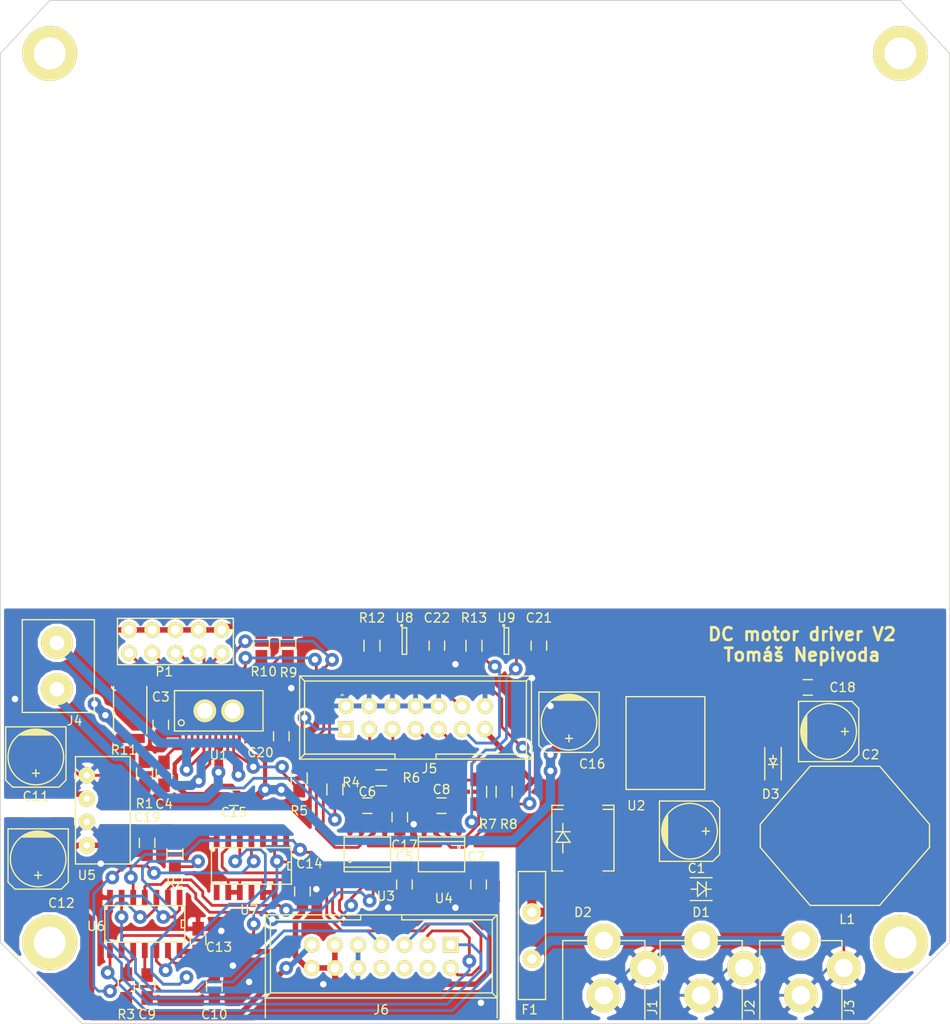
<source format=kicad_pcb>
(kicad_pcb (version 4) (host pcbnew 4.0.0-rc1-stable)

  (general
    (links 169)
    (no_connects 0)
    (area 73.289999 50.429999 177.390001 162.610001)
    (thickness 1.6)
    (drawings 9)
    (tracks 1117)
    (zones 0)
    (modules 62)
    (nets 57)
  )

  (page A4)
  (layers
    (0 F.Cu signal)
    (31 B.Cu signal)
    (37 F.SilkS user)
    (38 B.Mask user)
    (39 F.Mask user)
    (40 Dwgs.User user)
    (41 Cmts.User user)
    (44 Edge.Cuts user)
  )

  (setup
    (last_trace_width 0.3048)
    (trace_clearance 0.3048)
    (zone_clearance 0.35)
    (zone_45_only no)
    (trace_min 0.2)
    (segment_width 0.2)
    (edge_width 0.1)
    (via_size 1.5)
    (via_drill 0.7112)
    (via_min_size 0.4)
    (via_min_drill 0.3)
    (uvia_size 0.3)
    (uvia_drill 0.1)
    (uvias_allowed no)
    (uvia_min_size 0.2)
    (uvia_min_drill 0.1)
    (pcb_text_width 0.3)
    (pcb_text_size 1.5 1.5)
    (mod_edge_width 0.15)
    (mod_text_size 1 1)
    (mod_text_width 0.15)
    (pad_size 2 10.8)
    (pad_drill 0)
    (pad_to_mask_clearance 0)
    (aux_axis_origin 0 0)
    (visible_elements 7FFFFF7F)
    (pcbplotparams
      (layerselection 0x010e0_80000001)
      (usegerberextensions true)
      (usegerberattributes true)
      (excludeedgelayer true)
      (linewidth 0.100000)
      (plotframeref false)
      (viasonmask false)
      (mode 1)
      (useauxorigin false)
      (hpglpennumber 1)
      (hpglpenspeed 20)
      (hpglpendiameter 15)
      (hpglpenoverlay 2)
      (psnegative false)
      (psa4output false)
      (plotreference true)
      (plotvalue false)
      (plotinvisibletext false)
      (padsonsilk false)
      (subtractmaskfromsilk true)
      (outputformat 1)
      (mirror false)
      (drillshape 0)
      (scaleselection 1)
      (outputdirectory "C:/Users/Nepi/Desktop/ČVUT/6. semestr/bakalářka/výrobní data/"))
  )

  (net 0 "")
  (net 1 "Net-(C1-Pad1)")
  (net 2 "Net-(C3-Pad1)")
  (net 3 "Net-(C3-Pad2)")
  (net 4 "Net-(C4-Pad1)")
  (net 5 GND)
  (net 6 "Net-(C9-Pad1)")
  (net 7 "Net-(C10-Pad1)")
  (net 8 "Net-(C12-Pad1)")
  (net 9 "Net-(D1-Pad2)")
  (net 10 "Net-(F1-Pad1)")
  (net 11 "Net-(U1-Pad18)")
  (net 12 "Net-(U1-Pad20)")
  (net 13 "Net-(U1-Pad21)")
  (net 14 "Net-(U1-Pad22)")
  (net 15 "Net-(U3-Pad2)")
  (net 16 "Net-(U3-Pad3)")
  (net 17 "Net-(U4-Pad6)")
  (net 18 "Net-(U4-Pad7)")
  (net 19 "Net-(U6-Pad12)")
  (net 20 "Net-(U7-Pad11)")
  (net 21 "Net-(J5-Pad1)")
  (net 22 "Net-(J5-Pad3)")
  (net 23 "Net-(J5-Pad5)")
  (net 24 "Net-(J5-Pad7)")
  (net 25 "Net-(J5-Pad9)")
  (net 26 "Net-(J5-Pad11)")
  (net 27 "Net-(J5-Pad12)")
  (net 28 "Net-(J6-Pad1)")
  (net 29 "Net-(J6-Pad2)")
  (net 30 "Net-(J6-Pad3)")
  (net 31 "Net-(J6-Pad4)")
  (net 32 "Net-(J6-Pad8)")
  (net 33 "Net-(J6-Pad9)")
  (net 34 "Net-(J6-Pad10)")
  (net 35 "Net-(R2-Pad1)")
  (net 36 "Net-(U7-Pad8)")
  (net 37 "Net-(R3-Pad1)")
  (net 38 +3V3)
  (net 39 /GND2)
  (net 40 +5V)
  (net 41 "Net-(D3-Pad1)")
  (net 42 /OUT1)
  (net 43 /OUT2)
  (net 44 /IRC_IRQ)
  (net 45 "Net-(C15-Pad1)")
  (net 46 "Net-(C20-Pad2)")
  (net 47 "Net-(P1-Pad1)")
  (net 48 "Net-(P1-Pad3)")
  (net 49 "Net-(P1-Pad5)")
  (net 50 "Net-(P1-Pad7)")
  (net 51 "Net-(P1-Pad9)")
  (net 52 "Net-(R9-Pad2)")
  (net 53 "Net-(R10-Pad2)")
  (net 54 "Net-(R11-Pad1)")
  (net 55 "Net-(R7-Pad1)")
  (net 56 "Net-(R8-Pad1)")

  (net_class Default "Toto je výchozí třída sítě."
    (clearance 0.3048)
    (trace_width 0.3048)
    (via_dia 1.5)
    (via_drill 0.7112)
    (uvia_dia 0.3)
    (uvia_drill 0.1)
  )

  (net_class Middle ""
    (clearance 0.3048)
    (trace_width 0.6)
    (via_dia 1.5)
    (via_drill 0.7112)
    (uvia_dia 0.3)
    (uvia_drill 0.1)
    (add_net +3V3)
    (add_net +5V)
    (add_net /GND2)
    (add_net /IRC_IRQ)
    (add_net /OUT1)
    (add_net /OUT2)
    (add_net GND)
    (add_net "Net-(C1-Pad1)")
    (add_net "Net-(C10-Pad1)")
    (add_net "Net-(C12-Pad1)")
    (add_net "Net-(C15-Pad1)")
    (add_net "Net-(C20-Pad2)")
    (add_net "Net-(C3-Pad1)")
    (add_net "Net-(C3-Pad2)")
    (add_net "Net-(C4-Pad1)")
    (add_net "Net-(C9-Pad1)")
    (add_net "Net-(D1-Pad2)")
    (add_net "Net-(D3-Pad1)")
    (add_net "Net-(F1-Pad1)")
    (add_net "Net-(J5-Pad1)")
    (add_net "Net-(J5-Pad11)")
    (add_net "Net-(J5-Pad12)")
    (add_net "Net-(J5-Pad3)")
    (add_net "Net-(J5-Pad5)")
    (add_net "Net-(J5-Pad7)")
    (add_net "Net-(J5-Pad9)")
    (add_net "Net-(J6-Pad1)")
    (add_net "Net-(J6-Pad10)")
    (add_net "Net-(J6-Pad2)")
    (add_net "Net-(J6-Pad3)")
    (add_net "Net-(J6-Pad4)")
    (add_net "Net-(J6-Pad8)")
    (add_net "Net-(J6-Pad9)")
    (add_net "Net-(P1-Pad1)")
    (add_net "Net-(P1-Pad3)")
    (add_net "Net-(P1-Pad5)")
    (add_net "Net-(P1-Pad7)")
    (add_net "Net-(P1-Pad9)")
    (add_net "Net-(R10-Pad2)")
    (add_net "Net-(R11-Pad1)")
    (add_net "Net-(R2-Pad1)")
    (add_net "Net-(R3-Pad1)")
    (add_net "Net-(R7-Pad1)")
    (add_net "Net-(R8-Pad1)")
    (add_net "Net-(R9-Pad2)")
    (add_net "Net-(U1-Pad18)")
    (add_net "Net-(U1-Pad20)")
    (add_net "Net-(U1-Pad21)")
    (add_net "Net-(U1-Pad22)")
    (add_net "Net-(U3-Pad2)")
    (add_net "Net-(U3-Pad3)")
    (add_net "Net-(U4-Pad6)")
    (add_net "Net-(U4-Pad7)")
    (add_net "Net-(U6-Pad12)")
    (add_net "Net-(U7-Pad11)")
    (add_net "Net-(U7-Pad8)")
  )

  (net_class Power ""
    (clearance 0.35)
    (trace_width 1)
    (via_dia 1.5)
    (via_drill 0.7112)
    (uvia_dia 0.3)
    (uvia_drill 0.1)
  )

  (net_class Slim ""
    (clearance 0.3048)
    (trace_width 0.45)
    (via_dia 1.5)
    (via_drill 0.7112)
    (uvia_dia 0.3)
    (uvia_drill 0.1)
  )

  (module Capacitors_SMD:c_elec_6.3x7.7 (layer F.Cu) (tedit 5705CCA7) (tstamp 56DDB2BF)
    (at 148.844 141.478)
    (descr "SMT capacitor, aluminium electrolytic, 6.3x7.7")
    (path /56B06D9E)
    (attr smd)
    (fp_text reference C1 (at 0.762 4.064) (layer F.SilkS)
      (effects (font (size 1 1) (thickness 0.15)))
    )
    (fp_text value 100u/35V (at 0 4.318) (layer F.Fab) hide
      (effects (font (size 1 1) (thickness 0.15)))
    )
    (fp_line (start -4.85 -3.55) (end 4.85 -3.55) (layer F.CrtYd) (width 0.05))
    (fp_line (start 4.85 -3.55) (end 4.85 3.55) (layer F.CrtYd) (width 0.05))
    (fp_line (start 4.85 3.55) (end -4.85 3.55) (layer F.CrtYd) (width 0.05))
    (fp_line (start -4.85 3.55) (end -4.85 -3.55) (layer F.CrtYd) (width 0.05))
    (fp_line (start -2.921 -0.762) (end -2.921 0.762) (layer F.SilkS) (width 0.15))
    (fp_line (start -2.794 1.143) (end -2.794 -1.143) (layer F.SilkS) (width 0.15))
    (fp_line (start -2.667 -1.397) (end -2.667 1.397) (layer F.SilkS) (width 0.15))
    (fp_line (start -2.54 1.651) (end -2.54 -1.651) (layer F.SilkS) (width 0.15))
    (fp_line (start -2.413 -1.778) (end -2.413 1.778) (layer F.SilkS) (width 0.15))
    (fp_line (start -3.302 -3.302) (end -3.302 3.302) (layer F.SilkS) (width 0.15))
    (fp_line (start -3.302 3.302) (end 2.54 3.302) (layer F.SilkS) (width 0.15))
    (fp_line (start 2.54 3.302) (end 3.302 2.54) (layer F.SilkS) (width 0.15))
    (fp_line (start 3.302 2.54) (end 3.302 -2.54) (layer F.SilkS) (width 0.15))
    (fp_line (start 3.302 -2.54) (end 2.54 -3.302) (layer F.SilkS) (width 0.15))
    (fp_line (start 2.54 -3.302) (end -3.302 -3.302) (layer F.SilkS) (width 0.15))
    (fp_line (start 2.159 0) (end 1.397 0) (layer F.SilkS) (width 0.15))
    (fp_line (start 1.778 -0.381) (end 1.778 0.381) (layer F.SilkS) (width 0.15))
    (fp_circle (center 0 0) (end -3.048 0) (layer F.SilkS) (width 0.15))
    (pad 1 smd rect (at 2.75082 0) (size 3.59918 1.6002) (layers F.Cu F.Mask)
      (net 1 "Net-(C1-Pad1)"))
    (pad 2 smd rect (at -2.75082 0) (size 3.59918 1.6002) (layers F.Cu F.Mask)
      (net 39 /GND2))
    (model Capacitors_SMD.3dshapes/c_elec_6.3x7.7.wrl
      (at (xyz 0 0 0))
      (scale (xyz 1 1 1))
      (rotate (xyz 0 0 0))
    )
  )

  (module Capacitors_SMD:c_elec_6.3x7.7 (layer F.Cu) (tedit 5705CCD5) (tstamp 56DDB2D7)
    (at 164.084 130.556)
    (descr "SMT capacitor, aluminium electrolytic, 6.3x7.7")
    (path /56AFE2A0)
    (attr smd)
    (fp_text reference C2 (at 4.572 2.54) (layer F.SilkS)
      (effects (font (size 1 1) (thickness 0.15)))
    )
    (fp_text value 330u/10V (at 0 -2.032) (layer F.Fab) hide
      (effects (font (size 1 1) (thickness 0.15)))
    )
    (fp_line (start -4.85 -3.55) (end 4.85 -3.55) (layer F.CrtYd) (width 0.05))
    (fp_line (start 4.85 -3.55) (end 4.85 3.55) (layer F.CrtYd) (width 0.05))
    (fp_line (start 4.85 3.55) (end -4.85 3.55) (layer F.CrtYd) (width 0.05))
    (fp_line (start -4.85 3.55) (end -4.85 -3.55) (layer F.CrtYd) (width 0.05))
    (fp_line (start -2.921 -0.762) (end -2.921 0.762) (layer F.SilkS) (width 0.15))
    (fp_line (start -2.794 1.143) (end -2.794 -1.143) (layer F.SilkS) (width 0.15))
    (fp_line (start -2.667 -1.397) (end -2.667 1.397) (layer F.SilkS) (width 0.15))
    (fp_line (start -2.54 1.651) (end -2.54 -1.651) (layer F.SilkS) (width 0.15))
    (fp_line (start -2.413 -1.778) (end -2.413 1.778) (layer F.SilkS) (width 0.15))
    (fp_line (start -3.302 -3.302) (end -3.302 3.302) (layer F.SilkS) (width 0.15))
    (fp_line (start -3.302 3.302) (end 2.54 3.302) (layer F.SilkS) (width 0.15))
    (fp_line (start 2.54 3.302) (end 3.302 2.54) (layer F.SilkS) (width 0.15))
    (fp_line (start 3.302 2.54) (end 3.302 -2.54) (layer F.SilkS) (width 0.15))
    (fp_line (start 3.302 -2.54) (end 2.54 -3.302) (layer F.SilkS) (width 0.15))
    (fp_line (start 2.54 -3.302) (end -3.302 -3.302) (layer F.SilkS) (width 0.15))
    (fp_line (start 2.159 0) (end 1.397 0) (layer F.SilkS) (width 0.15))
    (fp_line (start 1.778 -0.381) (end 1.778 0.381) (layer F.SilkS) (width 0.15))
    (fp_circle (center 0 0) (end -3.048 0) (layer F.SilkS) (width 0.15))
    (pad 1 smd rect (at 2.75082 0) (size 3.59918 1.6002) (layers F.Cu F.Mask)
      (net 40 +5V))
    (pad 2 smd rect (at -2.75082 0) (size 3.59918 1.6002) (layers F.Cu F.Mask)
      (net 39 /GND2))
    (model Capacitors_SMD.3dshapes/c_elec_6.3x7.7.wrl
      (at (xyz 0 0 0))
      (scale (xyz 1 1 1))
      (rotate (xyz 0 0 0))
    )
  )

  (module Capacitors_SMD:c_elec_6.3x7.7 (layer F.Cu) (tedit 57881BB0) (tstamp 56DDB34F)
    (at 77.216 133.35 270)
    (descr "SMT capacitor, aluminium electrolytic, 6.3x7.7")
    (path /56BB73D6)
    (attr smd)
    (fp_text reference C11 (at 4.318 0 360) (layer F.SilkS)
      (effects (font (size 1 1) (thickness 0.15)))
    )
    (fp_text value 100u (at 6.096 -0.254 360) (layer F.Fab) hide
      (effects (font (size 1 1) (thickness 0.15)))
    )
    (fp_line (start -4.85 -3.55) (end 4.85 -3.55) (layer F.CrtYd) (width 0.05))
    (fp_line (start 4.85 -3.55) (end 4.85 3.55) (layer F.CrtYd) (width 0.05))
    (fp_line (start 4.85 3.55) (end -4.85 3.55) (layer F.CrtYd) (width 0.05))
    (fp_line (start -4.85 3.55) (end -4.85 -3.55) (layer F.CrtYd) (width 0.05))
    (fp_line (start -2.921 -0.762) (end -2.921 0.762) (layer F.SilkS) (width 0.15))
    (fp_line (start -2.794 1.143) (end -2.794 -1.143) (layer F.SilkS) (width 0.15))
    (fp_line (start -2.667 -1.397) (end -2.667 1.397) (layer F.SilkS) (width 0.15))
    (fp_line (start -2.54 1.651) (end -2.54 -1.651) (layer F.SilkS) (width 0.15))
    (fp_line (start -2.413 -1.778) (end -2.413 1.778) (layer F.SilkS) (width 0.15))
    (fp_line (start -3.302 -3.302) (end -3.302 3.302) (layer F.SilkS) (width 0.15))
    (fp_line (start -3.302 3.302) (end 2.54 3.302) (layer F.SilkS) (width 0.15))
    (fp_line (start 2.54 3.302) (end 3.302 2.54) (layer F.SilkS) (width 0.15))
    (fp_line (start 3.302 2.54) (end 3.302 -2.54) (layer F.SilkS) (width 0.15))
    (fp_line (start 3.302 -2.54) (end 2.54 -3.302) (layer F.SilkS) (width 0.15))
    (fp_line (start 2.54 -3.302) (end -3.302 -3.302) (layer F.SilkS) (width 0.15))
    (fp_line (start 2.159 0) (end 1.397 0) (layer F.SilkS) (width 0.15))
    (fp_line (start 1.778 -0.381) (end 1.778 0.381) (layer F.SilkS) (width 0.15))
    (fp_circle (center 0 0) (end -3.048 0) (layer F.SilkS) (width 0.15))
    (pad 1 smd rect (at 2.75082 0 270) (size 3.59918 1.6002) (layers F.Cu F.Mask)
      (net 40 +5V))
    (pad 2 smd rect (at -2.75082 0 270) (size 3.59918 1.6002) (layers F.Cu F.Mask)
      (net 39 /GND2))
    (model Capacitors_SMD.3dshapes/c_elec_6.3x7.7.wrl
      (at (xyz 0 0 0))
      (scale (xyz 1 1 1))
      (rotate (xyz 0 0 0))
    )
  )

  (module Capacitors_SMD:c_elec_6.3x7.7 (layer F.Cu) (tedit 57881BA3) (tstamp 56DDB367)
    (at 77.47 144.526 270)
    (descr "SMT capacitor, aluminium electrolytic, 6.3x7.7")
    (path /56BB7619)
    (attr smd)
    (fp_text reference C12 (at 4.826 -2.54 360) (layer F.SilkS)
      (effects (font (size 1 1) (thickness 0.15)))
    )
    (fp_text value 100u (at 5.588 0.254 360) (layer F.Fab) hide
      (effects (font (size 1 1) (thickness 0.15)))
    )
    (fp_line (start -4.85 -3.55) (end 4.85 -3.55) (layer F.CrtYd) (width 0.05))
    (fp_line (start 4.85 -3.55) (end 4.85 3.55) (layer F.CrtYd) (width 0.05))
    (fp_line (start 4.85 3.55) (end -4.85 3.55) (layer F.CrtYd) (width 0.05))
    (fp_line (start -4.85 3.55) (end -4.85 -3.55) (layer F.CrtYd) (width 0.05))
    (fp_line (start -2.921 -0.762) (end -2.921 0.762) (layer F.SilkS) (width 0.15))
    (fp_line (start -2.794 1.143) (end -2.794 -1.143) (layer F.SilkS) (width 0.15))
    (fp_line (start -2.667 -1.397) (end -2.667 1.397) (layer F.SilkS) (width 0.15))
    (fp_line (start -2.54 1.651) (end -2.54 -1.651) (layer F.SilkS) (width 0.15))
    (fp_line (start -2.413 -1.778) (end -2.413 1.778) (layer F.SilkS) (width 0.15))
    (fp_line (start -3.302 -3.302) (end -3.302 3.302) (layer F.SilkS) (width 0.15))
    (fp_line (start -3.302 3.302) (end 2.54 3.302) (layer F.SilkS) (width 0.15))
    (fp_line (start 2.54 3.302) (end 3.302 2.54) (layer F.SilkS) (width 0.15))
    (fp_line (start 3.302 2.54) (end 3.302 -2.54) (layer F.SilkS) (width 0.15))
    (fp_line (start 3.302 -2.54) (end 2.54 -3.302) (layer F.SilkS) (width 0.15))
    (fp_line (start 2.54 -3.302) (end -3.302 -3.302) (layer F.SilkS) (width 0.15))
    (fp_line (start 2.159 0) (end 1.397 0) (layer F.SilkS) (width 0.15))
    (fp_line (start 1.778 -0.381) (end 1.778 0.381) (layer F.SilkS) (width 0.15))
    (fp_circle (center 0 0) (end -3.048 0) (layer F.SilkS) (width 0.15))
    (pad 1 smd rect (at 2.75082 0 270) (size 3.59918 1.6002) (layers F.Cu F.Mask)
      (net 8 "Net-(C12-Pad1)"))
    (pad 2 smd rect (at -2.75082 0 270) (size 3.59918 1.6002) (layers F.Cu F.Mask)
      (net 5 GND))
    (model Capacitors_SMD.3dshapes/c_elec_6.3x7.7.wrl
      (at (xyz 0 0 0))
      (scale (xyz 1 1 1))
      (rotate (xyz 0 0 0))
    )
  )

  (module Discret:30R400UF (layer F.Cu) (tedit 5705CC62) (tstamp 56DDB416)
    (at 131.572 152.908 90)
    (path /56AFDEF4)
    (fp_text reference F1 (at -8.128 -0.254 360) (layer F.SilkS)
      (effects (font (size 1 1) (thickness 0.15)))
    )
    (fp_text value BU250 (at 0.3683 2.4972 90) (layer F.Fab) hide
      (effects (font (size 1 1) (thickness 0.15)))
    )
    (fp_line (start -7.0104 -1.4986) (end 7.0104 -1.4986) (layer F.SilkS) (width 0.15))
    (fp_line (start 7.0104 -1.4986) (end 7.0104 1.4986) (layer F.SilkS) (width 0.15))
    (fp_line (start 7.0104 1.4986) (end -7.0104 1.4986) (layer F.SilkS) (width 0.15))
    (fp_line (start -7.0104 1.4986) (end -7.0104 -1.4986) (layer F.SilkS) (width 0.15))
    (pad 1 thru_hole circle (at -2.55 0 90) (size 2 2) (drill 1.016) (layers *.Cu *.Mask F.SilkS)
      (net 10 "Net-(F1-Pad1)"))
    (pad 2 thru_hole circle (at 2.55 0 90) (size 2 2) (drill 1.016) (layers *.Cu *.Mask F.SilkS)
      (net 9 "Net-(D1-Pad2)"))
  )

  (module Inductors:DL-50 (layer F.Cu) (tedit 5705CCB0) (tstamp 56DDB4A7)
    (at 165.862 141.986)
    (path /56AFE231)
    (fp_text reference L1 (at 0.254 9.144) (layer F.SilkS)
      (effects (font (size 1 1) (thickness 0.15)))
    )
    (fp_text value DL50-330 (at -0.4699 2.9036) (layer F.Fab) hide
      (effects (font (size 1 1) (thickness 0.15)))
    )
    (fp_line (start -9.271 -1.27) (end -3.81 -7.62) (layer F.SilkS) (width 0.15))
    (fp_line (start -3.81 -7.62) (end 3.81 -7.62) (layer F.SilkS) (width 0.15))
    (fp_line (start 3.81 -7.62) (end 9.271 -1.27) (layer F.SilkS) (width 0.15))
    (fp_line (start 9.271 -1.27) (end 9.271 1.27) (layer F.SilkS) (width 0.15))
    (fp_line (start 9.271 1.27) (end 3.81 7.62) (layer F.SilkS) (width 0.15))
    (fp_line (start 3.81 7.62) (end -3.81 7.62) (layer F.SilkS) (width 0.15))
    (fp_line (start -3.81 7.62) (end -9.271 1.27) (layer F.SilkS) (width 0.15))
    (fp_line (start -9.271 1.27) (end -9.271 -1.27) (layer F.SilkS) (width 0.15))
    (pad 1 smd rect (at -8.05 0) (size 3.5 2.7) (layers F.Cu F.Mask)
      (net 41 "Net-(D3-Pad1)"))
    (pad 2 smd rect (at 8.05 0) (size 3.5 2.7) (layers F.Cu F.Mask)
      (net 40 +5V))
  )

  (module SMD_Packages:PWP_DRV8842 (layer F.Cu) (tedit 5788B0CB) (tstamp 56DDB52D)
    (at 97.2566 128.2954)
    (path /56AFDCAE)
    (fp_text reference U1 (at 0 4.826) (layer F.SilkS)
      (effects (font (size 1 1) (thickness 0.15)))
    )
    (fp_text value DRV8842 (at 0 -4.826) (layer F.Fab) hide
      (effects (font (size 1 1) (thickness 0.15)))
    )
    (fp_circle (center -4.1021 1.3081) (end -3.9497 1.0287) (layer F.SilkS) (width 0.15))
    (fp_line (start -4.8514 -2.2098) (end 4.8514 -2.2098) (layer F.SilkS) (width 0.15))
    (fp_line (start 4.8514 -2.2098) (end 4.8514 2.2098) (layer F.SilkS) (width 0.15))
    (fp_line (start 4.8514 2.2098) (end -4.8514 2.2098) (layer F.SilkS) (width 0.15))
    (fp_line (start -4.8514 2.2098) (end -4.8514 -2.2098) (layer F.SilkS) (width 0.15))
    (pad 2 smd rect (at -3.575 2.8) (size 0.25 1.55) (layers F.Cu F.Mask)
      (net 3 "Net-(C3-Pad2)"))
    (pad 3 smd rect (at -2.925 2.8) (size 0.25 1.55) (layers F.Cu F.Mask)
      (net 4 "Net-(C4-Pad1)"))
    (pad 4 smd rect (at -2.275 2.8) (size 0.25 1.55) (layers F.Cu F.Mask)
      (net 45 "Net-(C15-Pad1)"))
    (pad 5 smd rect (at -1.625 2.8) (size 0.25 1.55) (layers F.Cu F.Mask)
      (net 42 /OUT1))
    (pad 6 smd rect (at -0.975 2.8) (size 0.25 1.55) (layers F.Cu F.Mask)
      (net 54 "Net-(R11-Pad1)"))
    (pad 7 smd rect (at -0.325 2.8) (size 0.25 1.55) (layers F.Cu F.Mask)
      (net 43 /OUT2))
    (pad 8 smd rect (at 0.325 2.8) (size 0.25 1.55) (layers F.Cu F.Mask)
      (net 43 /OUT2))
    (pad 9 smd rect (at 0.975 2.8) (size 0.25 1.55) (layers F.Cu F.Mask)
      (net 54 "Net-(R11-Pad1)"))
    (pad 10 smd rect (at 1.625 2.8) (size 0.25 1.55) (layers F.Cu F.Mask)
      (net 42 /OUT1))
    (pad 11 smd rect (at 2.275 2.8) (size 0.25 1.55) (layers F.Cu F.Mask)
      (net 45 "Net-(C15-Pad1)"))
    (pad 12 smd rect (at 2.925 2.8) (size 0.25 1.55) (layers F.Cu F.Mask)
      (net 46 "Net-(C20-Pad2)"))
    (pad 13 smd rect (at 3.575 2.8) (size 0.25 1.55) (layers F.Cu F.Mask)
      (net 46 "Net-(C20-Pad2)"))
    (pad 14 smd rect (at 4.225 2.8) (size 0.25 1.55) (layers F.Cu F.Mask)
      (net 39 /GND2))
    (pad 15 smd rect (at 4.225 -2.8) (size 0.25 1.55) (layers F.Cu F.Mask)
      (net 46 "Net-(C20-Pad2)"))
    (pad 16 smd rect (at 3.575 -2.8) (size 0.25 1.55) (layers F.Cu F.Mask)
      (net 52 "Net-(R9-Pad2)"))
    (pad 17 smd rect (at 2.925 -2.8) (size 0.25 1.55) (layers F.Cu F.Mask)
      (net 53 "Net-(R10-Pad2)"))
    (pad 18 smd rect (at 2.275 -2.8) (size 0.25 1.55) (layers F.Cu F.Mask)
      (net 11 "Net-(U1-Pad18)"))
    (pad 19 smd rect (at 1.625 -2.8) (size 0.25 1.55) (layers F.Cu F.Mask)
      (net 39 /GND2))
    (pad 20 smd rect (at 0.975 -2.8) (size 0.25 1.55) (layers F.Cu F.Mask)
      (net 12 "Net-(U1-Pad20)"))
    (pad 21 smd rect (at 0.325 -2.8) (size 0.25 1.55) (layers F.Cu F.Mask)
      (net 13 "Net-(U1-Pad21)"))
    (pad 22 smd rect (at -0.325 -2.8) (size 0.25 1.55) (layers F.Cu F.Mask)
      (net 14 "Net-(U1-Pad22)"))
    (pad 23 smd rect (at -0.975 -2.8) (size 0.25 1.55) (layers F.Cu F.Mask)
      (net 51 "Net-(P1-Pad9)"))
    (pad 24 smd rect (at -1.625 -2.8) (size 0.25 1.55) (layers F.Cu F.Mask)
      (net 50 "Net-(P1-Pad7)"))
    (pad 25 smd rect (at -2.275 -2.8) (size 0.25 1.55) (layers F.Cu F.Mask)
      (net 49 "Net-(P1-Pad5)"))
    (pad 26 smd rect (at -2.925 -2.8) (size 0.25 1.55) (layers F.Cu F.Mask)
      (net 48 "Net-(P1-Pad3)"))
    (pad 27 smd rect (at -3.575 -2.8) (size 0.25 1.55) (layers F.Cu F.Mask)
      (net 47 "Net-(P1-Pad1)"))
    (pad 28 smd rect (at -4.225 -2.8) (size 0.25 1.55) (layers F.Cu F.Mask)
      (net 39 /GND2))
    (pad 1 smd rect (at -4.225 2.8) (size 0.25 1.55) (layers F.Cu F.Mask)
      (net 2 "Net-(C3-Pad1)"))
    (pad 29 smd rect (at 0 0) (size 5.18 3.1) (layers F.Cu F.Mask)
      (net 39 /GND2) (zone_connect 2))
  )

  (module SMD_Packages:KTT0005B (layer F.Cu) (tedit 5788B0EC) (tstamp 56DDB53D)
    (at 147.32 131.826)
    (path /56AFDB30)
    (fp_text reference U2 (at -4.318 6.858) (layer F.SilkS)
      (effects (font (size 1 1) (thickness 0.15)))
    )
    (fp_text value LM2575SX-5.0 (at 0.254 6.612) (layer F.Fab) hide
      (effects (font (size 1 1) (thickness 0.15)))
    )
    (fp_line (start -5.4356 -5.08) (end 0 -5.08) (layer F.SilkS) (width 0.15))
    (fp_line (start 0 -5.08) (end 3.2004 -5.08) (layer F.SilkS) (width 0.15))
    (fp_line (start 3.2004 -5.08) (end 3.2004 5.08) (layer F.SilkS) (width 0.15))
    (fp_line (start 3.2004 5.08) (end -5.4356 5.08) (layer F.SilkS) (width 0.15))
    (fp_line (start -5.4356 5.08) (end -5.4356 -5.08) (layer F.SilkS) (width 0.15))
    (pad 6 smd rect (at -3.59 0) (size 6.99 8.33) (layers F.Cu F.Mask)
      (net 39 /GND2))
    (pad 6 smd rect (at -6.13 0) (size 2 10.8) (layers F.Cu F.Mask)
      (net 39 /GND2))
    (pad 5 smd rect (at 7.085 -3.4) (size 2.16 1.07) (layers F.Cu F.Mask)
      (net 39 /GND2))
    (pad 4 smd rect (at 7.085 -1.7) (size 2.16 1.07) (layers F.Cu F.Mask)
      (net 40 +5V))
    (pad 3 smd rect (at 7.085 0) (size 2.16 1.07) (layers F.Cu F.Mask)
      (net 39 /GND2))
    (pad 2 smd rect (at 7.085 1.7) (size 2.16 1.07) (layers F.Cu F.Mask)
      (net 41 "Net-(D3-Pad1)"))
    (pad 1 smd rect (at 7.085 3.4) (size 2.16 1.07) (layers F.Cu F.Mask)
      (net 1 "Net-(C1-Pad1)"))
  )

  (module Power_Integrations:SO-8 (layer F.Cu) (tedit 5705D958) (tstamp 56DDB54F)
    (at 113.538 144.018)
    (descr "SO-8 Surface Mount Small Outline 150mil 8pin Package")
    (tags "Power Integrations D Package")
    (path /56AFE992)
    (fp_text reference U3 (at 2.032 4.572 180) (layer F.SilkS)
      (effects (font (size 1 1) (thickness 0.15)))
    )
    (fp_text value ADuM1200AR (at 2.54 -0.508) (layer F.Fab) hide
      (effects (font (size 1 1) (thickness 0.15)))
    )
    (fp_circle (center -1.905 0.762) (end -1.778 0.762) (layer F.SilkS) (width 0.15))
    (fp_line (start -2.54 1.397) (end 2.54 1.397) (layer F.SilkS) (width 0.15))
    (fp_line (start -2.54 -1.905) (end 2.54 -1.905) (layer F.SilkS) (width 0.15))
    (fp_line (start -2.54 1.905) (end 2.54 1.905) (layer F.SilkS) (width 0.15))
    (fp_line (start -2.54 1.905) (end -2.54 -1.905) (layer F.SilkS) (width 0.15))
    (fp_line (start 2.54 1.905) (end 2.54 -1.905) (layer F.SilkS) (width 0.15))
    (pad 1 smd oval (at -1.905 2.794) (size 0.6096 1.4732) (layers F.Cu F.Mask)
      (net 38 +3V3))
    (pad 2 smd oval (at -0.635 2.794) (size 0.6096 1.4732) (layers F.Cu F.Mask)
      (net 15 "Net-(U3-Pad2)"))
    (pad 3 smd oval (at 0.635 2.794) (size 0.6096 1.4732) (layers F.Cu F.Mask)
      (net 16 "Net-(U3-Pad3)"))
    (pad 4 smd oval (at 1.905 2.794) (size 0.6096 1.4732) (layers F.Cu F.Mask)
      (net 5 GND))
    (pad 5 smd oval (at 1.905 -2.794) (size 0.6096 1.4732) (layers F.Cu F.Mask)
      (net 39 /GND2))
    (pad 6 smd oval (at 0.635 -2.794) (size 0.6096 1.4732) (layers F.Cu F.Mask)
      (net 12 "Net-(U1-Pad20)"))
    (pad 7 smd oval (at -0.635 -2.794) (size 0.6096 1.4732) (layers F.Cu F.Mask)
      (net 13 "Net-(U1-Pad21)"))
    (pad 8 smd oval (at -1.905 -2.794) (size 0.6096 1.4732) (layers F.Cu F.Mask)
      (net 40 +5V))
  )

  (module Power_Integrations:SO-8 (layer F.Cu) (tedit 5705CD66) (tstamp 56DDB561)
    (at 121.666 144.018 180)
    (descr "SO-8 Surface Mount Small Outline 150mil 8pin Package")
    (tags "Power Integrations D Package")
    (path /56AFE667)
    (fp_text reference U4 (at -0.254 -4.826 360) (layer F.SilkS)
      (effects (font (size 1 1) (thickness 0.15)))
    )
    (fp_text value ADuM1200AR (at -1.524 -1.27 180) (layer F.Fab) hide
      (effects (font (size 1 1) (thickness 0.15)))
    )
    (fp_circle (center -1.905 0.762) (end -1.778 0.762) (layer F.SilkS) (width 0.15))
    (fp_line (start -2.54 1.397) (end 2.54 1.397) (layer F.SilkS) (width 0.15))
    (fp_line (start -2.54 -1.905) (end 2.54 -1.905) (layer F.SilkS) (width 0.15))
    (fp_line (start -2.54 1.905) (end 2.54 1.905) (layer F.SilkS) (width 0.15))
    (fp_line (start -2.54 1.905) (end -2.54 -1.905) (layer F.SilkS) (width 0.15))
    (fp_line (start 2.54 1.905) (end 2.54 -1.905) (layer F.SilkS) (width 0.15))
    (pad 1 smd oval (at -1.905 2.794 180) (size 0.6096 1.4732) (layers F.Cu F.Mask)
      (net 40 +5V))
    (pad 2 smd oval (at -0.635 2.794 180) (size 0.6096 1.4732) (layers F.Cu F.Mask)
      (net 55 "Net-(R7-Pad1)"))
    (pad 3 smd oval (at 0.635 2.794 180) (size 0.6096 1.4732) (layers F.Cu F.Mask)
      (net 56 "Net-(R8-Pad1)"))
    (pad 4 smd oval (at 1.905 2.794 180) (size 0.6096 1.4732) (layers F.Cu F.Mask)
      (net 39 /GND2))
    (pad 5 smd oval (at 1.905 -2.794 180) (size 0.6096 1.4732) (layers F.Cu F.Mask)
      (net 5 GND))
    (pad 6 smd oval (at 0.635 -2.794 180) (size 0.6096 1.4732) (layers F.Cu F.Mask)
      (net 17 "Net-(U4-Pad6)"))
    (pad 7 smd oval (at -0.635 -2.794 180) (size 0.6096 1.4732) (layers F.Cu F.Mask)
      (net 18 "Net-(U4-Pad7)"))
    (pad 8 smd oval (at -1.905 -2.794 180) (size 0.6096 1.4732) (layers F.Cu F.Mask)
      (net 38 +3V3))
  )

  (module SMD_Packages:SO-14 (layer F.Cu) (tedit 5705D236) (tstamp 56DDB586)
    (at 89.154 151.638 180)
    (path /56B05E16)
    (fp_text reference U6 (at 5.334 -0.254 180) (layer F.SilkS)
      (effects (font (size 1 1) (thickness 0.15)))
    )
    (fp_text value 74HC7014 (at -0.254 0 180) (layer F.Fab) hide
      (effects (font (size 1 1) (thickness 0.15)))
    )
    (fp_line (start -4.38 0.42) (end -4 0.42) (layer F.SilkS) (width 0.15))
    (fp_line (start -4 0.42) (end -4 -0.42) (layer F.SilkS) (width 0.15))
    (fp_line (start -4 -0.42) (end -4.38 -0.42) (layer F.SilkS) (width 0.15))
    (fp_line (start -4.38 -2) (end 4.38 -2) (layer F.SilkS) (width 0.15))
    (fp_line (start 4.38 -2) (end 4.38 2) (layer F.SilkS) (width 0.15))
    (fp_line (start 4.38 2) (end -4.38 2) (layer F.SilkS) (width 0.15))
    (fp_line (start -4.38 2) (end -4.38 -2) (layer F.SilkS) (width 0.15))
    (pad 1 smd rect (at -3.81 2.887 180) (size 0.635 1.7) (layers F.Cu F.Mask)
      (net 28 "Net-(J6-Pad1)"))
    (pad 2 smd rect (at -2.54 2.887 180) (size 0.635 1.7) (layers F.Cu F.Mask)
      (net 15 "Net-(U3-Pad2)"))
    (pad 3 smd rect (at -1.27 2.887 180) (size 0.635 1.7) (layers F.Cu F.Mask)
      (net 29 "Net-(J6-Pad2)"))
    (pad 4 smd rect (at 0 2.887 180) (size 0.635 1.7) (layers F.Cu F.Mask)
      (net 16 "Net-(U3-Pad3)"))
    (pad 5 smd rect (at 1.27 2.887 180) (size 0.635 1.7) (layers F.Cu F.Mask)
      (net 17 "Net-(U4-Pad6)"))
    (pad 6 smd rect (at 2.54 2.887 180) (size 0.635 1.7) (layers F.Cu F.Mask)
      (net 31 "Net-(J6-Pad4)"))
    (pad 7 smd rect (at 3.81 2.887 180) (size 0.635 1.7) (layers F.Cu F.Mask)
      (net 5 GND))
    (pad 8 smd rect (at 3.81 -2.887 180) (size 0.635 1.7) (layers F.Cu F.Mask)
      (net 30 "Net-(J6-Pad3)"))
    (pad 9 smd rect (at 2.54 -2.887 180) (size 0.635 1.7) (layers F.Cu F.Mask)
      (net 18 "Net-(U4-Pad7)"))
    (pad 10 smd rect (at 1.27 -2.887 180) (size 0.635 1.7) (layers F.Cu F.Mask)
      (net 37 "Net-(R3-Pad1)"))
    (pad 11 smd rect (at 0 -2.887 180) (size 0.635 1.7) (layers F.Cu F.Mask)
      (net 6 "Net-(C9-Pad1)"))
    (pad 12 smd rect (at -1.27 -2.887 180) (size 0.635 1.7) (layers F.Cu F.Mask)
      (net 19 "Net-(U6-Pad12)"))
    (pad 13 smd rect (at -2.54 -2.887 180) (size 0.635 1.7) (layers F.Cu F.Mask)
      (net 7 "Net-(C10-Pad1)"))
    (pad 14 smd rect (at -3.81 -2.887 180) (size 0.635 1.7) (layers F.Cu F.Mask)
      (net 38 +3V3))
  )

  (module SMD_Packages:SO-14 (layer F.Cu) (tedit 56EBDA92) (tstamp 56DDB59F)
    (at 100.838 145.288 180)
    (path /56B07F52)
    (fp_text reference U7 (at 0.254 -4.826 180) (layer F.SilkS)
      (effects (font (size 1 1) (thickness 0.15)))
    )
    (fp_text value 74HC86 (at 0.02 1 180) (layer F.Fab) hide
      (effects (font (size 1 1) (thickness 0.15)))
    )
    (fp_line (start -4.38 0.42) (end -4 0.42) (layer F.SilkS) (width 0.15))
    (fp_line (start -4 0.42) (end -4 -0.42) (layer F.SilkS) (width 0.15))
    (fp_line (start -4 -0.42) (end -4.38 -0.42) (layer F.SilkS) (width 0.15))
    (fp_line (start -4.38 -2) (end 4.38 -2) (layer F.SilkS) (width 0.15))
    (fp_line (start 4.38 -2) (end 4.38 2) (layer F.SilkS) (width 0.15))
    (fp_line (start 4.38 2) (end -4.38 2) (layer F.SilkS) (width 0.15))
    (fp_line (start -4.38 2) (end -4.38 -2) (layer F.SilkS) (width 0.15))
    (pad 1 smd rect (at -3.81 2.887 180) (size 0.635 1.7) (layers F.Cu F.Mask)
      (net 17 "Net-(U4-Pad6)"))
    (pad 2 smd rect (at -2.54 2.887 180) (size 0.635 1.7) (layers F.Cu F.Mask)
      (net 18 "Net-(U4-Pad7)"))
    (pad 3 smd rect (at -1.27 2.887 180) (size 0.635 1.7) (layers F.Cu F.Mask)
      (net 35 "Net-(R2-Pad1)"))
    (pad 4 smd rect (at 0 2.887 180) (size 0.635 1.7) (layers F.Cu F.Mask)
      (net 37 "Net-(R3-Pad1)"))
    (pad 5 smd rect (at 1.27 2.887 180) (size 0.635 1.7) (layers F.Cu F.Mask)
      (net 19 "Net-(U6-Pad12)"))
    (pad 6 smd rect (at 2.54 2.887 180) (size 0.635 1.7) (layers F.Cu F.Mask)
      (net 44 /IRC_IRQ))
    (pad 7 smd rect (at 3.81 2.887 180) (size 0.635 1.7) (layers F.Cu F.Mask)
      (net 5 GND))
    (pad 8 smd rect (at 3.81 -2.887 180) (size 0.635 1.7) (layers F.Cu F.Mask)
      (net 36 "Net-(U7-Pad8)"))
    (pad 9 smd rect (at 2.54 -2.887 180) (size 0.635 1.7) (layers F.Cu F.Mask)
      (net 5 GND))
    (pad 10 smd rect (at 1.27 -2.887 180) (size 0.635 1.7) (layers F.Cu F.Mask)
      (net 5 GND))
    (pad 11 smd rect (at 0 -2.887 180) (size 0.635 1.7) (layers F.Cu F.Mask)
      (net 20 "Net-(U7-Pad11)"))
    (pad 12 smd rect (at -1.27 -2.887 180) (size 0.635 1.7) (layers F.Cu F.Mask)
      (net 5 GND))
    (pad 13 smd rect (at -2.54 -2.887 180) (size 0.635 1.7) (layers F.Cu F.Mask)
      (net 5 GND))
    (pad 14 smd rect (at -3.81 -2.887 180) (size 0.635 1.7) (layers F.Cu F.Mask)
      (net 38 +3V3))
  )

  (module Mounting_Holes:my_hole (layer F.Cu) (tedit 5788A3F0) (tstamp 56D96E7C)
    (at 77.47 153.67)
    (fp_text reference REF** (at 1.27 -1.27) (layer F.SilkS) hide
      (effects (font (size 1 1) (thickness 0.15)))
    )
    (fp_text value my_hole (at 0.0254 2.1416) (layer F.Fab) hide
      (effects (font (size 1 1) (thickness 0.15)))
    )
    (pad 1 thru_hole circle (at 1.27 0.01) (size 6 6) (drill 3.5) (layers *.Cu *.Mask F.SilkS))
  )

  (module Mounting_Holes:my_hole (layer F.Cu) (tedit 5788A3F6) (tstamp 56D96E8E)
    (at 175.26 153.67)
    (fp_text reference REF** (at 0.127 -1.4304 90) (layer F.SilkS) hide
      (effects (font (size 1 1) (thickness 0.15)))
    )
    (fp_text value my_hole (at 0.0254 2.1416) (layer F.Fab) hide
      (effects (font (size 1 1) (thickness 0.15)))
    )
    (pad 1 thru_hole circle (at -3.32 0.01) (size 6 6) (drill 3.5) (layers *.Cu *.Mask F.SilkS))
  )

  (module Mounting_Holes:my_hole (layer F.Cu) (tedit 5788A3EA) (tstamp 56D96E97)
    (at 173.99 55.88)
    (fp_text reference REF** (at 0.127 -1.4304) (layer F.SilkS) hide
      (effects (font (size 1 1) (thickness 0.15)))
    )
    (fp_text value my_hole (at 0.0254 2.1416) (layer F.Fab) hide
      (effects (font (size 1 1) (thickness 0.15)))
    )
    (pad 1 thru_hole circle (at -2.05 0.4) (size 6 6) (drill 3.5) (layers *.Cu *.Mask F.SilkS))
  )

  (module Mounting_Holes:my_hole locked (layer F.Cu) (tedit 5788A3E6) (tstamp 56D96EA0)
    (at 78.74 55.88)
    (fp_text reference REF** (at 0.127 -1.4304) (layer F.SilkS) hide
      (effects (font (size 1 1) (thickness 0.15)))
    )
    (fp_text value my_hole (at 0.0254 2.1416) (layer F.Fab) hide
      (effects (font (size 1 1) (thickness 0.15)))
    )
    (pad 1 thru_hole circle (at 0 0.4) (size 6 6) (drill 3.5) (layers *.Cu *.Mask F.SilkS))
  )

  (module Mounting_Holes:hole_2.5 (layer F.Cu) (tedit 570ACE77) (tstamp 56DFEDAB)
    (at 95.7326 128.2954)
    (fp_text reference REF** (at 0.127 -1.4304) (layer F.SilkS) hide
      (effects (font (size 1 1) (thickness 0.15)))
    )
    (fp_text value hole_2.5 (at 0.0254 2.1416) (layer F.Fab) hide
      (effects (font (size 1 1) (thickness 0.15)))
    )
    (pad 1 thru_hole circle (at 0 0) (size 2.5 2.5) (drill 1.7) (layers *.Cu *.Mask F.SilkS)
      (net 39 /GND2) (zone_connect 2) (thermal_width 1))
  )

  (module Mounting_Holes:hole_2.5 (layer F.Cu) (tedit 570ACE89) (tstamp 56DFEDB8)
    (at 98.7806 128.2954)
    (fp_text reference REF** (at 0.127 -1.4304) (layer F.SilkS) hide
      (effects (font (size 1 1) (thickness 0.15)))
    )
    (fp_text value hole_2.5 (at 0.0254 2.1416) (layer F.Fab) hide
      (effects (font (size 1 1) (thickness 0.15)))
    )
    (pad 1 thru_hole circle (at 0 0) (size 2.5 2.5) (drill 1.7) (layers *.Cu *.Mask F.SilkS)
      (net 39 /GND2) (zone_connect 2) (thermal_width 1))
  )

  (module Connect:MY_PWR_CON (layer F.Cu) (tedit 570AD1EA) (tstamp 56EAAFAF)
    (at 79.5274 123.3932 270)
    (path /56B90136)
    (fp_text reference J4 (at 5.9944 -1.9304 360) (layer F.SilkS)
      (effects (font (size 1 1) (thickness 0.15)))
    )
    (fp_text value CON_2 (at -0.6096 4.6562 270) (layer F.Fab) hide
      (effects (font (size 1 1) (thickness 0.15)))
    )
    (fp_line (start -5.08 -4.1) (end 5.08 -4.1) (layer F.SilkS) (width 0.15))
    (fp_line (start 5.08 -4.1) (end 5.08 3.8) (layer F.SilkS) (width 0.15))
    (fp_line (start 5.08 3.8) (end -5.08 3.8) (layer F.SilkS) (width 0.15))
    (fp_line (start -5.08 3.8) (end -5.08 -4.1) (layer F.SilkS) (width 0.15))
    (pad 1 thru_hole circle (at -2.54 0 270) (size 3.5 3.5) (drill 1.6) (layers *.Cu *.Mask F.SilkS)
      (net 42 /OUT1))
    (pad 2 thru_hole circle (at 2.54 0 270) (size 3.5 3.5) (drill 1.6) (layers *.Cu *.Mask F.SilkS)
      (net 43 /OUT2))
  )

  (module Connect:IDC_Header_Straight_14pins (layer F.Cu) (tedit 5705CD3A) (tstamp 56EAAFDC)
    (at 111.2012 130.302)
    (descr "14 pins through hole IDC header")
    (tags "IDC header socket VASCH")
    (path /56B92508)
    (fp_text reference J5 (at 9.144 4.318) (layer F.SilkS)
      (effects (font (size 1 1) (thickness 0.15)))
    )
    (fp_text value CON_14 (at 7.62 5.223) (layer F.Fab) hide
      (effects (font (size 1 1) (thickness 0.15)))
    )
    (fp_line (start -5.08 -5.82) (end 20.32 -5.82) (layer F.SilkS) (width 0.15))
    (fp_line (start -4.54 -5.27) (end 19.76 -5.27) (layer F.SilkS) (width 0.15))
    (fp_line (start -5.08 3.28) (end 20.32 3.28) (layer F.SilkS) (width 0.15))
    (fp_line (start -4.54 2.73) (end 5.37 2.73) (layer F.SilkS) (width 0.15))
    (fp_line (start 9.87 2.73) (end 19.76 2.73) (layer F.SilkS) (width 0.15))
    (fp_line (start 5.37 2.73) (end 5.37 3.28) (layer F.SilkS) (width 0.15))
    (fp_line (start 9.87 2.73) (end 9.87 3.28) (layer F.SilkS) (width 0.15))
    (fp_line (start -5.08 -5.82) (end -5.08 3.28) (layer F.SilkS) (width 0.15))
    (fp_line (start -4.54 -5.27) (end -4.54 2.73) (layer F.SilkS) (width 0.15))
    (fp_line (start 20.32 -5.82) (end 20.32 3.28) (layer F.SilkS) (width 0.15))
    (fp_line (start 19.76 -5.27) (end 19.76 2.73) (layer F.SilkS) (width 0.15))
    (fp_line (start -5.08 -5.82) (end -4.54 -5.27) (layer F.SilkS) (width 0.15))
    (fp_line (start 20.32 -5.82) (end 19.76 -5.27) (layer F.SilkS) (width 0.15))
    (fp_line (start -5.08 3.28) (end -4.54 2.73) (layer F.SilkS) (width 0.15))
    (fp_line (start 20.32 3.28) (end 19.76 2.73) (layer F.SilkS) (width 0.15))
    (fp_line (start -5.35 -6.05) (end 20.55 -6.05) (layer F.CrtYd) (width 0.05))
    (fp_line (start 20.55 -6.05) (end 20.55 3.55) (layer F.CrtYd) (width 0.05))
    (fp_line (start 20.55 3.55) (end -5.35 3.55) (layer F.CrtYd) (width 0.05))
    (fp_line (start -5.35 3.55) (end -5.35 -6.05) (layer F.CrtYd) (width 0.05))
    (pad 1 thru_hole rect (at 0 0) (size 1.7272 1.7272) (drill 1.016) (layers *.Cu *.Mask F.SilkS)
      (net 21 "Net-(J5-Pad1)"))
    (pad 2 thru_hole oval (at 0 -2.54) (size 1.7272 1.7272) (drill 1.016) (layers *.Cu *.Mask F.SilkS)
      (net 39 /GND2))
    (pad 3 thru_hole oval (at 2.54 0) (size 1.7272 1.7272) (drill 1.016) (layers *.Cu *.Mask F.SilkS)
      (net 22 "Net-(J5-Pad3)"))
    (pad 4 thru_hole oval (at 2.54 -2.54) (size 1.7272 1.7272) (drill 1.016) (layers *.Cu *.Mask F.SilkS)
      (net 39 /GND2))
    (pad 5 thru_hole oval (at 5.08 0) (size 1.7272 1.7272) (drill 1.016) (layers *.Cu *.Mask F.SilkS)
      (net 23 "Net-(J5-Pad5)"))
    (pad 6 thru_hole oval (at 5.08 -2.54) (size 1.7272 1.7272) (drill 1.016) (layers *.Cu *.Mask F.SilkS)
      (net 39 /GND2))
    (pad 7 thru_hole oval (at 7.62 0) (size 1.7272 1.7272) (drill 1.016) (layers *.Cu *.Mask F.SilkS)
      (net 24 "Net-(J5-Pad7)"))
    (pad 8 thru_hole oval (at 7.62 -2.54) (size 1.7272 1.7272) (drill 1.016) (layers *.Cu *.Mask F.SilkS)
      (net 39 /GND2))
    (pad 9 thru_hole oval (at 10.16 0) (size 1.7272 1.7272) (drill 1.016) (layers *.Cu *.Mask F.SilkS)
      (net 25 "Net-(J5-Pad9)"))
    (pad 10 thru_hole oval (at 10.16 -2.54) (size 1.7272 1.7272) (drill 1.016) (layers *.Cu *.Mask F.SilkS)
      (net 39 /GND2))
    (pad 11 thru_hole oval (at 12.7 0) (size 1.7272 1.7272) (drill 1.016) (layers *.Cu *.Mask F.SilkS)
      (net 26 "Net-(J5-Pad11)"))
    (pad 12 thru_hole oval (at 12.7 -2.54) (size 1.7272 1.7272) (drill 1.016) (layers *.Cu *.Mask F.SilkS)
      (net 27 "Net-(J5-Pad12)"))
    (pad 13 thru_hole oval (at 15.24 0) (size 1.7272 1.7272) (drill 1.016) (layers *.Cu *.Mask F.SilkS)
      (net 40 +5V))
    (pad 14 thru_hole oval (at 15.24 -2.54) (size 1.7272 1.7272) (drill 1.016) (layers *.Cu *.Mask F.SilkS)
      (net 39 /GND2))
  )

  (module Capacitors_SMD:C_0805_HandSoldering (layer F.Cu) (tedit 5705CF6F) (tstamp 5702AA11)
    (at 90.9066 129.8194 90)
    (descr "Capacitor SMD 0805, hand soldering")
    (tags "capacitor 0805")
    (path /56B03B3D)
    (attr smd)
    (fp_text reference C3 (at 3.048 0 180) (layer F.SilkS)
      (effects (font (size 1 1) (thickness 0.15)))
    )
    (fp_text value 10n (at 0 2.1 90) (layer F.Fab) hide
      (effects (font (size 1 1) (thickness 0.15)))
    )
    (fp_line (start -2.3 -1) (end 2.3 -1) (layer F.CrtYd) (width 0.05))
    (fp_line (start -2.3 1) (end 2.3 1) (layer F.CrtYd) (width 0.05))
    (fp_line (start -2.3 -1) (end -2.3 1) (layer F.CrtYd) (width 0.05))
    (fp_line (start 2.3 -1) (end 2.3 1) (layer F.CrtYd) (width 0.05))
    (fp_line (start 0.5 -0.85) (end -0.5 -0.85) (layer F.SilkS) (width 0.15))
    (fp_line (start -0.5 0.85) (end 0.5 0.85) (layer F.SilkS) (width 0.15))
    (pad 1 smd rect (at -1.25 0 90) (size 1.5 1.25) (layers F.Cu F.Mask)
      (net 2 "Net-(C3-Pad1)"))
    (pad 2 smd rect (at 1.25 0 90) (size 1.5 1.25) (layers F.Cu F.Mask)
      (net 3 "Net-(C3-Pad2)"))
    (model Capacitors_SMD.3dshapes/C_0805_HandSoldering.wrl
      (at (xyz 0 0 0))
      (scale (xyz 1 1 1))
      (rotate (xyz 0 0 0))
    )
  )

  (module Capacitors_SMD:C_0805_HandSoldering (layer F.Cu) (tedit 5705CED6) (tstamp 5702AA16)
    (at 91.2622 135.2042 270)
    (descr "Capacitor SMD 0805, hand soldering")
    (tags "capacitor 0805")
    (path /56B039EF)
    (attr smd)
    (fp_text reference C4 (at 3.302 0 360) (layer F.SilkS)
      (effects (font (size 1 1) (thickness 0.15)))
    )
    (fp_text value 100n (at 0 2.1 270) (layer F.Fab) hide
      (effects (font (size 1 1) (thickness 0.15)))
    )
    (fp_line (start -2.3 -1) (end 2.3 -1) (layer F.CrtYd) (width 0.05))
    (fp_line (start -2.3 1) (end 2.3 1) (layer F.CrtYd) (width 0.05))
    (fp_line (start -2.3 -1) (end -2.3 1) (layer F.CrtYd) (width 0.05))
    (fp_line (start 2.3 -1) (end 2.3 1) (layer F.CrtYd) (width 0.05))
    (fp_line (start 0.5 -0.85) (end -0.5 -0.85) (layer F.SilkS) (width 0.15))
    (fp_line (start -0.5 0.85) (end 0.5 0.85) (layer F.SilkS) (width 0.15))
    (pad 1 smd rect (at -1.25 0 270) (size 1.5 1.25) (layers F.Cu F.Mask)
      (net 4 "Net-(C4-Pad1)"))
    (pad 2 smd rect (at 1.25 0 270) (size 1.5 1.25) (layers F.Cu F.Mask)
      (net 45 "Net-(C15-Pad1)"))
    (model Capacitors_SMD.3dshapes/C_0805_HandSoldering.wrl
      (at (xyz 0 0 0))
      (scale (xyz 1 1 1))
      (rotate (xyz 0 0 0))
    )
  )

  (module Capacitors_SMD:C_0805_HandSoldering (layer F.Cu) (tedit 5705CF1A) (tstamp 5702AA1B)
    (at 117.602 147.32 270)
    (descr "Capacitor SMD 0805, hand soldering")
    (tags "capacitor 0805")
    (path /56AFEFC3)
    (attr smd)
    (fp_text reference C5 (at -3.048 0 360) (layer F.SilkS)
      (effects (font (size 1 1) (thickness 0.15)))
    )
    (fp_text value 100n (at 0 2.1 270) (layer F.Fab) hide
      (effects (font (size 1 1) (thickness 0.15)))
    )
    (fp_line (start -2.3 -1) (end 2.3 -1) (layer F.CrtYd) (width 0.05))
    (fp_line (start -2.3 1) (end 2.3 1) (layer F.CrtYd) (width 0.05))
    (fp_line (start -2.3 -1) (end -2.3 1) (layer F.CrtYd) (width 0.05))
    (fp_line (start 2.3 -1) (end 2.3 1) (layer F.CrtYd) (width 0.05))
    (fp_line (start 0.5 -0.85) (end -0.5 -0.85) (layer F.SilkS) (width 0.15))
    (fp_line (start -0.5 0.85) (end 0.5 0.85) (layer F.SilkS) (width 0.15))
    (pad 1 smd rect (at -1.25 0 270) (size 1.5 1.25) (layers F.Cu F.Mask)
      (net 38 +3V3))
    (pad 2 smd rect (at 1.25 0 270) (size 1.5 1.25) (layers F.Cu F.Mask)
      (net 5 GND))
    (model Capacitors_SMD.3dshapes/C_0805_HandSoldering.wrl
      (at (xyz 0 0 0))
      (scale (xyz 1 1 1))
      (rotate (xyz 0 0 0))
    )
  )

  (module Capacitors_SMD:C_0805_HandSoldering (layer F.Cu) (tedit 5705D1B2) (tstamp 5702AA20)
    (at 113.538 138.684)
    (descr "Capacitor SMD 0805, hand soldering")
    (tags "capacitor 0805")
    (path /56AFEDF6)
    (attr smd)
    (fp_text reference C6 (at 0 -1.524) (layer F.SilkS)
      (effects (font (size 1 1) (thickness 0.15)))
    )
    (fp_text value 100n (at 0 2.1) (layer F.Fab) hide
      (effects (font (size 1 1) (thickness 0.15)))
    )
    (fp_line (start -2.3 -1) (end 2.3 -1) (layer F.CrtYd) (width 0.05))
    (fp_line (start -2.3 1) (end 2.3 1) (layer F.CrtYd) (width 0.05))
    (fp_line (start -2.3 -1) (end -2.3 1) (layer F.CrtYd) (width 0.05))
    (fp_line (start 2.3 -1) (end 2.3 1) (layer F.CrtYd) (width 0.05))
    (fp_line (start 0.5 -0.85) (end -0.5 -0.85) (layer F.SilkS) (width 0.15))
    (fp_line (start -0.5 0.85) (end 0.5 0.85) (layer F.SilkS) (width 0.15))
    (pad 1 smd rect (at -1.25 0) (size 1.5 1.25) (layers F.Cu F.Mask)
      (net 40 +5V))
    (pad 2 smd rect (at 1.25 0) (size 1.5 1.25) (layers F.Cu F.Mask)
      (net 39 /GND2))
    (model Capacitors_SMD.3dshapes/C_0805_HandSoldering.wrl
      (at (xyz 0 0 0))
      (scale (xyz 1 1 1))
      (rotate (xyz 0 0 0))
    )
  )

  (module Capacitors_SMD:C_0805_HandSoldering (layer F.Cu) (tedit 5705CF32) (tstamp 5702AA25)
    (at 125.73 147.32 90)
    (descr "Capacitor SMD 0805, hand soldering")
    (tags "capacitor 0805")
    (path /56AFF572)
    (attr smd)
    (fp_text reference C7 (at 3.048 -0.254 180) (layer F.SilkS)
      (effects (font (size 1 1) (thickness 0.15)))
    )
    (fp_text value 100n (at 0 2.1 90) (layer F.Fab) hide
      (effects (font (size 1 1) (thickness 0.15)))
    )
    (fp_line (start -2.3 -1) (end 2.3 -1) (layer F.CrtYd) (width 0.05))
    (fp_line (start -2.3 1) (end 2.3 1) (layer F.CrtYd) (width 0.05))
    (fp_line (start -2.3 -1) (end -2.3 1) (layer F.CrtYd) (width 0.05))
    (fp_line (start 2.3 -1) (end 2.3 1) (layer F.CrtYd) (width 0.05))
    (fp_line (start 0.5 -0.85) (end -0.5 -0.85) (layer F.SilkS) (width 0.15))
    (fp_line (start -0.5 0.85) (end 0.5 0.85) (layer F.SilkS) (width 0.15))
    (pad 1 smd rect (at -1.25 0 90) (size 1.5 1.25) (layers F.Cu F.Mask)
      (net 5 GND))
    (pad 2 smd rect (at 1.25 0 90) (size 1.5 1.25) (layers F.Cu F.Mask)
      (net 38 +3V3))
    (model Capacitors_SMD.3dshapes/C_0805_HandSoldering.wrl
      (at (xyz 0 0 0))
      (scale (xyz 1 1 1))
      (rotate (xyz 0 0 0))
    )
  )

  (module Capacitors_SMD:C_0805_HandSoldering (layer F.Cu) (tedit 5705CF2C) (tstamp 5702AA2A)
    (at 121.666 138.684)
    (descr "Capacitor SMD 0805, hand soldering")
    (tags "capacitor 0805")
    (path /56AFF4B3)
    (attr smd)
    (fp_text reference C8 (at 0 -1.778) (layer F.SilkS)
      (effects (font (size 1 1) (thickness 0.15)))
    )
    (fp_text value 100n (at 0 2.1) (layer F.Fab) hide
      (effects (font (size 1 1) (thickness 0.15)))
    )
    (fp_line (start -2.3 -1) (end 2.3 -1) (layer F.CrtYd) (width 0.05))
    (fp_line (start -2.3 1) (end 2.3 1) (layer F.CrtYd) (width 0.05))
    (fp_line (start -2.3 -1) (end -2.3 1) (layer F.CrtYd) (width 0.05))
    (fp_line (start 2.3 -1) (end 2.3 1) (layer F.CrtYd) (width 0.05))
    (fp_line (start 0.5 -0.85) (end -0.5 -0.85) (layer F.SilkS) (width 0.15))
    (fp_line (start -0.5 0.85) (end 0.5 0.85) (layer F.SilkS) (width 0.15))
    (pad 1 smd rect (at -1.25 0) (size 1.5 1.25) (layers F.Cu F.Mask)
      (net 39 /GND2))
    (pad 2 smd rect (at 1.25 0) (size 1.5 1.25) (layers F.Cu F.Mask)
      (net 40 +5V))
    (model Capacitors_SMD.3dshapes/C_0805_HandSoldering.wrl
      (at (xyz 0 0 0))
      (scale (xyz 1 1 1))
      (rotate (xyz 0 0 0))
    )
  )

  (module Capacitors_SMD:C_0805_HandSoldering (layer F.Cu) (tedit 5705CEFB) (tstamp 5702AA2F)
    (at 89.408 158.496 270)
    (descr "Capacitor SMD 0805, hand soldering")
    (tags "capacitor 0805")
    (path /56B08730)
    (attr smd)
    (fp_text reference C9 (at 3.048 0 360) (layer F.SilkS)
      (effects (font (size 1 1) (thickness 0.15)))
    )
    (fp_text value 150p (at 0 2.1 270) (layer F.Fab) hide
      (effects (font (size 1 1) (thickness 0.15)))
    )
    (fp_line (start -2.3 -1) (end 2.3 -1) (layer F.CrtYd) (width 0.05))
    (fp_line (start -2.3 1) (end 2.3 1) (layer F.CrtYd) (width 0.05))
    (fp_line (start -2.3 -1) (end -2.3 1) (layer F.CrtYd) (width 0.05))
    (fp_line (start 2.3 -1) (end 2.3 1) (layer F.CrtYd) (width 0.05))
    (fp_line (start 0.5 -0.85) (end -0.5 -0.85) (layer F.SilkS) (width 0.15))
    (fp_line (start -0.5 0.85) (end 0.5 0.85) (layer F.SilkS) (width 0.15))
    (pad 1 smd rect (at -1.25 0 270) (size 1.5 1.25) (layers F.Cu F.Mask)
      (net 6 "Net-(C9-Pad1)"))
    (pad 2 smd rect (at 1.25 0 270) (size 1.5 1.25) (layers F.Cu F.Mask)
      (net 5 GND))
    (model Capacitors_SMD.3dshapes/C_0805_HandSoldering.wrl
      (at (xyz 0 0 0))
      (scale (xyz 1 1 1))
      (rotate (xyz 0 0 0))
    )
  )

  (module Capacitors_SMD:C_0805_HandSoldering (layer F.Cu) (tedit 5705CF01) (tstamp 5702AA34)
    (at 96.774 158.496 270)
    (descr "Capacitor SMD 0805, hand soldering")
    (tags "capacitor 0805")
    (path /56B08905)
    (attr smd)
    (fp_text reference C10 (at 3.048 0 360) (layer F.SilkS)
      (effects (font (size 1 1) (thickness 0.15)))
    )
    (fp_text value 1n (at 0 2.1 270) (layer F.Fab) hide
      (effects (font (size 1 1) (thickness 0.15)))
    )
    (fp_line (start -2.3 -1) (end 2.3 -1) (layer F.CrtYd) (width 0.05))
    (fp_line (start -2.3 1) (end 2.3 1) (layer F.CrtYd) (width 0.05))
    (fp_line (start -2.3 -1) (end -2.3 1) (layer F.CrtYd) (width 0.05))
    (fp_line (start 2.3 -1) (end 2.3 1) (layer F.CrtYd) (width 0.05))
    (fp_line (start 0.5 -0.85) (end -0.5 -0.85) (layer F.SilkS) (width 0.15))
    (fp_line (start -0.5 0.85) (end 0.5 0.85) (layer F.SilkS) (width 0.15))
    (pad 1 smd rect (at -1.25 0 270) (size 1.5 1.25) (layers F.Cu F.Mask)
      (net 7 "Net-(C10-Pad1)"))
    (pad 2 smd rect (at 1.25 0 270) (size 1.5 1.25) (layers F.Cu F.Mask)
      (net 5 GND))
    (model Capacitors_SMD.3dshapes/C_0805_HandSoldering.wrl
      (at (xyz 0 0 0))
      (scale (xyz 1 1 1))
      (rotate (xyz 0 0 0))
    )
  )

  (module Capacitors_SMD:C_0805_HandSoldering (layer F.Cu) (tedit 5705D248) (tstamp 5702AA39)
    (at 94.996 153.416 90)
    (descr "Capacitor SMD 0805, hand soldering")
    (tags "capacitor 0805")
    (path /56C05668)
    (attr smd)
    (fp_text reference C13 (at -0.762 2.286 180) (layer F.SilkS)
      (effects (font (size 1 1) (thickness 0.15)))
    )
    (fp_text value 100n (at 0 2.1 90) (layer F.Fab) hide
      (effects (font (size 1 1) (thickness 0.15)))
    )
    (fp_line (start -2.3 -1) (end 2.3 -1) (layer F.CrtYd) (width 0.05))
    (fp_line (start -2.3 1) (end 2.3 1) (layer F.CrtYd) (width 0.05))
    (fp_line (start -2.3 -1) (end -2.3 1) (layer F.CrtYd) (width 0.05))
    (fp_line (start 2.3 -1) (end 2.3 1) (layer F.CrtYd) (width 0.05))
    (fp_line (start 0.5 -0.85) (end -0.5 -0.85) (layer F.SilkS) (width 0.15))
    (fp_line (start -0.5 0.85) (end 0.5 0.85) (layer F.SilkS) (width 0.15))
    (pad 1 smd rect (at -1.25 0 90) (size 1.5 1.25) (layers F.Cu F.Mask)
      (net 38 +3V3))
    (pad 2 smd rect (at 1.25 0 90) (size 1.5 1.25) (layers F.Cu F.Mask)
      (net 5 GND))
    (model Capacitors_SMD.3dshapes/C_0805_HandSoldering.wrl
      (at (xyz 0 0 0))
      (scale (xyz 1 1 1))
      (rotate (xyz 0 0 0))
    )
  )

  (module Capacitors_SMD:C_0805_HandSoldering (layer F.Cu) (tedit 5705CF0F) (tstamp 5702AA3E)
    (at 106.426 148.082 90)
    (descr "Capacitor SMD 0805, hand soldering")
    (tags "capacitor 0805")
    (path /56C0668F)
    (attr smd)
    (fp_text reference C14 (at 3.048 0.762 180) (layer F.SilkS)
      (effects (font (size 1 1) (thickness 0.15)))
    )
    (fp_text value 100n (at 0 2.1 90) (layer F.Fab) hide
      (effects (font (size 1 1) (thickness 0.15)))
    )
    (fp_line (start -2.3 -1) (end 2.3 -1) (layer F.CrtYd) (width 0.05))
    (fp_line (start -2.3 1) (end 2.3 1) (layer F.CrtYd) (width 0.05))
    (fp_line (start -2.3 -1) (end -2.3 1) (layer F.CrtYd) (width 0.05))
    (fp_line (start 2.3 -1) (end 2.3 1) (layer F.CrtYd) (width 0.05))
    (fp_line (start 0.5 -0.85) (end -0.5 -0.85) (layer F.SilkS) (width 0.15))
    (fp_line (start -0.5 0.85) (end 0.5 0.85) (layer F.SilkS) (width 0.15))
    (pad 1 smd rect (at -1.25 0 90) (size 1.5 1.25) (layers F.Cu F.Mask)
      (net 38 +3V3))
    (pad 2 smd rect (at 1.25 0 90) (size 1.5 1.25) (layers F.Cu F.Mask)
      (net 5 GND))
    (model Capacitors_SMD.3dshapes/C_0805_HandSoldering.wrl
      (at (xyz 0 0 0))
      (scale (xyz 1 1 1))
      (rotate (xyz 0 0 0))
    )
  )

  (module Capacitors_SMD:C_0805_HandSoldering (layer F.Cu) (tedit 570AD1BE) (tstamp 5702AA48)
    (at 98.9076 137.8204 180)
    (descr "Capacitor SMD 0805, hand soldering")
    (tags "capacitor 0805")
    (path /57026902)
    (attr smd)
    (fp_text reference C15 (at 0 -1.6002 180) (layer F.SilkS)
      (effects (font (size 1 1) (thickness 0.15)))
    )
    (fp_text value 100n (at 0 2.1 180) (layer F.Fab) hide
      (effects (font (size 1 1) (thickness 0.15)))
    )
    (fp_line (start -2.3 -1) (end 2.3 -1) (layer F.CrtYd) (width 0.05))
    (fp_line (start -2.3 1) (end 2.3 1) (layer F.CrtYd) (width 0.05))
    (fp_line (start -2.3 -1) (end -2.3 1) (layer F.CrtYd) (width 0.05))
    (fp_line (start 2.3 -1) (end 2.3 1) (layer F.CrtYd) (width 0.05))
    (fp_line (start 0.5 -0.85) (end -0.5 -0.85) (layer F.SilkS) (width 0.15))
    (fp_line (start -0.5 0.85) (end 0.5 0.85) (layer F.SilkS) (width 0.15))
    (pad 1 smd rect (at -1.25 0 180) (size 1.5 1.25) (layers F.Cu F.Mask)
      (net 45 "Net-(C15-Pad1)"))
    (pad 2 smd rect (at 1.25 0 180) (size 1.5 1.25) (layers F.Cu F.Mask)
      (net 39 /GND2))
    (model Capacitors_SMD.3dshapes/C_0805_HandSoldering.wrl
      (at (xyz 0 0 0))
      (scale (xyz 1 1 1))
      (rotate (xyz 0 0 0))
    )
  )

  (module Capacitors_SMD:c_elec_6.3x7.7 (layer F.Cu) (tedit 5705CFA0) (tstamp 5702AA4E)
    (at 135.636 129.54 270)
    (descr "SMT capacitor, aluminium electrolytic, 6.3x7.7")
    (path /570254E0)
    (attr smd)
    (fp_text reference C16 (at 4.572 -2.54 360) (layer F.SilkS)
      (effects (font (size 1 1) (thickness 0.15)))
    )
    (fp_text value 100u/35V (at 0 4.318 270) (layer F.Fab) hide
      (effects (font (size 1 1) (thickness 0.15)))
    )
    (fp_line (start -4.85 -3.55) (end 4.85 -3.55) (layer F.CrtYd) (width 0.05))
    (fp_line (start 4.85 -3.55) (end 4.85 3.55) (layer F.CrtYd) (width 0.05))
    (fp_line (start 4.85 3.55) (end -4.85 3.55) (layer F.CrtYd) (width 0.05))
    (fp_line (start -4.85 3.55) (end -4.85 -3.55) (layer F.CrtYd) (width 0.05))
    (fp_line (start -2.921 -0.762) (end -2.921 0.762) (layer F.SilkS) (width 0.15))
    (fp_line (start -2.794 1.143) (end -2.794 -1.143) (layer F.SilkS) (width 0.15))
    (fp_line (start -2.667 -1.397) (end -2.667 1.397) (layer F.SilkS) (width 0.15))
    (fp_line (start -2.54 1.651) (end -2.54 -1.651) (layer F.SilkS) (width 0.15))
    (fp_line (start -2.413 -1.778) (end -2.413 1.778) (layer F.SilkS) (width 0.15))
    (fp_line (start -3.302 -3.302) (end -3.302 3.302) (layer F.SilkS) (width 0.15))
    (fp_line (start -3.302 3.302) (end 2.54 3.302) (layer F.SilkS) (width 0.15))
    (fp_line (start 2.54 3.302) (end 3.302 2.54) (layer F.SilkS) (width 0.15))
    (fp_line (start 3.302 2.54) (end 3.302 -2.54) (layer F.SilkS) (width 0.15))
    (fp_line (start 3.302 -2.54) (end 2.54 -3.302) (layer F.SilkS) (width 0.15))
    (fp_line (start 2.54 -3.302) (end -3.302 -3.302) (layer F.SilkS) (width 0.15))
    (fp_line (start 2.159 0) (end 1.397 0) (layer F.SilkS) (width 0.15))
    (fp_line (start 1.778 -0.381) (end 1.778 0.381) (layer F.SilkS) (width 0.15))
    (fp_circle (center 0 0) (end -3.048 0) (layer F.SilkS) (width 0.15))
    (pad 1 smd rect (at 2.75082 0 270) (size 3.59918 1.6002) (layers F.Cu F.Mask)
      (net 45 "Net-(C15-Pad1)"))
    (pad 2 smd rect (at -2.75082 0 270) (size 3.59918 1.6002) (layers F.Cu F.Mask)
      (net 39 /GND2))
    (model Capacitors_SMD.3dshapes/c_elec_6.3x7.7.wrl
      (at (xyz 0 0 0))
      (scale (xyz 1 1 1))
      (rotate (xyz 0 0 0))
    )
  )

  (module Capacitors_SMD:C_0805_HandSoldering (layer F.Cu) (tedit 5705D28B) (tstamp 5702AA54)
    (at 117.094 139.954 270)
    (descr "Capacitor SMD 0805, hand soldering")
    (tags "capacitor 0805")
    (path /57036A07)
    (attr smd)
    (fp_text reference C17 (at 3.048 -0.508 360) (layer F.SilkS)
      (effects (font (size 1 1) (thickness 0.15)))
    )
    (fp_text value 10u (at 0 2.1 270) (layer F.Fab) hide
      (effects (font (size 1 1) (thickness 0.15)))
    )
    (fp_line (start -2.3 -1) (end 2.3 -1) (layer F.CrtYd) (width 0.05))
    (fp_line (start -2.3 1) (end 2.3 1) (layer F.CrtYd) (width 0.05))
    (fp_line (start -2.3 -1) (end -2.3 1) (layer F.CrtYd) (width 0.05))
    (fp_line (start 2.3 -1) (end 2.3 1) (layer F.CrtYd) (width 0.05))
    (fp_line (start 0.5 -0.85) (end -0.5 -0.85) (layer F.SilkS) (width 0.15))
    (fp_line (start -0.5 0.85) (end 0.5 0.85) (layer F.SilkS) (width 0.15))
    (pad 1 smd rect (at -1.25 0 270) (size 1.5 1.25) (layers F.Cu F.Mask)
      (net 40 +5V))
    (pad 2 smd rect (at 1.25 0 270) (size 1.5 1.25) (layers F.Cu F.Mask)
      (net 39 /GND2))
    (model Capacitors_SMD.3dshapes/C_0805_HandSoldering.wrl
      (at (xyz 0 0 0))
      (scale (xyz 1 1 1))
      (rotate (xyz 0 0 0))
    )
  )

  (module Capacitors_SMD:C_0805_HandSoldering (layer F.Cu) (tedit 5705CF5B) (tstamp 5702AA5A)
    (at 161.798 125.73 180)
    (descr "Capacitor SMD 0805, hand soldering")
    (tags "capacitor 0805")
    (path /5702C6B2)
    (attr smd)
    (fp_text reference C18 (at -3.81 0 180) (layer F.SilkS)
      (effects (font (size 1 1) (thickness 0.15)))
    )
    (fp_text value 10u (at 0 2.1 180) (layer F.Fab) hide
      (effects (font (size 1 1) (thickness 0.15)))
    )
    (fp_line (start -2.3 -1) (end 2.3 -1) (layer F.CrtYd) (width 0.05))
    (fp_line (start -2.3 1) (end 2.3 1) (layer F.CrtYd) (width 0.05))
    (fp_line (start -2.3 -1) (end -2.3 1) (layer F.CrtYd) (width 0.05))
    (fp_line (start 2.3 -1) (end 2.3 1) (layer F.CrtYd) (width 0.05))
    (fp_line (start 0.5 -0.85) (end -0.5 -0.85) (layer F.SilkS) (width 0.15))
    (fp_line (start -0.5 0.85) (end 0.5 0.85) (layer F.SilkS) (width 0.15))
    (pad 1 smd rect (at -1.25 0 180) (size 1.5 1.25) (layers F.Cu F.Mask)
      (net 40 +5V))
    (pad 2 smd rect (at 1.25 0 180) (size 1.5 1.25) (layers F.Cu F.Mask)
      (net 39 /GND2))
    (model Capacitors_SMD.3dshapes/C_0805_HandSoldering.wrl
      (at (xyz 0 0 0))
      (scale (xyz 1 1 1))
      (rotate (xyz 0 0 0))
    )
  )

  (module Capacitors_SMD:C_0805_HandSoldering (layer F.Cu) (tedit 57881BDB) (tstamp 5702AA60)
    (at 89.408 142.748 90)
    (descr "Capacitor SMD 0805, hand soldering")
    (tags "capacitor 0805")
    (path /5702F2CA)
    (attr smd)
    (fp_text reference C19 (at 2.794 0 180) (layer F.SilkS)
      (effects (font (size 1 1) (thickness 0.15)))
    )
    (fp_text value 10u (at 0 2.1 90) (layer F.Fab) hide
      (effects (font (size 1 1) (thickness 0.15)))
    )
    (fp_line (start -2.3 -1) (end 2.3 -1) (layer F.CrtYd) (width 0.05))
    (fp_line (start -2.3 1) (end 2.3 1) (layer F.CrtYd) (width 0.05))
    (fp_line (start -2.3 -1) (end -2.3 1) (layer F.CrtYd) (width 0.05))
    (fp_line (start 2.3 -1) (end 2.3 1) (layer F.CrtYd) (width 0.05))
    (fp_line (start 0.5 -0.85) (end -0.5 -0.85) (layer F.SilkS) (width 0.15))
    (fp_line (start -0.5 0.85) (end 0.5 0.85) (layer F.SilkS) (width 0.15))
    (pad 1 smd rect (at -1.25 0 90) (size 1.5 1.25) (layers F.Cu F.Mask)
      (net 8 "Net-(C12-Pad1)"))
    (pad 2 smd rect (at 1.25 0 90) (size 1.5 1.25) (layers F.Cu F.Mask)
      (net 5 GND))
    (model Capacitors_SMD.3dshapes/C_0805_HandSoldering.wrl
      (at (xyz 0 0 0))
      (scale (xyz 1 1 1))
      (rotate (xyz 0 0 0))
    )
  )

  (module Diodes_SMD:MELF_Handsoldering (layer F.Cu) (tedit 5705CF46) (tstamp 5702AA6D)
    (at 150.114 147.828 180)
    (descr "Diode MELF Handsoldering")
    (tags "Diode MELF Handsoldering")
    (path /56AFDDFB)
    (attr smd)
    (fp_text reference D1 (at 0 -2.54 180) (layer F.SilkS)
      (effects (font (size 1 1) (thickness 0.15)))
    )
    (fp_text value SM4007 (at 0 3.81 180) (layer F.Fab) hide
      (effects (font (size 1 1) (thickness 0.15)))
    )
    (fp_line (start -5.4 -1.6) (end 5.4 -1.6) (layer F.CrtYd) (width 0.05))
    (fp_line (start 5.4 -1.6) (end 5.4 1.6) (layer F.CrtYd) (width 0.05))
    (fp_line (start 5.4 1.6) (end -5.4 1.6) (layer F.CrtYd) (width 0.05))
    (fp_line (start -5.4 1.6) (end -5.4 -1.6) (layer F.CrtYd) (width 0.05))
    (fp_line (start 0.39878 0) (end 1.09982 0) (layer F.SilkS) (width 0.15))
    (fp_line (start -0.55118 0) (end -1.09982 0) (layer F.SilkS) (width 0.15))
    (fp_line (start -0.55118 0) (end -0.55118 0.8001) (layer F.SilkS) (width 0.15))
    (fp_line (start -0.55118 0) (end -0.55118 -0.8001) (layer F.SilkS) (width 0.15))
    (fp_line (start -0.55118 0) (end 0.39878 -0.8001) (layer F.SilkS) (width 0.15))
    (fp_line (start 0.39878 -0.8001) (end 0.39878 0.8001) (layer F.SilkS) (width 0.15))
    (fp_line (start 0.39878 0.8001) (end -0.55118 0) (layer F.SilkS) (width 0.15))
    (fp_line (start -1.09982 -1.24968) (end -1.19888 -1.24968) (layer F.SilkS) (width 0.15))
    (fp_line (start -1.09982 1.24968) (end -1.19888 1.24968) (layer F.SilkS) (width 0.15))
    (fp_line (start 1.19888 -1.24968) (end -1.15062 -1.24968) (layer F.SilkS) (width 0.15))
    (fp_line (start 1.19888 1.24968) (end -1.04902 1.24968) (layer F.SilkS) (width 0.15))
    (pad 1 smd rect (at -3.40106 0 180) (size 3.50012 2.70002) (layers F.Cu F.Mask)
      (net 1 "Net-(C1-Pad1)"))
    (pad 2 smd rect (at 3.40106 0 180) (size 3.50012 2.70002) (layers F.Cu F.Mask)
      (net 9 "Net-(D1-Pad2)"))
    (model Diodes_SMD.3dshapes/MELF_Handsoldering.wrl
      (at (xyz 0 0 0))
      (scale (xyz 0.3937 0.3937 0.3937))
      (rotate (xyz 0 0 180))
    )
  )

  (module Diodes_SMD:SMC_Handsoldering (layer F.Cu) (tedit 5705CF37) (tstamp 5702AA72)
    (at 137.16 142.24 270)
    (descr "Diode SMC Handsoldering")
    (tags "Diode SMC Handsoldering")
    (path /5701ECE6)
    (attr smd)
    (fp_text reference D2 (at 8.128 0 360) (layer F.SilkS)
      (effects (font (size 1 1) (thickness 0.15)))
    )
    (fp_text value S5D (at 0 5.08 270) (layer F.Fab) hide
      (effects (font (size 1 1) (thickness 0.15)))
    )
    (fp_line (start 6.9 3.65) (end -6.9 3.65) (layer F.CrtYd) (width 0.05))
    (fp_line (start -6.9 3.65) (end -6.9 -3.65) (layer F.CrtYd) (width 0.05))
    (fp_line (start -6.9 -3.65) (end 6.9 -3.65) (layer F.CrtYd) (width 0.05))
    (fp_line (start 6.9 -3.65) (end 6.9 3.65) (layer F.CrtYd) (width 0.05))
    (fp_circle (center 0 0) (end 0.8509 0.0508) (layer F.Adhes) (width 0.381))
    (fp_circle (center 0 0) (end 0.50038 0.0508) (layer F.Adhes) (width 0.381))
    (fp_circle (center 0 0) (end 0.14986 0.0508) (layer F.Adhes) (width 0.381))
    (fp_line (start -0.69596 2.19964) (end -1.59766 2.19964) (layer F.SilkS) (width 0.15))
    (fp_line (start 0.60198 2.19964) (end 1.6002 2.19964) (layer F.SilkS) (width 0.15))
    (fp_line (start -3.14946 3.40106) (end -3.14946 2.19964) (layer F.SilkS) (width 0.15))
    (fp_line (start -3.14946 -3.40106) (end -3.14946 -2.19964) (layer F.SilkS) (width 0.15))
    (fp_line (start 3.59918 3.40106) (end 3.59918 2.19964) (layer F.SilkS) (width 0.15))
    (fp_line (start 3.59918 -3.40106) (end 3.59918 -2.19964) (layer F.SilkS) (width 0.15))
    (fp_line (start -3.59918 3.40106) (end -3.59918 2.14884) (layer F.SilkS) (width 0.15))
    (fp_line (start -3.59918 -3.40106) (end -3.59918 -2.14884) (layer F.SilkS) (width 0.15))
    (fp_line (start -0.69596 1.39954) (end -0.69596 2.99974) (layer F.SilkS) (width 0.15))
    (fp_line (start 0.45212 2.94894) (end 0.45212 1.39954) (layer F.SilkS) (width 0.15))
    (fp_line (start -0.6985 2.19964) (end 0.45212 2.94894) (layer F.SilkS) (width 0.15))
    (fp_line (start -0.69596 2.19964) (end 0.45466 1.39954) (layer F.SilkS) (width 0.15))
    (fp_line (start -3.59918 3.40106) (end 3.59918 3.40106) (layer F.SilkS) (width 0.15))
    (fp_line (start -3.59918 -3.40106) (end 3.59918 -3.40106) (layer F.SilkS) (width 0.15))
    (pad 1 smd rect (at -4.39928 0) (size 3.29946 4.50088) (layers F.Cu F.Mask)
      (net 45 "Net-(C15-Pad1)"))
    (pad 2 smd rect (at 4.39928 0) (size 3.29946 4.49834) (layers F.Cu F.Mask)
      (net 9 "Net-(D1-Pad2)"))
    (model Diodes_SMD.3dshapes/SMC_Handsoldering.wrl
      (at (xyz 0 0 0))
      (scale (xyz 0.3937 0.3937 0.3937))
      (rotate (xyz 0 0 180))
    )
  )

  (module Diodes_SMD:SOD-123 (layer F.Cu) (tedit 5705CF56) (tstamp 5702AA7C)
    (at 157.988 133.858 90)
    (descr SOD-123)
    (tags SOD-123)
    (path /56AFE029)
    (attr smd)
    (fp_text reference D3 (at -3.556 -0.254 180) (layer F.SilkS)
      (effects (font (size 1 1) (thickness 0.15)))
    )
    (fp_text value 1N5819 (at 0 2.1 90) (layer F.Fab) hide
      (effects (font (size 1 1) (thickness 0.15)))
    )
    (fp_line (start 0.3175 0) (end 0.6985 0) (layer F.SilkS) (width 0.15))
    (fp_line (start -0.6985 0) (end -0.3175 0) (layer F.SilkS) (width 0.15))
    (fp_line (start -0.3175 0) (end 0.3175 -0.381) (layer F.SilkS) (width 0.15))
    (fp_line (start 0.3175 -0.381) (end 0.3175 0.381) (layer F.SilkS) (width 0.15))
    (fp_line (start 0.3175 0.381) (end -0.3175 0) (layer F.SilkS) (width 0.15))
    (fp_line (start -0.3175 -0.508) (end -0.3175 0.508) (layer F.SilkS) (width 0.15))
    (fp_line (start -2.25 -1.05) (end 2.25 -1.05) (layer F.CrtYd) (width 0.05))
    (fp_line (start 2.25 -1.05) (end 2.25 1.05) (layer F.CrtYd) (width 0.05))
    (fp_line (start 2.25 1.05) (end -2.25 1.05) (layer F.CrtYd) (width 0.05))
    (fp_line (start -2.25 -1.05) (end -2.25 1.05) (layer F.CrtYd) (width 0.05))
    (fp_line (start -2 0.9) (end 1.54 0.9) (layer F.SilkS) (width 0.15))
    (fp_line (start -2 -0.9) (end 1.54 -0.9) (layer F.SilkS) (width 0.15))
    (pad 1 smd rect (at -1.635 0 90) (size 0.91 1.22) (layers F.Cu F.Mask)
      (net 41 "Net-(D3-Pad1)"))
    (pad 2 smd rect (at 1.635 0 90) (size 0.91 1.22) (layers F.Cu F.Mask)
      (net 39 /GND2))
  )

  (module Resistors_SMD:R_0805_HandSoldering (layer F.Cu) (tedit 5705CEDF) (tstamp 5702AABE)
    (at 89.1286 135.1534 270)
    (descr "Resistor SMD 0805, hand soldering")
    (tags "resistor 0805")
    (path /56B03AF2)
    (attr smd)
    (fp_text reference R1 (at 3.302 0 360) (layer F.SilkS)
      (effects (font (size 1 1) (thickness 0.15)))
    )
    (fp_text value 1M (at 0 2.1 270) (layer F.Fab) hide
      (effects (font (size 1 1) (thickness 0.15)))
    )
    (fp_line (start -2.4 -1) (end 2.4 -1) (layer F.CrtYd) (width 0.05))
    (fp_line (start -2.4 1) (end 2.4 1) (layer F.CrtYd) (width 0.05))
    (fp_line (start -2.4 -1) (end -2.4 1) (layer F.CrtYd) (width 0.05))
    (fp_line (start 2.4 -1) (end 2.4 1) (layer F.CrtYd) (width 0.05))
    (fp_line (start 0.6 0.875) (end -0.6 0.875) (layer F.SilkS) (width 0.15))
    (fp_line (start -0.6 -0.875) (end 0.6 -0.875) (layer F.SilkS) (width 0.15))
    (pad 1 smd rect (at -1.35 0 270) (size 1.5 1.3) (layers F.Cu F.Mask)
      (net 4 "Net-(C4-Pad1)"))
    (pad 2 smd rect (at 1.35 0 270) (size 1.5 1.3) (layers F.Cu F.Mask)
      (net 45 "Net-(C15-Pad1)"))
    (model Resistors_SMD.3dshapes/R_0805_HandSoldering.wrl
      (at (xyz 0 0 0))
      (scale (xyz 1 1 1))
      (rotate (xyz 0 0 0))
    )
  )

  (module Resistors_SMD:R_0805_HandSoldering (layer F.Cu) (tedit 5705CEED) (tstamp 5702AAC3)
    (at 92.456 144.018 270)
    (descr "Resistor SMD 0805, hand soldering")
    (tags "resistor 0805")
    (path /56B08970)
    (attr smd)
    (fp_text reference R2 (at 3.048 0 360) (layer F.SilkS)
      (effects (font (size 1 1) (thickness 0.15)))
    )
    (fp_text value 1k (at 0 2.1 270) (layer F.Fab) hide
      (effects (font (size 1 1) (thickness 0.15)))
    )
    (fp_line (start -2.4 -1) (end 2.4 -1) (layer F.CrtYd) (width 0.05))
    (fp_line (start -2.4 1) (end 2.4 1) (layer F.CrtYd) (width 0.05))
    (fp_line (start -2.4 -1) (end -2.4 1) (layer F.CrtYd) (width 0.05))
    (fp_line (start 2.4 -1) (end 2.4 1) (layer F.CrtYd) (width 0.05))
    (fp_line (start 0.6 0.875) (end -0.6 0.875) (layer F.SilkS) (width 0.15))
    (fp_line (start -0.6 -0.875) (end 0.6 -0.875) (layer F.SilkS) (width 0.15))
    (pad 1 smd rect (at -1.35 0 270) (size 1.5 1.3) (layers F.Cu F.Mask)
      (net 35 "Net-(R2-Pad1)"))
    (pad 2 smd rect (at 1.35 0 270) (size 1.5 1.3) (layers F.Cu F.Mask)
      (net 6 "Net-(C9-Pad1)"))
    (model Resistors_SMD.3dshapes/R_0805_HandSoldering.wrl
      (at (xyz 0 0 0))
      (scale (xyz 1 1 1))
      (rotate (xyz 0 0 0))
    )
  )

  (module Resistors_SMD:R_0805_HandSoldering (layer F.Cu) (tedit 5705CEF4) (tstamp 5702AAC8)
    (at 87.122 158.496 270)
    (descr "Resistor SMD 0805, hand soldering")
    (tags "resistor 0805")
    (path /56B089D9)
    (attr smd)
    (fp_text reference R3 (at 3.048 0 360) (layer F.SilkS)
      (effects (font (size 1 1) (thickness 0.15)))
    )
    (fp_text value 10k (at 0 2.1 270) (layer F.Fab) hide
      (effects (font (size 1 1) (thickness 0.15)))
    )
    (fp_line (start -2.4 -1) (end 2.4 -1) (layer F.CrtYd) (width 0.05))
    (fp_line (start -2.4 1) (end 2.4 1) (layer F.CrtYd) (width 0.05))
    (fp_line (start -2.4 -1) (end -2.4 1) (layer F.CrtYd) (width 0.05))
    (fp_line (start 2.4 -1) (end 2.4 1) (layer F.CrtYd) (width 0.05))
    (fp_line (start 0.6 0.875) (end -0.6 0.875) (layer F.SilkS) (width 0.15))
    (fp_line (start -0.6 -0.875) (end 0.6 -0.875) (layer F.SilkS) (width 0.15))
    (pad 1 smd rect (at -1.35 0 270) (size 1.5 1.3) (layers F.Cu F.Mask)
      (net 37 "Net-(R3-Pad1)"))
    (pad 2 smd rect (at 1.35 0 270) (size 1.5 1.3) (layers F.Cu F.Mask)
      (net 7 "Net-(C10-Pad1)"))
    (model Resistors_SMD.3dshapes/R_0805_HandSoldering.wrl
      (at (xyz 0 0 0))
      (scale (xyz 1 1 1))
      (rotate (xyz 0 0 0))
    )
  )

  (module Resistors_SMD:R_0805_HandSoldering (layer F.Cu) (tedit 5705D1C8) (tstamp 5702AACD)
    (at 109.982 136.906 90)
    (descr "Resistor SMD 0805, hand soldering")
    (tags "resistor 0805")
    (path /56BA54FE)
    (attr smd)
    (fp_text reference R4 (at 0.762 1.778 180) (layer F.SilkS)
      (effects (font (size 1 1) (thickness 0.15)))
    )
    (fp_text value 8k2 (at 0 2.1 90) (layer F.Fab) hide
      (effects (font (size 1 1) (thickness 0.15)))
    )
    (fp_line (start -2.4 -1) (end 2.4 -1) (layer F.CrtYd) (width 0.05))
    (fp_line (start -2.4 1) (end 2.4 1) (layer F.CrtYd) (width 0.05))
    (fp_line (start -2.4 -1) (end -2.4 1) (layer F.CrtYd) (width 0.05))
    (fp_line (start 2.4 -1) (end 2.4 1) (layer F.CrtYd) (width 0.05))
    (fp_line (start 0.6 0.875) (end -0.6 0.875) (layer F.SilkS) (width 0.15))
    (fp_line (start -0.6 -0.875) (end 0.6 -0.875) (layer F.SilkS) (width 0.15))
    (pad 1 smd rect (at -1.35 0 90) (size 1.5 1.3) (layers F.Cu F.Mask)
      (net 43 /OUT2))
    (pad 2 smd rect (at 1.35 0 90) (size 1.5 1.3) (layers F.Cu F.Mask)
      (net 22 "Net-(J5-Pad3)"))
    (model Resistors_SMD.3dshapes/R_0805_HandSoldering.wrl
      (at (xyz 0 0 0))
      (scale (xyz 1 1 1))
      (rotate (xyz 0 0 0))
    )
  )

  (module Resistors_SMD:R_0805_HandSoldering (layer F.Cu) (tedit 5705CF78) (tstamp 5702AAD2)
    (at 106.0704 135.6868 90)
    (descr "Resistor SMD 0805, hand soldering")
    (tags "resistor 0805")
    (path /56BA5379)
    (attr smd)
    (fp_text reference R5 (at -3.556 0 180) (layer F.SilkS)
      (effects (font (size 1 1) (thickness 0.15)))
    )
    (fp_text value 8k2 (at 0 2.1 90) (layer F.Fab) hide
      (effects (font (size 1 1) (thickness 0.15)))
    )
    (fp_line (start -2.4 -1) (end 2.4 -1) (layer F.CrtYd) (width 0.05))
    (fp_line (start -2.4 1) (end 2.4 1) (layer F.CrtYd) (width 0.05))
    (fp_line (start -2.4 -1) (end -2.4 1) (layer F.CrtYd) (width 0.05))
    (fp_line (start 2.4 -1) (end 2.4 1) (layer F.CrtYd) (width 0.05))
    (fp_line (start 0.6 0.875) (end -0.6 0.875) (layer F.SilkS) (width 0.15))
    (fp_line (start -0.6 -0.875) (end 0.6 -0.875) (layer F.SilkS) (width 0.15))
    (pad 1 smd rect (at -1.35 0 90) (size 1.5 1.3) (layers F.Cu F.Mask)
      (net 42 /OUT1))
    (pad 2 smd rect (at 1.35 0 90) (size 1.5 1.3) (layers F.Cu F.Mask)
      (net 21 "Net-(J5-Pad1)"))
    (model Resistors_SMD.3dshapes/R_0805_HandSoldering.wrl
      (at (xyz 0 0 0))
      (scale (xyz 1 1 1))
      (rotate (xyz 0 0 0))
    )
  )

  (module Resistors_SMD:R_0805_HandSoldering (layer F.Cu) (tedit 5705D1C4) (tstamp 5702AAD7)
    (at 115.062 135.636)
    (descr "Resistor SMD 0805, hand soldering")
    (tags "resistor 0805")
    (path /56BA0499)
    (attr smd)
    (fp_text reference R6 (at 3.302 0) (layer F.SilkS)
      (effects (font (size 1 1) (thickness 0.15)))
    )
    (fp_text value 1k (at 0 2.1) (layer F.Fab) hide
      (effects (font (size 1 1) (thickness 0.15)))
    )
    (fp_line (start -2.4 -1) (end 2.4 -1) (layer F.CrtYd) (width 0.05))
    (fp_line (start -2.4 1) (end 2.4 1) (layer F.CrtYd) (width 0.05))
    (fp_line (start -2.4 -1) (end -2.4 1) (layer F.CrtYd) (width 0.05))
    (fp_line (start 2.4 -1) (end 2.4 1) (layer F.CrtYd) (width 0.05))
    (fp_line (start 0.6 0.875) (end -0.6 0.875) (layer F.SilkS) (width 0.15))
    (fp_line (start -0.6 -0.875) (end 0.6 -0.875) (layer F.SilkS) (width 0.15))
    (pad 1 smd rect (at -1.35 0) (size 1.5 1.3) (layers F.Cu F.Mask)
      (net 40 +5V))
    (pad 2 smd rect (at 1.35 0) (size 1.5 1.3) (layers F.Cu F.Mask)
      (net 23 "Net-(J5-Pad5)"))
    (model Resistors_SMD.3dshapes/R_0805_HandSoldering.wrl
      (at (xyz 0 0 0))
      (scale (xyz 1 1 1))
      (rotate (xyz 0 0 0))
    )
  )

  (module Resistors_SMD:R_0805_HandSoldering (layer F.Cu) (tedit 5705D271) (tstamp 5702AADC)
    (at 125.73 137.16 90)
    (descr "Resistor SMD 0805, hand soldering")
    (tags "resistor 0805")
    (path /56BA79FB)
    (attr smd)
    (fp_text reference R7 (at -3.556 1.016 180) (layer F.SilkS)
      (effects (font (size 1 1) (thickness 0.15)))
    )
    (fp_text value 1k (at 0 2.1 90) (layer F.Fab) hide
      (effects (font (size 1 1) (thickness 0.15)))
    )
    (fp_line (start -2.4 -1) (end 2.4 -1) (layer F.CrtYd) (width 0.05))
    (fp_line (start -2.4 1) (end 2.4 1) (layer F.CrtYd) (width 0.05))
    (fp_line (start -2.4 -1) (end -2.4 1) (layer F.CrtYd) (width 0.05))
    (fp_line (start 2.4 -1) (end 2.4 1) (layer F.CrtYd) (width 0.05))
    (fp_line (start 0.6 0.875) (end -0.6 0.875) (layer F.SilkS) (width 0.15))
    (fp_line (start -0.6 -0.875) (end 0.6 -0.875) (layer F.SilkS) (width 0.15))
    (pad 1 smd rect (at -1.35 0 90) (size 1.5 1.3) (layers F.Cu F.Mask)
      (net 55 "Net-(R7-Pad1)"))
    (pad 2 smd rect (at 1.35 0 90) (size 1.5 1.3) (layers F.Cu F.Mask)
      (net 24 "Net-(J5-Pad7)"))
    (model Resistors_SMD.3dshapes/R_0805_HandSoldering.wrl
      (at (xyz 0 0 0))
      (scale (xyz 1 1 1))
      (rotate (xyz 0 0 0))
    )
  )

  (module Resistors_SMD:R_0805_HandSoldering (layer F.Cu) (tedit 5705D274) (tstamp 5702AAE1)
    (at 128.524 137.16 90)
    (descr "Resistor SMD 0805, hand soldering")
    (tags "resistor 0805")
    (path /56BA7940)
    (attr smd)
    (fp_text reference R8 (at -3.556 0.508 180) (layer F.SilkS)
      (effects (font (size 1 1) (thickness 0.15)))
    )
    (fp_text value 1k (at 0 2.1 90) (layer F.Fab) hide
      (effects (font (size 1 1) (thickness 0.15)))
    )
    (fp_line (start -2.4 -1) (end 2.4 -1) (layer F.CrtYd) (width 0.05))
    (fp_line (start -2.4 1) (end 2.4 1) (layer F.CrtYd) (width 0.05))
    (fp_line (start -2.4 -1) (end -2.4 1) (layer F.CrtYd) (width 0.05))
    (fp_line (start 2.4 -1) (end 2.4 1) (layer F.CrtYd) (width 0.05))
    (fp_line (start 0.6 0.875) (end -0.6 0.875) (layer F.SilkS) (width 0.15))
    (fp_line (start -0.6 -0.875) (end 0.6 -0.875) (layer F.SilkS) (width 0.15))
    (pad 1 smd rect (at -1.35 0 90) (size 1.5 1.3) (layers F.Cu F.Mask)
      (net 56 "Net-(R8-Pad1)"))
    (pad 2 smd rect (at 1.35 0 90) (size 1.5 1.3) (layers F.Cu F.Mask)
      (net 25 "Net-(J5-Pad9)"))
    (model Resistors_SMD.3dshapes/R_0805_HandSoldering.wrl
      (at (xyz 0 0 0))
      (scale (xyz 1 1 1))
      (rotate (xyz 0 0 0))
    )
  )

  (module Capacitors_SMD:C_0805_HandSoldering (layer F.Cu) (tedit 5705D1EA) (tstamp 5702C56D)
    (at 104.1146 131.0894 270)
    (descr "Capacitor SMD 0805, hand soldering")
    (tags "capacitor 0805")
    (path /57043AD5)
    (attr smd)
    (fp_text reference C20 (at 1.778 2.286 360) (layer F.SilkS)
      (effects (font (size 1 1) (thickness 0.15)))
    )
    (fp_text value 470n (at 0 2.1 270) (layer F.Fab) hide
      (effects (font (size 1 1) (thickness 0.15)))
    )
    (fp_line (start -2.3 -1) (end 2.3 -1) (layer F.CrtYd) (width 0.05))
    (fp_line (start -2.3 1) (end 2.3 1) (layer F.CrtYd) (width 0.05))
    (fp_line (start -2.3 -1) (end -2.3 1) (layer F.CrtYd) (width 0.05))
    (fp_line (start 2.3 -1) (end 2.3 1) (layer F.CrtYd) (width 0.05))
    (fp_line (start 0.5 -0.85) (end -0.5 -0.85) (layer F.SilkS) (width 0.15))
    (fp_line (start -0.5 0.85) (end 0.5 0.85) (layer F.SilkS) (width 0.15))
    (pad 1 smd rect (at -1.25 0 270) (size 1.5 1.25) (layers F.Cu F.Mask)
      (net 39 /GND2))
    (pad 2 smd rect (at 1.25 0 270) (size 1.5 1.25) (layers F.Cu F.Mask)
      (net 46 "Net-(C20-Pad2)"))
    (model Capacitors_SMD.3dshapes/C_0805_HandSoldering.wrl
      (at (xyz 0 0 0))
      (scale (xyz 1 1 1))
      (rotate (xyz 0 0 0))
    )
  )

  (module Connect:Jumper_header (layer F.Cu) (tedit 570AD1FE) (tstamp 570A6774)
    (at 87.4268 121.9708)
    (descr "10 pins through hole IDC header")
    (tags "IDC header socket VASCH")
    (path /570A62C2)
    (fp_text reference P1 (at 3.8608 2.032) (layer F.SilkS)
      (effects (font (size 1 1) (thickness 0.15)))
    )
    (fp_text value CONN_02X05 (at 5.0292 2.2004) (layer F.Fab) hide
      (effects (font (size 1 1) (thickness 0.15)))
    )
    (fp_line (start 11.43 -3.81) (end 11.43 1.27) (layer F.SilkS) (width 0.15))
    (fp_line (start -1.27 -3.81) (end -1.27 1.27) (layer F.SilkS) (width 0.15))
    (fp_line (start -1.27 -3.81) (end 11.43 -3.81) (layer F.SilkS) (width 0.15))
    (fp_line (start -1.27 1.27) (end 11.43 1.27) (layer F.SilkS) (width 0.15))
    (pad 1 thru_hole circle (at 0 0) (size 1.7272 1.7272) (drill 1.016) (layers *.Cu *.Mask F.SilkS)
      (net 47 "Net-(P1-Pad1)"))
    (pad 2 thru_hole oval (at 0 -2.54) (size 1.7272 1.7272) (drill 1.016) (layers *.Cu *.Mask F.SilkS)
      (net 40 +5V))
    (pad 3 thru_hole oval (at 2.54 0) (size 1.7272 1.7272) (drill 1.016) (layers *.Cu *.Mask F.SilkS)
      (net 48 "Net-(P1-Pad3)"))
    (pad 4 thru_hole oval (at 2.54 -2.54) (size 1.7272 1.7272) (drill 1.016) (layers *.Cu *.Mask F.SilkS)
      (net 40 +5V))
    (pad 5 thru_hole oval (at 5.08 0) (size 1.7272 1.7272) (drill 1.016) (layers *.Cu *.Mask F.SilkS)
      (net 49 "Net-(P1-Pad5)"))
    (pad 6 thru_hole oval (at 5.08 -2.54) (size 1.7272 1.7272) (drill 1.016) (layers *.Cu *.Mask F.SilkS)
      (net 40 +5V))
    (pad 7 thru_hole oval (at 7.62 0) (size 1.7272 1.7272) (drill 1.016) (layers *.Cu *.Mask F.SilkS)
      (net 50 "Net-(P1-Pad7)"))
    (pad 8 thru_hole oval (at 7.62 -2.54) (size 1.7272 1.7272) (drill 1.016) (layers *.Cu *.Mask F.SilkS)
      (net 40 +5V))
    (pad 9 thru_hole oval (at 10.16 0) (size 1.7272 1.7272) (drill 1.016) (layers *.Cu *.Mask F.SilkS)
      (net 51 "Net-(P1-Pad9)"))
    (pad 10 thru_hole oval (at 10.16 -2.54) (size 1.7272 1.7272) (drill 1.016) (layers *.Cu *.Mask F.SilkS)
      (net 40 +5V))
  )

  (module Resistors_SMD:R_0805_HandSoldering (layer F.Cu) (tedit 570AD21E) (tstamp 570A677A)
    (at 104.8258 121.031 270)
    (descr "Resistor SMD 0805, hand soldering")
    (tags "resistor 0805")
    (path /570B3680)
    (attr smd)
    (fp_text reference R9 (at 3.0734 -0.0762 360) (layer F.SilkS)
      (effects (font (size 1 1) (thickness 0.15)))
    )
    (fp_text value 1k (at 0 2.1 270) (layer F.Fab) hide
      (effects (font (size 1 1) (thickness 0.15)))
    )
    (fp_line (start -2.4 -1) (end 2.4 -1) (layer F.CrtYd) (width 0.05))
    (fp_line (start -2.4 1) (end 2.4 1) (layer F.CrtYd) (width 0.05))
    (fp_line (start -2.4 -1) (end -2.4 1) (layer F.CrtYd) (width 0.05))
    (fp_line (start 2.4 -1) (end 2.4 1) (layer F.CrtYd) (width 0.05))
    (fp_line (start 0.6 0.875) (end -0.6 0.875) (layer F.SilkS) (width 0.15))
    (fp_line (start -0.6 -0.875) (end 0.6 -0.875) (layer F.SilkS) (width 0.15))
    (pad 1 smd rect (at -1.35 0 270) (size 1.5 1.3) (layers F.Cu F.Mask)
      (net 40 +5V))
    (pad 2 smd rect (at 1.35 0 270) (size 1.5 1.3) (layers F.Cu F.Mask)
      (net 52 "Net-(R9-Pad2)"))
    (model Resistors_SMD.3dshapes/R_0805_HandSoldering.wrl
      (at (xyz 0 0 0))
      (scale (xyz 1 1 1))
      (rotate (xyz 0 0 0))
    )
  )

  (module Resistors_SMD:R_0805_HandSoldering (layer F.Cu) (tedit 570AD212) (tstamp 570A6780)
    (at 101.9302 121.031 270)
    (descr "Resistor SMD 0805, hand soldering")
    (tags "resistor 0805")
    (path /570B215D)
    (attr smd)
    (fp_text reference R10 (at 2.9718 -0.254 360) (layer F.SilkS)
      (effects (font (size 1 1) (thickness 0.15)))
    )
    (fp_text value 1k (at 0 2.1 270) (layer F.Fab) hide
      (effects (font (size 1 1) (thickness 0.15)))
    )
    (fp_line (start -2.4 -1) (end 2.4 -1) (layer F.CrtYd) (width 0.05))
    (fp_line (start -2.4 1) (end 2.4 1) (layer F.CrtYd) (width 0.05))
    (fp_line (start -2.4 -1) (end -2.4 1) (layer F.CrtYd) (width 0.05))
    (fp_line (start 2.4 -1) (end 2.4 1) (layer F.CrtYd) (width 0.05))
    (fp_line (start 0.6 0.875) (end -0.6 0.875) (layer F.SilkS) (width 0.15))
    (fp_line (start -0.6 -0.875) (end 0.6 -0.875) (layer F.SilkS) (width 0.15))
    (pad 1 smd rect (at -1.35 0 270) (size 1.5 1.3) (layers F.Cu F.Mask)
      (net 40 +5V))
    (pad 2 smd rect (at 1.35 0 270) (size 1.5 1.3) (layers F.Cu F.Mask)
      (net 53 "Net-(R10-Pad2)"))
    (model Resistors_SMD.3dshapes/R_0805_HandSoldering.wrl
      (at (xyz 0 0 0))
      (scale (xyz 1 1 1))
      (rotate (xyz 0 0 0))
    )
  )

  (module Resistors_SMD:R_2512 (layer F.Cu) (tedit 5788B042) (tstamp 570AAEAE)
    (at 87.5538 128.2192 90)
    (descr "Resistor SMD 2512, reflow soldering, Vishay (see dcrcw.pdf)")
    (tags "resistor 2512")
    (path /570C4B56)
    (attr smd)
    (fp_text reference R11 (at -4.3688 -0.6858 180) (layer F.SilkS)
      (effects (font (size 1 1) (thickness 0.15)))
    )
    (fp_text value 0R1 (at 0 3.1 90) (layer F.Fab) hide
      (effects (font (size 1 1) (thickness 0.15)))
    )
    (fp_line (start -3.9 -1.95) (end 3.9 -1.95) (layer F.CrtYd) (width 0.05))
    (fp_line (start -3.9 1.95) (end 3.9 1.95) (layer F.CrtYd) (width 0.05))
    (fp_line (start -3.9 -1.95) (end -3.9 1.95) (layer F.CrtYd) (width 0.05))
    (fp_line (start 3.9 -1.95) (end 3.9 1.95) (layer F.CrtYd) (width 0.05))
    (fp_line (start 2.6 1.825) (end -2.6 1.825) (layer F.SilkS) (width 0.15))
    (fp_line (start -2.6 -1.825) (end 2.6 -1.825) (layer F.SilkS) (width 0.15))
    (pad 1 smd rect (at -3.1 0 90) (size 1 3.2) (layers F.Cu F.Mask)
      (net 54 "Net-(R11-Pad1)"))
    (pad 2 smd rect (at 3.1 0 90) (size 1 3.2) (layers F.Cu F.Mask)
      (net 39 /GND2))
    (model Resistors_SMD.3dshapes/R_2512.wrl
      (at (xyz 0 0 0))
      (scale (xyz 1 1 1))
      (rotate (xyz 0 0 0))
    )
  )

  (module TO_SOT_Packages_SMD:SOT-23-5 (layer F.Cu) (tedit 57881B14) (tstamp 5786157B)
    (at 117.602 120.65)
    (descr "5-pin SOT23 package")
    (tags SOT-23-5)
    (path /5789B5F8)
    (attr smd)
    (fp_text reference U8 (at 0 -2.54) (layer F.SilkS)
      (effects (font (size 1 1) (thickness 0.15)))
    )
    (fp_text value 74HCT1G86 (at -0.762 -5.334) (layer F.Fab) hide
      (effects (font (size 1 1) (thickness 0.15)))
    )
    (fp_line (start -1.8 -1.6) (end 1.8 -1.6) (layer F.CrtYd) (width 0.05))
    (fp_line (start 1.8 -1.6) (end 1.8 1.6) (layer F.CrtYd) (width 0.05))
    (fp_line (start 1.8 1.6) (end -1.8 1.6) (layer F.CrtYd) (width 0.05))
    (fp_line (start -1.8 1.6) (end -1.8 -1.6) (layer F.CrtYd) (width 0.05))
    (fp_circle (center -0.3 -1.7) (end -0.2 -1.7) (layer F.SilkS) (width 0.15))
    (fp_line (start 0.25 -1.45) (end -0.25 -1.45) (layer F.SilkS) (width 0.15))
    (fp_line (start 0.25 1.45) (end 0.25 -1.45) (layer F.SilkS) (width 0.15))
    (fp_line (start -0.25 1.45) (end 0.25 1.45) (layer F.SilkS) (width 0.15))
    (fp_line (start -0.25 -1.45) (end -0.25 1.45) (layer F.SilkS) (width 0.15))
    (pad 1 smd rect (at -1.1 -0.95) (size 1.06 0.65) (layers F.Cu F.Mask)
      (net 27 "Net-(J5-Pad12)"))
    (pad 2 smd rect (at -1.1 0) (size 1.06 0.65) (layers F.Cu F.Mask)
      (net 39 /GND2))
    (pad 3 smd rect (at -1.1 0.95) (size 1.06 0.65) (layers F.Cu F.Mask)
      (net 39 /GND2))
    (pad 4 smd rect (at 1.1 0.95) (size 1.06 0.65) (layers F.Cu F.Mask)
      (net 56 "Net-(R8-Pad1)"))
    (pad 5 smd rect (at 1.1 -0.95) (size 1.06 0.65) (layers F.Cu F.Mask)
      (net 40 +5V))
    (model TO_SOT_Packages_SMD.3dshapes/SOT-23-5.wrl
      (at (xyz 0 0 0))
      (scale (xyz 1 1 1))
      (rotate (xyz 0 0 0))
    )
  )

  (module TO_SOT_Packages_SMD:SOT-23-5 (layer F.Cu) (tedit 57881AD6) (tstamp 57861584)
    (at 128.778 120.65)
    (descr "5-pin SOT23 package")
    (tags SOT-23-5)
    (path /5789B6AD)
    (attr smd)
    (fp_text reference U9 (at 0 -2.54) (layer F.SilkS)
      (effects (font (size 1 1) (thickness 0.15)))
    )
    (fp_text value 74HCT1G86 (at -0.05 2.35) (layer F.Fab) hide
      (effects (font (size 1 1) (thickness 0.15)))
    )
    (fp_line (start -1.8 -1.6) (end 1.8 -1.6) (layer F.CrtYd) (width 0.05))
    (fp_line (start 1.8 -1.6) (end 1.8 1.6) (layer F.CrtYd) (width 0.05))
    (fp_line (start 1.8 1.6) (end -1.8 1.6) (layer F.CrtYd) (width 0.05))
    (fp_line (start -1.8 1.6) (end -1.8 -1.6) (layer F.CrtYd) (width 0.05))
    (fp_circle (center -0.3 -1.7) (end -0.2 -1.7) (layer F.SilkS) (width 0.15))
    (fp_line (start 0.25 -1.45) (end -0.25 -1.45) (layer F.SilkS) (width 0.15))
    (fp_line (start 0.25 1.45) (end 0.25 -1.45) (layer F.SilkS) (width 0.15))
    (fp_line (start -0.25 1.45) (end 0.25 1.45) (layer F.SilkS) (width 0.15))
    (fp_line (start -0.25 -1.45) (end -0.25 1.45) (layer F.SilkS) (width 0.15))
    (pad 1 smd rect (at -1.1 -0.95) (size 1.06 0.65) (layers F.Cu F.Mask)
      (net 26 "Net-(J5-Pad11)"))
    (pad 2 smd rect (at -1.1 0) (size 1.06 0.65) (layers F.Cu F.Mask)
      (net 39 /GND2))
    (pad 3 smd rect (at -1.1 0.95) (size 1.06 0.65) (layers F.Cu F.Mask)
      (net 39 /GND2))
    (pad 4 smd rect (at 1.1 0.95) (size 1.06 0.65) (layers F.Cu F.Mask)
      (net 55 "Net-(R7-Pad1)"))
    (pad 5 smd rect (at 1.1 -0.95) (size 1.06 0.65) (layers F.Cu F.Mask)
      (net 40 +5V))
    (model TO_SOT_Packages_SMD.3dshapes/SOT-23-5.wrl
      (at (xyz 0 0 0))
      (scale (xyz 1 1 1))
      (rotate (xyz 0 0 0))
    )
  )

  (module Connect:DC_POWER_JACK_modified (layer F.Cu) (tedit 56F2FE86) (tstamp 5786154F)
    (at 139.446 156.464 180)
    (path /56EAAA16)
    (fp_text reference J1 (at -5.334 -4.318 270) (layer F.SilkS)
      (effects (font (size 1 1) (thickness 0.15)))
    )
    (fp_text value BARREL_JACK (at -0.3302 6.7644 180) (layer F.Fab) hide
      (effects (font (size 1 1) (thickness 0.15)))
    )
    (fp_line (start -4.5 -5.6) (end -4.5 3) (layer F.SilkS) (width 0.15))
    (fp_line (start 4.5 -5.6) (end 4.5 3) (layer F.SilkS) (width 0.15))
    (fp_line (start 4.5 3) (end -4.5 3) (layer F.SilkS) (width 0.15))
    (pad 3 thru_hole circle (at -4.7 0 180) (size 3.7 3.7) (drill 2) (layers *.Cu *.Mask F.SilkS)
      (net 39 /GND2))
    (pad 1 thru_hole circle (at 0 3 180) (size 3.7 3.7) (drill 2) (layers *.Cu *.Mask F.SilkS)
      (net 10 "Net-(F1-Pad1)"))
    (pad 2 thru_hole circle (at 0 -3 180) (size 3.7 3.7) (drill 2) (layers *.Cu *.Mask F.SilkS)
      (net 39 /GND2))
  )

  (module Connect:DC_POWER_JACK_modified (layer F.Cu) (tedit 56F2FE86) (tstamp 57861555)
    (at 150.114 156.464 180)
    (path /56EAB518)
    (fp_text reference J2 (at -5.334 -4.318 270) (layer F.SilkS)
      (effects (font (size 1 1) (thickness 0.15)))
    )
    (fp_text value BARREL_JACK (at -0.3302 6.7644 180) (layer F.Fab) hide
      (effects (font (size 1 1) (thickness 0.15)))
    )
    (fp_line (start -4.5 -5.6) (end -4.5 3) (layer F.SilkS) (width 0.15))
    (fp_line (start 4.5 -5.6) (end 4.5 3) (layer F.SilkS) (width 0.15))
    (fp_line (start 4.5 3) (end -4.5 3) (layer F.SilkS) (width 0.15))
    (pad 3 thru_hole circle (at -4.7 0 180) (size 3.7 3.7) (drill 2) (layers *.Cu *.Mask F.SilkS)
      (net 39 /GND2))
    (pad 1 thru_hole circle (at 0 3 180) (size 3.7 3.7) (drill 2) (layers *.Cu *.Mask F.SilkS)
      (net 10 "Net-(F1-Pad1)"))
    (pad 2 thru_hole circle (at 0 -3 180) (size 3.7 3.7) (drill 2) (layers *.Cu *.Mask F.SilkS)
      (net 39 /GND2))
  )

  (module Connect:DC_POWER_JACK_modified (layer F.Cu) (tedit 56F2FE86) (tstamp 5786155B)
    (at 161.036 156.464 180)
    (path /56EAB5A9)
    (fp_text reference J3 (at -5.334 -4.318 270) (layer F.SilkS)
      (effects (font (size 1 1) (thickness 0.15)))
    )
    (fp_text value BARREL_JACK (at -0.3302 6.7644 180) (layer F.Fab) hide
      (effects (font (size 1 1) (thickness 0.15)))
    )
    (fp_line (start -4.5 -5.6) (end -4.5 3) (layer F.SilkS) (width 0.15))
    (fp_line (start 4.5 -5.6) (end 4.5 3) (layer F.SilkS) (width 0.15))
    (fp_line (start 4.5 3) (end -4.5 3) (layer F.SilkS) (width 0.15))
    (pad 3 thru_hole circle (at -4.7 0 180) (size 3.7 3.7) (drill 2) (layers *.Cu *.Mask F.SilkS)
      (net 39 /GND2))
    (pad 1 thru_hole circle (at 0 3 180) (size 3.7 3.7) (drill 2) (layers *.Cu *.Mask F.SilkS)
      (net 10 "Net-(F1-Pad1)"))
    (pad 2 thru_hole circle (at 0 -3 180) (size 3.7 3.7) (drill 2) (layers *.Cu *.Mask F.SilkS)
      (net 39 /GND2))
  )

  (module Connect:CON_14_90_modified (layer F.Cu) (tedit 57881B78) (tstamp 5702C500)
    (at 122.682 153.924 180)
    (descr "14 pins through hole IDC header")
    (tags "IDC header socket VASCH")
    (path /56BB0633)
    (fp_text reference J6 (at 7.62 -7.112 180) (layer F.SilkS)
      (effects (font (size 1 1) (thickness 0.15)))
    )
    (fp_text value CON_14 (at 7.62 5.223 180) (layer F.Fab) hide
      (effects (font (size 1 1) (thickness 0.15)))
    )
    (fp_line (start 20.32 -5.28) (end 20.32 -8) (layer F.SilkS) (width 0.15))
    (fp_line (start -5.08 -5.28) (end -5.08 -8) (layer F.SilkS) (width 0.15))
    (fp_line (start -5.08 -5.82) (end 20.32 -5.82) (layer F.SilkS) (width 0.15))
    (fp_line (start -4.54 -5.27) (end 19.76 -5.27) (layer F.SilkS) (width 0.15))
    (fp_line (start -5.08 3.28) (end 20.32 3.28) (layer F.SilkS) (width 0.15))
    (fp_line (start -4.54 2.73) (end 5.37 2.73) (layer F.SilkS) (width 0.15))
    (fp_line (start 9.87 2.73) (end 19.76 2.73) (layer F.SilkS) (width 0.15))
    (fp_line (start 5.37 2.73) (end 5.37 3.28) (layer F.SilkS) (width 0.15))
    (fp_line (start 9.87 2.73) (end 9.87 3.28) (layer F.SilkS) (width 0.15))
    (fp_line (start -5.08 -5.82) (end -5.08 3.28) (layer F.SilkS) (width 0.15))
    (fp_line (start -4.54 -5.27) (end -4.54 2.73) (layer F.SilkS) (width 0.15))
    (fp_line (start 20.32 -5.82) (end 20.32 3.28) (layer F.SilkS) (width 0.15))
    (fp_line (start 19.76 -5.27) (end 19.76 2.73) (layer F.SilkS) (width 0.15))
    (fp_line (start -5.08 -5.82) (end -4.54 -5.27) (layer F.SilkS) (width 0.15))
    (fp_line (start 20.32 -5.82) (end 19.76 -5.27) (layer F.SilkS) (width 0.15))
    (fp_line (start -5.08 3.28) (end -4.54 2.73) (layer F.SilkS) (width 0.15))
    (fp_line (start 20.32 3.28) (end 19.76 2.73) (layer F.SilkS) (width 0.15))
    (fp_line (start -5.35 -6.05) (end 20.55 -6.05) (layer F.CrtYd) (width 0.05))
    (fp_line (start 20.55 -6.05) (end 20.55 3.55) (layer F.CrtYd) (width 0.05))
    (fp_line (start 20.55 3.55) (end -5.35 3.55) (layer F.CrtYd) (width 0.05))
    (fp_line (start -5.35 3.55) (end -5.35 -6.05) (layer F.CrtYd) (width 0.05))
    (pad 1 thru_hole rect (at 0 0 180) (size 1.7272 1.7272) (drill 1.016) (layers *.Cu *.Mask F.SilkS)
      (net 28 "Net-(J6-Pad1)"))
    (pad 7 thru_hole oval (at 0 -2.54 180) (size 1.7272 1.7272) (drill 1.016) (layers *.Cu *.Mask F.SilkS)
      (net 44 /IRC_IRQ))
    (pad 2 thru_hole oval (at 2.54 0 180) (size 1.7272 1.7272) (drill 1.016) (layers *.Cu *.Mask F.SilkS)
      (net 29 "Net-(J6-Pad2)"))
    (pad 8 thru_hole oval (at 2.54 -2.54 180) (size 1.7272 1.7272) (drill 1.016) (layers *.Cu *.Mask F.SilkS)
      (net 32 "Net-(J6-Pad8)"))
    (pad 3 thru_hole oval (at 5.08 0 180) (size 1.7272 1.7272) (drill 1.016) (layers *.Cu *.Mask F.SilkS)
      (net 30 "Net-(J6-Pad3)"))
    (pad 9 thru_hole oval (at 5.08 -2.54 180) (size 1.7272 1.7272) (drill 1.016) (layers *.Cu *.Mask F.SilkS)
      (net 33 "Net-(J6-Pad9)"))
    (pad 4 thru_hole oval (at 7.62 0 180) (size 1.7272 1.7272) (drill 1.016) (layers *.Cu *.Mask F.SilkS)
      (net 31 "Net-(J6-Pad4)"))
    (pad 10 thru_hole oval (at 7.62 -2.54 180) (size 1.7272 1.7272) (drill 1.016) (layers *.Cu *.Mask F.SilkS)
      (net 34 "Net-(J6-Pad10)"))
    (pad 5 thru_hole oval (at 10.16 0 180) (size 1.7272 1.7272) (drill 1.016) (layers *.Cu *.Mask F.SilkS)
      (net 5 GND))
    (pad 11 thru_hole oval (at 10.16 -2.54 180) (size 1.7272 1.7272) (drill 1.016) (layers *.Cu *.Mask F.SilkS)
      (net 5 GND))
    (pad 6 thru_hole oval (at 12.7 0 180) (size 1.7272 1.7272) (drill 1.016) (layers *.Cu *.Mask F.SilkS)
      (net 38 +3V3))
    (pad 12 thru_hole oval (at 12.7 -2.54 180) (size 1.7272 1.7272) (drill 1.016) (layers *.Cu *.Mask F.SilkS)
      (net 38 +3V3))
    (pad 13 thru_hole oval (at 15.24 0 180) (size 1.7272 1.7272) (drill 1.016) (layers *.Cu *.Mask F.SilkS)
      (net 8 "Net-(C12-Pad1)"))
    (pad 14 thru_hole oval (at 15.24 -2.54 180) (size 1.7272 1.7272) (drill 1.016) (layers *.Cu *.Mask F.SilkS)
      (net 38 +3V3))
  )

  (module Capacitors_SMD:C_0805_HandSoldering (layer F.Cu) (tedit 57881B0E) (tstamp 57861B51)
    (at 132.334 121.158 270)
    (descr "Capacitor SMD 0805, hand soldering")
    (tags "capacitor 0805")
    (path /57879821)
    (attr smd)
    (fp_text reference C21 (at -3.048 0 360) (layer F.SilkS)
      (effects (font (size 1 1) (thickness 0.15)))
    )
    (fp_text value 100n (at 0 2.1 270) (layer F.Fab) hide
      (effects (font (size 1 1) (thickness 0.15)))
    )
    (fp_line (start -2.3 -1) (end 2.3 -1) (layer F.CrtYd) (width 0.05))
    (fp_line (start -2.3 1) (end 2.3 1) (layer F.CrtYd) (width 0.05))
    (fp_line (start -2.3 -1) (end -2.3 1) (layer F.CrtYd) (width 0.05))
    (fp_line (start 2.3 -1) (end 2.3 1) (layer F.CrtYd) (width 0.05))
    (fp_line (start 0.5 -0.85) (end -0.5 -0.85) (layer F.SilkS) (width 0.15))
    (fp_line (start -0.5 0.85) (end 0.5 0.85) (layer F.SilkS) (width 0.15))
    (pad 1 smd rect (at -1.25 0 270) (size 1.5 1.25) (layers F.Cu F.Mask)
      (net 40 +5V))
    (pad 2 smd rect (at 1.25 0 270) (size 1.5 1.25) (layers F.Cu F.Mask)
      (net 39 /GND2))
    (model Capacitors_SMD.3dshapes/C_0805_HandSoldering.wrl
      (at (xyz 0 0 0))
      (scale (xyz 1 1 1))
      (rotate (xyz 0 0 0))
    )
  )

  (module Capacitors_SMD:C_0805_HandSoldering (layer F.Cu) (tedit 57881AF9) (tstamp 57861B57)
    (at 121.158 121.158 270)
    (descr "Capacitor SMD 0805, hand soldering")
    (tags "capacitor 0805")
    (path /5787B9B4)
    (attr smd)
    (fp_text reference C22 (at -3.048 0 360) (layer F.SilkS)
      (effects (font (size 1 1) (thickness 0.15)))
    )
    (fp_text value 100n (at 0 2.1 270) (layer F.Fab) hide
      (effects (font (size 1 1) (thickness 0.15)))
    )
    (fp_line (start -2.3 -1) (end 2.3 -1) (layer F.CrtYd) (width 0.05))
    (fp_line (start -2.3 1) (end 2.3 1) (layer F.CrtYd) (width 0.05))
    (fp_line (start -2.3 -1) (end -2.3 1) (layer F.CrtYd) (width 0.05))
    (fp_line (start 2.3 -1) (end 2.3 1) (layer F.CrtYd) (width 0.05))
    (fp_line (start 0.5 -0.85) (end -0.5 -0.85) (layer F.SilkS) (width 0.15))
    (fp_line (start -0.5 0.85) (end 0.5 0.85) (layer F.SilkS) (width 0.15))
    (pad 1 smd rect (at -1.25 0 270) (size 1.5 1.25) (layers F.Cu F.Mask)
      (net 40 +5V))
    (pad 2 smd rect (at 1.25 0 270) (size 1.5 1.25) (layers F.Cu F.Mask)
      (net 39 /GND2))
    (model Capacitors_SMD.3dshapes/C_0805_HandSoldering.wrl
      (at (xyz 0 0 0))
      (scale (xyz 1 1 1))
      (rotate (xyz 0 0 0))
    )
  )

  (module Resistors_SMD:R_0805_HandSoldering (layer F.Cu) (tedit 57881B19) (tstamp 5787DBA6)
    (at 114.046 121.158 270)
    (descr "Resistor SMD 0805, hand soldering")
    (tags "resistor 0805")
    (path /5788DA1D)
    (attr smd)
    (fp_text reference R12 (at -3.048 0 360) (layer F.SilkS)
      (effects (font (size 1 1) (thickness 0.15)))
    )
    (fp_text value 10k (at 0 2.1 270) (layer F.Fab) hide
      (effects (font (size 1 1) (thickness 0.15)))
    )
    (fp_line (start -2.4 -1) (end 2.4 -1) (layer F.CrtYd) (width 0.05))
    (fp_line (start -2.4 1) (end 2.4 1) (layer F.CrtYd) (width 0.05))
    (fp_line (start -2.4 -1) (end -2.4 1) (layer F.CrtYd) (width 0.05))
    (fp_line (start 2.4 -1) (end 2.4 1) (layer F.CrtYd) (width 0.05))
    (fp_line (start 0.6 0.875) (end -0.6 0.875) (layer F.SilkS) (width 0.15))
    (fp_line (start -0.6 -0.875) (end 0.6 -0.875) (layer F.SilkS) (width 0.15))
    (pad 1 smd rect (at -1.35 0 270) (size 1.5 1.3) (layers F.Cu F.Mask)
      (net 40 +5V))
    (pad 2 smd rect (at 1.35 0 270) (size 1.5 1.3) (layers F.Cu F.Mask)
      (net 27 "Net-(J5-Pad12)"))
    (model Resistors_SMD.3dshapes/R_0805_HandSoldering.wrl
      (at (xyz 0 0 0))
      (scale (xyz 1 1 1))
      (rotate (xyz 0 0 0))
    )
  )

  (module Resistors_SMD:R_0805_HandSoldering (layer F.Cu) (tedit 57881B07) (tstamp 5787DBAC)
    (at 125.222 121.158 270)
    (descr "Resistor SMD 0805, hand soldering")
    (tags "resistor 0805")
    (path /5788DD92)
    (attr smd)
    (fp_text reference R13 (at -3.048 0 360) (layer F.SilkS)
      (effects (font (size 1 1) (thickness 0.15)))
    )
    (fp_text value 10k (at 0 2.1 270) (layer F.Fab) hide
      (effects (font (size 1 1) (thickness 0.15)))
    )
    (fp_line (start -2.4 -1) (end 2.4 -1) (layer F.CrtYd) (width 0.05))
    (fp_line (start -2.4 1) (end 2.4 1) (layer F.CrtYd) (width 0.05))
    (fp_line (start -2.4 -1) (end -2.4 1) (layer F.CrtYd) (width 0.05))
    (fp_line (start 2.4 -1) (end 2.4 1) (layer F.CrtYd) (width 0.05))
    (fp_line (start 0.6 0.875) (end -0.6 0.875) (layer F.SilkS) (width 0.15))
    (fp_line (start -0.6 -0.875) (end 0.6 -0.875) (layer F.SilkS) (width 0.15))
    (pad 1 smd rect (at -1.35 0 270) (size 1.5 1.3) (layers F.Cu F.Mask)
      (net 40 +5V))
    (pad 2 smd rect (at 1.35 0 270) (size 1.5 1.3) (layers F.Cu F.Mask)
      (net 26 "Net-(J5-Pad11)"))
    (model Resistors_SMD.3dshapes/R_0805_HandSoldering.wrl
      (at (xyz 0 0 0))
      (scale (xyz 1 1 1))
      (rotate (xyz 0 0 0))
    )
  )

  (module Converters_DCDC_ACDC:AM1S-Z (layer F.Cu) (tedit 5788B051) (tstamp 5788C1B3)
    (at 82.804 139.192 90)
    (path /57873FC2)
    (fp_text reference U5 (at -7.112 0 180) (layer F.SilkS)
      (effects (font (size 1 1) (thickness 0.15)))
    )
    (fp_text value AM1S-0505SZ (at 0.1524 3.818 90) (layer F.Fab) hide
      (effects (font (size 1 1) (thickness 0.15)))
    )
    (fp_line (start -5.8801 -1.2446) (end 5.8801 -1.2446) (layer F.SilkS) (width 0.15))
    (fp_line (start 5.8801 -1.2446) (end 5.8801 4.7498) (layer F.SilkS) (width 0.15))
    (fp_line (start 5.8801 4.7498) (end -5.8801 4.7498) (layer F.SilkS) (width 0.15))
    (fp_line (start -5.8801 4.7498) (end -5.8801 -1.2446) (layer F.SilkS) (width 0.15))
    (pad 4 thru_hole circle (at -3.83 0 90) (size 1.8 1.8) (drill 0.7) (layers *.Cu *.Mask F.SilkS)
      (net 8 "Net-(C12-Pad1)"))
    (pad 3 thru_hole circle (at -1.27 0 90) (size 1.8 1.8) (drill 0.7) (layers *.Cu *.Mask F.SilkS)
      (net 5 GND))
    (pad 2 thru_hole circle (at 1.27 0 90) (size 1.8 1.8) (drill 0.7) (layers *.Cu *.Mask F.SilkS)
      (net 40 +5V))
    (pad 1 thru_hole circle (at 3.83 0 90) (size 1.8 1.8) (drill 0.7) (layers *.Cu *.Mask F.SilkS)
      (net 39 /GND2))
  )

  (gr_line (start 82.296 162.56) (end 168.402 162.56) (angle 90) (layer Edge.Cuts) (width 0.1))
  (gr_line (start 177.34 153.68) (end 168.402 162.56) (angle 90) (layer Edge.Cuts) (width 0.1))
  (gr_line (start 73.34 153.68) (end 82.296 162.56) (angle 90) (layer Edge.Cuts) (width 0.1))
  (gr_text "DC motor driver V2\nTomáš Nepivoda" (at 161.163 121.031) (layer F.SilkS)
    (effects (font (size 1.4 1.4) (thickness 0.3)))
  )
  (gr_line (start 171.94 50.48) (end 177.34 56.28) (angle 90) (layer Edge.Cuts) (width 0.1))
  (gr_line (start 78.74 50.48) (end 73.34 56.28) (angle 90) (layer Edge.Cuts) (width 0.1))
  (gr_line (start 78.74 50.48) (end 171.94 50.48) (angle 90) (layer Edge.Cuts) (width 0.1))
  (gr_line (start 177.34 153.68) (end 177.34 56.28) (angle 90) (layer Edge.Cuts) (width 0.1))
  (gr_line (start 73.34 56.28) (end 73.34 153.68) (angle 90) (layer Edge.Cuts) (width 0.1))

  (segment (start 151.59482 141.478) (end 151.59482 138.03618) (width 0.6) (layer F.Cu) (net 1))
  (segment (start 151.59482 138.03618) (end 154.405 135.226) (width 0.6) (layer F.Cu) (net 1) (tstamp 57053398))
  (segment (start 151.59482 141.478) (end 151.59482 145.90776) (width 0.6) (layer F.Cu) (net 1))
  (segment (start 151.59482 145.90776) (end 153.51506 147.828) (width 0.6) (layer F.Cu) (net 1) (tstamp 57053395))
  (segment (start 90.9066 131.0694) (end 93.0056 131.0694) (width 0.3048) (layer F.Cu) (net 2))
  (segment (start 93.0056 131.0694) (end 93.0316 131.0954) (width 0.3048) (layer F.Cu) (net 2) (tstamp 57057DA6))
  (segment (start 90.9066 128.5694) (end 92.4506 128.5694) (width 0.3048) (layer F.Cu) (net 3))
  (segment (start 93.6816 129.8004) (end 93.6816 131.0954) (width 0.3048) (layer F.Cu) (net 3) (tstamp 57057DB3))
  (segment (start 92.4506 128.5694) (end 93.6816 129.8004) (width 0.3048) (layer F.Cu) (net 3) (tstamp 57057DAD))
  (segment (start 94.3316 132.0078) (end 93.8784 132.461) (width 0.3048) (layer F.Cu) (net 4))
  (segment (start 92.329 132.461) (end 91.4146 133.3754) (width 0.3048) (layer F.Cu) (net 4) (tstamp 570C120D))
  (segment (start 93.8784 132.461) (end 92.329 132.461) (width 0.3048) (layer F.Cu) (net 4) (tstamp 570C1209))
  (segment (start 91.4146 133.3754) (end 91.4146 133.9034) (width 0.3048) (layer F.Cu) (net 4) (tstamp 570C1212))
  (segment (start 94.3316 131.0954) (end 94.3316 132.0078) (width 0.3048) (layer F.Cu) (net 4))
  (segment (start 91.4146 133.9034) (end 89.2286 133.9034) (width 0.3048) (layer F.Cu) (net 4))
  (segment (start 84.328 145.034) (end 84.328 141.986) (width 0.3048) (layer B.Cu) (net 5))
  (segment (start 84.328 141.986) (end 82.804 140.462) (width 0.3048) (layer B.Cu) (net 5) (tstamp 5788C22E))
  (segment (start 89.408 141.498) (end 83.84 141.498) (width 0.3048) (layer F.Cu) (net 5))
  (segment (start 83.84 141.498) (end 82.804 140.462) (width 0.3048) (layer F.Cu) (net 5) (tstamp 5788C22B))
  (segment (start 77.47 141.77518) (end 81.49082 141.77518) (width 0.3048) (layer F.Cu) (net 5))
  (segment (start 81.49082 141.77518) (end 82.804 140.462) (width 0.3048) (layer F.Cu) (net 5) (tstamp 5788C227))
  (segment (start 83.566 162.052) (end 83.312 162.052) (width 0.3048) (layer F.Cu) (net 5))
  (segment (start 102.616 160.528) (end 101.092 162.052) (width 0.3048) (layer F.Cu) (net 5) (tstamp 5787FD20))
  (segment (start 101.092 162.052) (end 83.566 162.052) (width 0.3048) (layer F.Cu) (net 5) (tstamp 5787FD24))
  (segment (start 110.49 160.528) (end 102.616 160.528) (width 0.3048) (layer F.Cu) (net 5))
  (segment (start 75.184 144.06118) (end 77.47 141.77518) (width 0.3048) (layer F.Cu) (net 5) (tstamp 5787FD40))
  (segment (start 75.184 148.844) (end 75.184 144.06118) (width 0.3048) (layer F.Cu) (net 5) (tstamp 5787FD3E))
  (segment (start 76.454 150.114) (end 75.184 148.844) (width 0.3048) (layer F.Cu) (net 5) (tstamp 5787FD3B))
  (segment (start 80.264 150.114) (end 76.454 150.114) (width 0.3048) (layer F.Cu) (net 5) (tstamp 5787FD39))
  (segment (start 82.296 152.146) (end 80.264 150.114) (width 0.3048) (layer F.Cu) (net 5) (tstamp 5787FD36))
  (segment (start 82.296 161.036) (end 82.296 152.146) (width 0.3048) (layer F.Cu) (net 5) (tstamp 5787FD32))
  (segment (start 83.312 162.052) (end 82.296 161.036) (width 0.3048) (layer F.Cu) (net 5) (tstamp 5787FD2C))
  (segment (start 108.712 158.242) (end 100.838 158.242) (width 0.3048) (layer B.Cu) (net 5))
  (segment (start 100.584 157.988) (end 98.806 156.21) (width 0.3048) (layer F.Cu) (net 5) (tstamp 5787F596))
  (via (at 100.584 157.988) (size 1.5) (drill 0.7112) (layers F.Cu B.Cu) (net 5))
  (segment (start 100.838 158.242) (end 100.584 157.988) (width 0.3048) (layer B.Cu) (net 5) (tstamp 5787F593))
  (segment (start 125.984 160.274) (end 125.73 160.528) (width 0.3048) (layer F.Cu) (net 5))
  (segment (start 124.5326 161.7254) (end 125.984 160.274) (width 0.3048) (layer B.Cu) (net 5) (tstamp 5787CC5F))
  (segment (start 84.7634 161.7254) (end 124.5326 161.7254) (width 0.3048) (layer B.Cu) (net 5) (tstamp 5787CC5A))
  (segment (start 82.55 159.512) (end 84.7634 161.7254) (width 0.3048) (layer B.Cu) (net 5) (tstamp 5787CC55))
  (segment (start 82.55 145.034) (end 82.55 159.512) (width 0.3048) (layer B.Cu) (net 5) (tstamp 5787CC8C))
  (via (at 125.984 160.274) (size 1.5) (drill 0.7112) (layers F.Cu B.Cu) (net 5))
  (segment (start 112.522 157.48) (end 112.522 156.464) (width 0.3048) (layer B.Cu) (net 5) (tstamp 5787CDAC))
  (segment (start 111.76 158.242) (end 112.522 157.48) (width 0.3048) (layer B.Cu) (net 5) (tstamp 5787CDAB))
  (segment (start 108.712 158.242) (end 111.76 158.242) (width 0.3048) (layer B.Cu) (net 5) (tstamp 5787CDAA))
  (via (at 108.712 158.242) (size 1.5) (drill 0.7112) (layers F.Cu B.Cu) (net 5))
  (segment (start 108.712 158.496) (end 108.712 158.242) (width 0.3048) (layer F.Cu) (net 5) (tstamp 5787CDA5))
  (segment (start 110.744 160.528) (end 108.712 158.496) (width 0.3048) (layer F.Cu) (net 5) (tstamp 5787CD8C))
  (segment (start 125.73 160.528) (end 110.744 160.528) (width 0.3048) (layer F.Cu) (net 5) (tstamp 5787CD87))
  (segment (start 84.328 145.542) (end 84.328 145.034) (width 0.3048) (layer F.Cu) (net 5))
  (segment (start 84.328 148.336) (end 84.836 148.844) (width 0.3048) (layer F.Cu) (net 5) (tstamp 5705ACB4))
  (segment (start 84.328 145.542) (end 84.328 147.735) (width 0.3048) (layer F.Cu) (net 5) (tstamp 5705ACAB))
  (segment (start 84.328 147.735) (end 84.328 148.336) (width 0.3048) (layer F.Cu) (net 5))
  (segment (start 85.251 148.844) (end 84.836 148.844) (width 0.3048) (layer F.Cu) (net 5) (tstamp 5705ACB7))
  (segment (start 84.328 145.034) (end 82.55 145.034) (width 0.3048) (layer B.Cu) (net 5) (tstamp 5787CC89))
  (via (at 84.328 145.034) (size 1.5) (drill 0.7112) (layers F.Cu B.Cu) (net 5))
  (segment (start 115.824 149.86) (end 123.19 149.86) (width 0.3048) (layer B.Cu) (net 5))
  (segment (start 124.48 148.57) (end 125.73 148.57) (width 0.3048) (layer F.Cu) (net 5) (tstamp 5787CA9B))
  (segment (start 123.19 149.86) (end 124.48 148.57) (width 0.3048) (layer F.Cu) (net 5) (tstamp 5787CA9A))
  (via (at 123.19 149.86) (size 1.5) (drill 0.7112) (layers F.Cu B.Cu) (net 5))
  (segment (start 93.726 144.018) (end 91.44 144.018) (width 0.3048) (layer F.Cu) (net 5))
  (segment (start 93.726 144.018) (end 95.343 142.401) (width 0.3048) (layer F.Cu) (net 5) (tstamp 5705AA72))
  (segment (start 97.028 142.401) (end 95.343 142.401) (width 0.3048) (layer F.Cu) (net 5) (tstamp 5705AA76))
  (segment (start 90.932 143.022) (end 89.408 141.498) (width 0.3048) (layer F.Cu) (net 5) (tstamp 5786416C))
  (segment (start 90.932 143.51) (end 90.932 143.022) (width 0.3048) (layer F.Cu) (net 5) (tstamp 5786416A))
  (segment (start 91.44 144.018) (end 90.932 143.51) (width 0.3048) (layer F.Cu) (net 5) (tstamp 57864160))
  (segment (start 88.88 140.97) (end 89.408 141.498) (width 0.3048) (layer F.Cu) (net 5) (tstamp 578640BC))
  (segment (start 77.51318 141.732) (end 77.47 141.77518) (width 0.3048) (layer F.Cu) (net 5) (tstamp 57864013))
  (segment (start 112.522 156.464) (end 112.522 153.924) (width 0.3048) (layer B.Cu) (net 5))
  (segment (start 114.046 147.574) (end 108.204 147.574) (width 0.3048) (layer B.Cu) (net 5))
  (via (at 107.95 147.828) (size 1.5) (drill 0.7112) (layers F.Cu B.Cu) (net 5))
  (segment (start 106.954 146.578) (end 107.95 147.828) (width 0.3048) (layer F.Cu) (net 5) (tstamp 57059E09))
  (segment (start 114.554 147.574) (end 115.824 148.844) (width 0.3048) (layer B.Cu) (net 5) (tstamp 5705BF74))
  (segment (start 115.824 148.844) (end 115.824 149.86) (width 0.3048) (layer B.Cu) (net 5) (tstamp 5705BF75))
  (segment (start 114.046 147.574) (end 114.554 147.574) (width 0.3048) (layer B.Cu) (net 5))
  (segment (start 108.204 147.574) (end 107.95 147.828) (width 0.3048) (layer B.Cu) (net 5) (tstamp 5705C08D))
  (segment (start 117.602 148.57) (end 117.602 149.352) (width 0.3048) (layer F.Cu) (net 5))
  (segment (start 117.602 149.352) (end 117.094 149.86) (width 0.3048) (layer F.Cu) (net 5) (tstamp 5705BFBC))
  (segment (start 117.094 149.86) (end 115.824 149.86) (width 0.3048) (layer F.Cu) (net 5) (tstamp 5705BFBE))
  (via (at 115.824 149.86) (size 1.5) (drill 0.7112) (layers F.Cu B.Cu) (net 5))
  (segment (start 96.774 159.746) (end 98.064 159.746) (width 0.3048) (layer F.Cu) (net 5))
  (segment (start 98.064 159.746) (end 98.806 159.004) (width 0.3048) (layer F.Cu) (net 5) (tstamp 5705B79B))
  (segment (start 98.806 159.004) (end 98.806 156.21) (width 0.3048) (layer F.Cu) (net 5) (tstamp 5705B7A2))
  (via (at 98.806 156.21) (size 1.5) (drill 0.7112) (layers F.Cu B.Cu) (net 5))
  (via (at 97.536 152.4) (size 1.5) (drill 0.7112) (layers F.Cu B.Cu) (net 5))
  (segment (start 97.302 152.166) (end 97.536 152.4) (width 0.3048) (layer F.Cu) (net 5) (tstamp 57059429))
  (segment (start 98.806 156.21) (end 97.536 154.94) (width 0.3048) (layer B.Cu) (net 5) (tstamp 5705B7AA))
  (segment (start 97.536 154.94) (end 97.536 152.4) (width 0.3048) (layer B.Cu) (net 5) (tstamp 5705B7AB))
  (segment (start 97.302 152.166) (end 95.504 152.166) (width 0.3048) (layer F.Cu) (net 5))
  (segment (start 86.126 152.166) (end 85.344 151.384) (width 0.3048) (layer F.Cu) (net 5) (tstamp 57056411))
  (segment (start 85.251 148.844) (end 85.344 148.751) (width 0.3048) (layer F.Cu) (net 5) (tstamp 5705ACB8))
  (segment (start 96.774 159.746) (end 93.726 159.746) (width 0.3048) (layer F.Cu) (net 5))
  (segment (start 93.726 159.746) (end 91.694 159.746) (width 0.3048) (layer F.Cu) (net 5))
  (segment (start 91.694 159.746) (end 89.408 159.746) (width 0.3048) (layer F.Cu) (net 5))
  (segment (start 97.028 145.034) (end 97.028 146.304) (width 0.3048) (layer F.Cu) (net 5))
  (segment (start 97.028 144.018) (end 97.028 145.034) (width 0.3048) (layer F.Cu) (net 5) (tstamp 57056409))
  (segment (start 97.536 146.812) (end 98.298 146.812) (width 0.3048) (layer F.Cu) (net 5) (tstamp 5705A63F))
  (segment (start 97.028 146.304) (end 97.536 146.812) (width 0.3048) (layer F.Cu) (net 5) (tstamp 5705A63C))
  (segment (start 103.378 148.175) (end 103.378 146.812) (width 0.3048) (layer F.Cu) (net 5))
  (segment (start 102.108 148.175) (end 102.108 146.812) (width 0.3048) (layer F.Cu) (net 5))
  (segment (start 99.568 148.175) (end 99.568 146.812) (width 0.3048) (layer F.Cu) (net 5))
  (segment (start 98.298 148.175) (end 98.298 146.812) (width 0.3048) (layer F.Cu) (net 5))
  (segment (start 98.298 146.812) (end 99.568 146.812) (width 0.3048) (layer F.Cu) (net 5) (tstamp 5705A188))
  (segment (start 99.568 146.812) (end 102.108 146.812) (width 0.3048) (layer F.Cu) (net 5) (tstamp 5705A19C))
  (segment (start 102.108 146.812) (end 103.378 146.812) (width 0.3048) (layer F.Cu) (net 5) (tstamp 5705A1A0))
  (segment (start 103.378 146.812) (end 106.192 146.812) (width 0.3048) (layer F.Cu) (net 5) (tstamp 5705A1A4))
  (segment (start 106.192 146.812) (end 106.426 146.578) (width 0.3048) (layer F.Cu) (net 5) (tstamp 5705A193))
  (segment (start 106.426 146.578) (end 106.954 146.578) (width 0.3048) (layer F.Cu) (net 5))
  (segment (start 115.443 146.812) (end 115.443 147.447) (width 0.3048) (layer F.Cu) (net 5))
  (segment (start 115.443 147.447) (end 116.058 148.062) (width 0.3048) (layer F.Cu) (net 5) (tstamp 570595BC))
  (segment (start 116.058 148.062) (end 117.602 148.062) (width 0.3048) (layer F.Cu) (net 5) (tstamp 570595BD))
  (segment (start 119.761 146.812) (end 119.761 147.193) (width 0.3048) (layer F.Cu) (net 5))
  (segment (start 119.761 147.193) (end 118.892 148.062) (width 0.3048) (layer F.Cu) (net 5) (tstamp 570595B8))
  (segment (start 118.892 148.062) (end 117.602 148.062) (width 0.3048) (layer F.Cu) (net 5) (tstamp 570595B9))
  (segment (start 97.028 143.998) (end 97.028 144.018) (width 0.3048) (layer F.Cu) (net 5) (tstamp 570581E4))
  (segment (start 95.504 152.166) (end 86.126 152.166) (width 0.3048) (layer F.Cu) (net 5))
  (segment (start 85.344 151.384) (end 85.344 148.751) (width 0.3048) (layer F.Cu) (net 5) (tstamp 57056414))
  (segment (start 97.028 144.018) (end 97.028 142.401) (width 0.3048) (layer F.Cu) (net 5) (tstamp 570581F3))
  (segment (start 94.742 144.78) (end 94.996 144.78) (width 0.3048) (layer B.Cu) (net 6))
  (segment (start 93.726 157.48) (end 92.964 158.242) (width 0.3048) (layer B.Cu) (net 6) (tstamp 5705AA32))
  (segment (start 92.964 158.242) (end 91.186 158.242) (width 0.3048) (layer B.Cu) (net 6) (tstamp 5705AA33))
  (segment (start 91.186 158.242) (end 89.916 156.972) (width 0.3048) (layer B.Cu) (net 6) (tstamp 5705AA35))
  (segment (start 89.916 156.972) (end 89.916 154.178) (width 0.3048) (layer B.Cu) (net 6) (tstamp 5705AA3A))
  (segment (start 89.916 154.178) (end 92.456 151.638) (width 0.3048) (layer B.Cu) (net 6) (tstamp 5705AA40))
  (segment (start 92.456 151.638) (end 92.456 150.368) (width 0.3048) (layer B.Cu) (net 6) (tstamp 5705AA44))
  (segment (start 92.456 150.368) (end 88.9 146.812) (width 0.3048) (layer B.Cu) (net 6) (tstamp 5705AA48))
  (segment (start 88.9 146.812) (end 88.9 145.542) (width 0.3048) (layer B.Cu) (net 6) (tstamp 5705AA4D))
  (segment (start 88.9 145.542) (end 89.662 144.78) (width 0.3048) (layer B.Cu) (net 6) (tstamp 5705AA52))
  (segment (start 89.662 144.78) (end 94.742 144.78) (width 0.3048) (layer B.Cu) (net 6) (tstamp 5705AA53))
  (segment (start 89.408 157.246) (end 90.19 157.246) (width 0.3048) (layer F.Cu) (net 6))
  (segment (start 92.964 158.242) (end 93.726 157.48) (width 0.3048) (layer F.Cu) (net 6) (tstamp 5705A95A))
  (segment (start 91.186 158.242) (end 92.964 158.242) (width 0.3048) (layer F.Cu) (net 6) (tstamp 5705A957))
  (segment (start 90.19 157.246) (end 91.186 158.242) (width 0.3048) (layer F.Cu) (net 6) (tstamp 5705A955))
  (via (at 93.726 157.48) (size 1.5) (drill 0.7112) (layers F.Cu B.Cu) (net 6))
  (segment (start 94.408 145.368) (end 92.456 145.368) (width 0.3048) (layer F.Cu) (net 6) (tstamp 5705AA85))
  (segment (start 94.996 144.78) (end 94.408 145.368) (width 0.3048) (layer F.Cu) (net 6) (tstamp 5705AA84))
  (via (at 94.996 144.78) (size 1.5) (drill 0.7112) (layers F.Cu B.Cu) (net 6))
  (segment (start 89.154 154.525) (end 89.154 156.992) (width 0.3048) (layer F.Cu) (net 6))
  (segment (start 89.154 156.992) (end 89.408 157.246) (width 0.3048) (layer F.Cu) (net 6) (tstamp 570591E5))
  (segment (start 87.122 159.258) (end 87.884 158.496) (width 0.3048) (layer F.Cu) (net 7) (tstamp 570591EF))
  (segment (start 87.884 158.496) (end 90.424 158.496) (width 0.3048) (layer F.Cu) (net 7) (tstamp 570591F6))
  (segment (start 87.122 159.846) (end 87.122 159.258) (width 0.3048) (layer F.Cu) (net 7))
  (segment (start 91.694 154.525) (end 91.694 155.194) (width 0.3048) (layer F.Cu) (net 7))
  (segment (start 91.694 155.194) (end 92.456 155.956) (width 0.3048) (layer F.Cu) (net 7) (tstamp 5705A90D))
  (segment (start 92.456 155.956) (end 93.218 155.956) (width 0.3048) (layer F.Cu) (net 7) (tstamp 5705A911))
  (segment (start 93.218 155.956) (end 96.266 155.956) (width 0.3048) (layer F.Cu) (net 7))
  (segment (start 96.774 156.464) (end 96.774 157.246) (width 0.3048) (layer F.Cu) (net 7) (tstamp 5705A881))
  (segment (start 96.266 155.956) (end 96.774 156.464) (width 0.3048) (layer F.Cu) (net 7) (tstamp 5705A87F))
  (segment (start 90.424 158.496) (end 90.932 159.004) (width 0.3048) (layer F.Cu) (net 7))
  (segment (start 94.996 159.004) (end 96.754 157.246) (width 0.3048) (layer F.Cu) (net 7) (tstamp 5705A875))
  (segment (start 90.932 159.004) (end 94.996 159.004) (width 0.3048) (layer F.Cu) (net 7) (tstamp 5705A872))
  (segment (start 96.754 157.246) (end 96.774 157.246) (width 0.3048) (layer F.Cu) (net 7) (tstamp 5705A87C))
  (segment (start 90.424 158.496) (end 90.444 158.496) (width 0.3048) (layer F.Cu) (net 7) (tstamp 5705A381))
  (segment (start 82.804 143.022) (end 86.634 143.022) (width 0.6) (layer F.Cu) (net 8))
  (segment (start 87.61 143.998) (end 89.408 143.998) (width 0.6) (layer F.Cu) (net 8) (tstamp 5788C23F))
  (segment (start 86.634 143.022) (end 87.61 143.998) (width 0.6) (layer F.Cu) (net 8) (tstamp 5788C23E))
  (segment (start 82.804 143.022) (end 81.72482 143.022) (width 0.6) (layer F.Cu) (net 8))
  (segment (start 81.21682 143.53) (end 77.47 147.27682) (width 0.6) (layer F.Cu) (net 8) (tstamp 57864065))
  (segment (start 81.72482 143.022) (end 81.21682 143.53) (width 0.6) (layer F.Cu) (net 8) (tstamp 5788C23B))
  (segment (start 83.312 152.4) (end 83.312 151.13) (width 0.6) (layer F.Cu) (net 8))
  (segment (start 79.45882 147.27682) (end 77.47 147.27682) (width 0.6) (layer F.Cu) (net 8) (tstamp 5787FBFA))
  (segment (start 83.312 151.13) (end 79.45882 147.27682) (width 0.6) (layer F.Cu) (net 8) (tstamp 5787FBF7))
  (segment (start 88.94 143.53) (end 89.408 143.998) (width 0.3048) (layer F.Cu) (net 8) (tstamp 578640B8))
  (segment (start 104.902 156.464) (end 107.442 153.924) (width 0.6) (layer B.Cu) (net 8) (tstamp 5786163B))
  (segment (start 90.424 161.29) (end 84.582 161.29) (width 0.6) (layer F.Cu) (net 8))
  (via (at 104.648 156.464) (size 1.5) (drill 0.7112) (layers F.Cu B.Cu) (net 8))
  (segment (start 104.648 156.464) (end 99.822 161.29) (width 0.6) (layer F.Cu) (net 8) (tstamp 5705A514))
  (segment (start 99.822 161.29) (end 90.424 161.29) (width 0.6) (layer F.Cu) (net 8) (tstamp 5705A515))
  (segment (start 83.312 160.02) (end 83.312 152.4) (width 0.6) (layer F.Cu) (net 8) (tstamp 5705A52A))
  (segment (start 84.582 161.29) (end 83.312 160.02) (width 0.6) (layer F.Cu) (net 8))
  (segment (start 104.648 156.464) (end 104.902 156.464) (width 0.6) (layer B.Cu) (net 8))
  (segment (start 78.232 147.32) (end 77.51318 147.32) (width 0.3048) (layer F.Cu) (net 8) (tstamp 57864017))
  (segment (start 77.51318 147.32) (end 77.47 147.27682) (width 0.3048) (layer F.Cu) (net 8) (tstamp 5786401F))
  (segment (start 107.442 153.924) (end 107.188 153.924) (width 0.3048) (layer B.Cu) (net 8))
  (segment (start 137.16 146.63928) (end 133.52272 146.63928) (width 1) (layer F.Cu) (net 9))
  (segment (start 131.572 148.59) (end 131.572 150.358) (width 1) (layer F.Cu) (net 9) (tstamp 570534AF))
  (segment (start 133.52272 146.63928) (end 131.572 148.59) (width 1) (layer F.Cu) (net 9) (tstamp 570534AD))
  (segment (start 131.572 150.358) (end 144.18294 150.358) (width 1) (layer F.Cu) (net 9))
  (segment (start 144.18294 150.358) (end 146.71294 147.828) (width 1) (layer F.Cu) (net 9) (tstamp 570533A1))
  (segment (start 139.446 153.464) (end 133.566 153.464) (width 1) (layer B.Cu) (net 10))
  (segment (start 133.566 153.464) (end 131.572 155.458) (width 1) (layer B.Cu) (net 10) (tstamp 5702D0DE))
  (segment (start 161.036 153.464) (end 150.114 153.464) (width 1) (layer B.Cu) (net 10))
  (segment (start 150.114 153.464) (end 139.446 153.464) (width 1) (layer B.Cu) (net 10) (tstamp 5702D0D9))
  (segment (start 107.95 131.191) (end 108.000798 131.191) (width 0.3048) (layer F.Cu) (net 12))
  (segment (start 108.7628 127.2794) (end 107.95 126.4666) (width 0.3048) (layer F.Cu) (net 12) (tstamp 570ACBEF))
  (segment (start 108.7628 130.428998) (end 108.7628 127.2794) (width 0.3048) (layer F.Cu) (net 12) (tstamp 570ACBED))
  (segment (start 108.000798 131.191) (end 108.7628 130.428998) (width 0.3048) (layer F.Cu) (net 12) (tstamp 570ACBEC))
  (segment (start 107.95 126.4666) (end 107.95 122.8344) (width 0.3048) (layer F.Cu) (net 12) (tstamp 570ACBF2))
  (segment (start 98.2316 124.5518) (end 98.5774 124.206) (width 0.3048) (layer F.Cu) (net 12) (tstamp 570AB709))
  (segment (start 98.5774 124.206) (end 99.418584 124.206) (width 0.3048) (layer F.Cu) (net 12) (tstamp 570AB70D))
  (segment (start 99.418584 124.206) (end 100.1776 123.446984) (width 0.3048) (layer F.Cu) (net 12) (tstamp 570AB712))
  (segment (start 100.1776 123.446984) (end 100.1776 122.5042) (width 0.3048) (layer F.Cu) (net 12) (tstamp 570AB719))
  (via (at 100.1776 122.5042) (size 1.5) (drill 0.7112) (layers F.Cu B.Cu) (net 12))
  (segment (start 98.2316 125.4954) (end 98.2316 124.5518) (width 0.3048) (layer F.Cu) (net 12))
  (segment (start 107.95 138.938) (end 107.95 141.224) (width 0.3048) (layer F.Cu) (net 12))
  (segment (start 107.95 132.181602) (end 107.95 131.191) (width 0.3048) (layer F.Cu) (net 12))
  (segment (start 107.95 141.224) (end 109.982 143.256) (width 0.3048) (layer F.Cu) (net 12) (tstamp 57058D91))
  (segment (start 109.982 143.256) (end 112.522 143.256) (width 0.3048) (layer F.Cu) (net 12) (tstamp 57058D97))
  (segment (start 112.522 143.256) (end 114.173 141.605) (width 0.3048) (layer F.Cu) (net 12) (tstamp 57058D99))
  (segment (start 107.95 132.181602) (end 107.95 138.938) (width 0.3048) (layer F.Cu) (net 12) (tstamp 57058D66))
  (segment (start 107.6198 122.5042) (end 100.1776 122.5042) (width 0.3048) (layer B.Cu) (net 12) (tstamp 570AB7D1))
  (segment (start 107.7976 122.682) (end 107.6198 122.5042) (width 0.3048) (layer B.Cu) (net 12) (tstamp 570AB7D0))
  (via (at 107.7976 122.682) (size 1.5) (drill 0.7112) (layers F.Cu B.Cu) (net 12))
  (segment (start 107.95 122.8344) (end 107.7976 122.682) (width 0.3048) (layer F.Cu) (net 12) (tstamp 570AB7C9))
  (segment (start 114.173 141.605) (end 114.173 141.224) (width 0.3048) (layer F.Cu) (net 12) (tstamp 57058D9E))
  (segment (start 108.712 131.8006) (end 108.712 131.4704) (width 0.3048) (layer F.Cu) (net 13))
  (segment (start 109.3978 126.9492) (end 108.712 126.2634) (width 0.3048) (layer F.Cu) (net 13) (tstamp 570ACBDB))
  (segment (start 109.3978 130.7846) (end 109.3978 126.9492) (width 0.3048) (layer F.Cu) (net 13) (tstamp 570ACBD6))
  (segment (start 108.712 131.4704) (end 109.3978 130.7846) (width 0.3048) (layer F.Cu) (net 13) (tstamp 570ACBD2))
  (segment (start 108.712 126.2634) (end 108.712 123.7742) (width 0.3048) (layer F.Cu) (net 13) (tstamp 570ACBDF))
  (segment (start 108.712 123.7742) (end 109.6772 122.7074) (width 0.3048) (layer F.Cu) (net 13) (tstamp 570AB7D9))
  (via (at 109.6772 122.7074) (size 1.5) (drill 0.7112) (layers F.Cu B.Cu) (net 13))
  (segment (start 109.6772 122.7074) (end 107.5944 120.6754) (width 0.3048) (layer B.Cu) (net 13) (tstamp 570AB7E0))
  (segment (start 107.5944 120.6754) (end 100.1522 120.6754) (width 0.3048) (layer B.Cu) (net 13) (tstamp 570AB7E1))
  (segment (start 97.5816 125.4954) (end 97.5816 124.3382) (width 0.3048) (layer F.Cu) (net 13))
  (segment (start 97.5816 124.3382) (end 98.9584 122.9614) (width 0.3048) (layer F.Cu) (net 13) (tstamp 570AB75E))
  (segment (start 98.9584 122.9614) (end 98.9584 121.8692) (width 0.3048) (layer F.Cu) (net 13) (tstamp 570AB764))
  (segment (start 98.9584 121.8692) (end 100.1522 120.6754) (width 0.3048) (layer F.Cu) (net 13) (tstamp 570AB768))
  (via (at 100.1522 120.6754) (size 1.5) (drill 0.7112) (layers F.Cu B.Cu) (net 13))
  (segment (start 100.1522 120.6754) (end 100.1776 120.7008) (width 0.3048) (layer B.Cu) (net 13) (tstamp 570AB771))
  (segment (start 108.712 131.826) (end 108.712 131.8006) (width 0.3048) (layer F.Cu) (net 13))
  (segment (start 108.712 138.938) (end 108.712 140.97) (width 0.3048) (layer F.Cu) (net 13))
  (segment (start 108.712 131.826) (end 108.712 138.938) (width 0.3048) (layer F.Cu) (net 13) (tstamp 57058D57))
  (segment (start 112.268 142.494) (end 112.903 141.859) (width 0.3048) (layer F.Cu) (net 13) (tstamp 57058D8A))
  (segment (start 110.236 142.494) (end 112.268 142.494) (width 0.3048) (layer F.Cu) (net 13) (tstamp 57058D86))
  (segment (start 108.712 140.97) (end 110.236 142.494) (width 0.3048) (layer F.Cu) (net 13) (tstamp 57058D7D))
  (segment (start 112.903 141.859) (end 112.903 141.224) (width 0.3048) (layer F.Cu) (net 13) (tstamp 57058D8C))
  (segment (start 112.903 141.859) (end 112.903 141.224) (width 0.3048) (layer F.Cu) (net 13) (tstamp 57058CCF))
  (segment (start 112.903 146.812) (end 112.903 147.701) (width 0.3048) (layer F.Cu) (net 15))
  (segment (start 94.742 148.844) (end 94.742 148.336) (width 0.3048) (layer F.Cu) (net 15) (tstamp 57059C61))
  (segment (start 94.742 148.336) (end 93.827602 147.421602) (width 0.3048) (layer F.Cu) (net 15) (tstamp 57059C66))
  (segment (start 93.827602 147.421602) (end 92.100398 147.421602) (width 0.3048) (layer F.Cu) (net 15) (tstamp 57059C67))
  (segment (start 92.100398 147.421602) (end 91.694 147.828) (width 0.3048) (layer F.Cu) (net 15) (tstamp 57059C6A))
  (segment (start 91.694 147.828) (end 91.694 148.751) (width 0.3048) (layer F.Cu) (net 15) (tstamp 57059C6C))
  (via (at 111.76 149.606) (size 1.5) (drill 0.7112) (layers F.Cu B.Cu) (net 15))
  (segment (start 111.76 149.606) (end 110.236 151.384) (width 0.3048) (layer B.Cu) (net 15) (tstamp 57059C2F))
  (segment (start 110.236 151.384) (end 103.378 151.384) (width 0.3048) (layer B.Cu) (net 15) (tstamp 57059C30))
  (segment (start 103.378 151.384) (end 103.124 151.13) (width 0.3048) (layer B.Cu) (net 15) (tstamp 57059C36))
  (via (at 103.124 151.13) (size 1.5) (drill 0.7112) (layers F.Cu B.Cu) (net 15))
  (segment (start 103.124 151.13) (end 102.362 150.368) (width 0.3048) (layer F.Cu) (net 15) (tstamp 57059C3C))
  (segment (start 102.362 150.368) (end 96.266 150.368) (width 0.3048) (layer F.Cu) (net 15) (tstamp 57059C3D))
  (segment (start 96.266 150.368) (end 95.758 149.86) (width 0.3048) (layer F.Cu) (net 15) (tstamp 57059C41))
  (segment (start 95.758 149.86) (end 94.742 148.844) (width 0.3048) (layer F.Cu) (net 15))
  (segment (start 111.76 148.844) (end 111.76 149.606) (width 0.3048) (layer F.Cu) (net 15) (tstamp 57059E89))
  (segment (start 112.903 147.701) (end 111.76 148.844) (width 0.3048) (layer F.Cu) (net 15) (tstamp 57059E86))
  (segment (start 112.903 146.812) (end 112.903 147.447) (width 0.3048) (layer F.Cu) (net 15))
  (segment (start 104.648 150.114) (end 108.458 150.114) (width 0.3048) (layer B.Cu) (net 16))
  (segment (start 108.458 150.114) (end 110.388398 148.183602) (width 0.3048) (layer B.Cu) (net 16) (tstamp 5705C06A))
  (segment (start 93.726 146.812) (end 91.44 146.812) (width 0.3048) (layer F.Cu) (net 16))
  (segment (start 110.388398 148.183602) (end 112.877602 148.183602) (width 0.3048) (layer B.Cu) (net 16) (tstamp 5705C072))
  (segment (start 112.877602 148.183602) (end 113.792 149.098) (width 0.3048) (layer B.Cu) (net 16) (tstamp 57059E6B))
  (segment (start 96.52 149.606) (end 95.504 148.59) (width 0.3048) (layer F.Cu) (net 16))
  (segment (start 104.648 150.114) (end 104.394 150.114) (width 0.3048) (layer F.Cu) (net 16))
  (segment (start 114.173 148.463) (end 113.792 149.098) (width 0.3048) (layer F.Cu) (net 16) (tstamp 57059B87))
  (via (at 113.792 149.098) (size 1.5) (drill 0.7112) (layers F.Cu B.Cu) (net 16))
  (via (at 104.648 150.114) (size 1.5) (drill 0.7112) (layers F.Cu B.Cu) (net 16))
  (segment (start 114.173 146.812) (end 114.173 148.463) (width 0.3048) (layer F.Cu) (net 16))
  (segment (start 103.886 149.606) (end 96.52 149.606) (width 0.3048) (layer F.Cu) (net 16) (tstamp 57059BD4))
  (segment (start 104.394 150.114) (end 103.886 149.606) (width 0.3048) (layer F.Cu) (net 16) (tstamp 57059BCE))
  (segment (start 94.234 146.812) (end 93.726 146.812) (width 0.3048) (layer F.Cu) (net 16) (tstamp 57059C76))
  (segment (start 95.504 148.082) (end 94.234 146.812) (width 0.3048) (layer F.Cu) (net 16) (tstamp 57059C72))
  (segment (start 95.504 148.59) (end 95.504 148.082) (width 0.3048) (layer F.Cu) (net 16) (tstamp 57059C6F))
  (segment (start 89.154 147.574) (end 89.154 148.751) (width 0.3048) (layer F.Cu) (net 16) (tstamp 5705A2EB))
  (segment (start 89.408 147.32) (end 89.154 147.574) (width 0.3048) (layer F.Cu) (net 16) (tstamp 5705A2E8))
  (segment (start 90.932 147.32) (end 89.408 147.32) (width 0.3048) (layer F.Cu) (net 16) (tstamp 5705A2E6))
  (segment (start 91.44 146.812) (end 90.932 147.32) (width 0.3048) (layer F.Cu) (net 16) (tstamp 5705A2E3))
  (segment (start 104.749602 143.764) (end 105.918 143.764) (width 0.3048) (layer F.Cu) (net 17))
  (segment (start 104.648 143.662398) (end 104.749602 143.764) (width 0.3048) (layer F.Cu) (net 17) (tstamp 57059FE4))
  (segment (start 104.648 142.401) (end 104.648 143.662398) (width 0.3048) (layer F.Cu) (net 17))
  (segment (start 105.918 143.764) (end 106.172 143.51) (width 0.3048) (layer F.Cu) (net 17) (tstamp 5705C0DC))
  (segment (start 107.415108 143.790892) (end 106.452892 143.790892) (width 0.3048) (layer F.Cu) (net 17))
  (segment (start 106.452892 143.790892) (end 106.172 143.51) (width 0.3048) (layer F.Cu) (net 17) (tstamp 5705C0D9))
  (segment (start 87.884 148.751) (end 87.884 146.812) (width 0.3048) (layer F.Cu) (net 17))
  (segment (start 87.884 146.812) (end 87.63 146.558) (width 0.3048) (layer F.Cu) (net 17) (tstamp 5705ACF9))
  (via (at 87.63 146.558) (size 1.5) (drill 0.7112) (layers F.Cu B.Cu) (net 17))
  (segment (start 87.63 146.558) (end 87.63 145.542) (width 0.3048) (layer B.Cu) (net 17) (tstamp 5705AD08))
  (segment (start 87.63 145.542) (end 89.154 144.018) (width 0.3048) (layer B.Cu) (net 17) (tstamp 5705AD09))
  (segment (start 89.154 144.018) (end 93.726 144.018) (width 0.3048) (layer B.Cu) (net 17) (tstamp 5705AD0B))
  (segment (start 93.726 144.018) (end 95.25 142.494) (width 0.3048) (layer B.Cu) (net 17) (tstamp 5705AD10))
  (segment (start 95.25 142.494) (end 105.41 142.494) (width 0.3048) (layer B.Cu) (net 17) (tstamp 5705AD14))
  (segment (start 105.41 142.494) (end 106.172 143.51) (width 0.3048) (layer B.Cu) (net 17) (tstamp 5705AD1B))
  (via (at 106.172 143.51) (size 1.5) (drill 0.7112) (layers F.Cu B.Cu) (net 17))
  (segment (start 106.172 143.51) (end 106.172 144.018) (width 0.3048) (layer F.Cu) (net 17) (tstamp 5705AD25))
  (segment (start 121.031 148.717) (end 118.618 151.13) (width 0.3048) (layer F.Cu) (net 17) (tstamp 57059EC5))
  (segment (start 118.618 151.13) (end 111.506 151.13) (width 0.3048) (layer F.Cu) (net 17) (tstamp 57059ED5))
  (segment (start 111.506 151.13) (end 110.49 150.114) (width 0.3048) (layer F.Cu) (net 17) (tstamp 57059EDD))
  (segment (start 110.49 150.114) (end 110.49 149.098) (width 0.3048) (layer F.Cu) (net 17) (tstamp 57059EE2))
  (segment (start 110.49 149.098) (end 110.744 148.844) (width 0.3048) (layer F.Cu) (net 17) (tstamp 57059EE7))
  (segment (start 121.031 148.717) (end 121.031 146.812) (width 0.3048) (layer F.Cu) (net 17))
  (segment (start 110.744 146.558) (end 110.744 148.844) (width 0.3048) (layer F.Cu) (net 17) (tstamp 57059FF2))
  (segment (start 109.22 145.034) (end 110.744 146.558) (width 0.3048) (layer F.Cu) (net 17) (tstamp 57059FEF))
  (segment (start 108.658216 145.034) (end 109.22 145.034) (width 0.3048) (layer F.Cu) (net 17) (tstamp 57059FED))
  (segment (start 107.388216 143.764) (end 107.415108 143.790892) (width 0.3048) (layer F.Cu) (net 17) (tstamp 57059FEB))
  (segment (start 107.415108 143.790892) (end 108.658216 145.034) (width 0.3048) (layer F.Cu) (net 17) (tstamp 5705C0D7))
  (segment (start 107.619054 144.856946) (end 103.708946 144.856946) (width 0.3048) (layer F.Cu) (net 18))
  (segment (start 103.708946 144.856946) (end 103.632 144.78) (width 0.3048) (layer F.Cu) (net 18) (tstamp 5705C0BB))
  (segment (start 109.728 148.844) (end 109.728 150.368) (width 0.3048) (layer F.Cu) (net 18))
  (segment (start 109.982 148.336) (end 109.982 148.59) (width 0.3048) (layer F.Cu) (net 18))
  (segment (start 109.982 148.59) (end 109.728 148.844) (width 0.3048) (layer F.Cu) (net 18) (tstamp 5705BFD0))
  (segment (start 103.378 142.401) (end 103.378 144.526) (width 0.3048) (layer F.Cu) (net 18))
  (segment (start 103.378 144.526) (end 103.632 144.78) (width 0.3048) (layer F.Cu) (net 18) (tstamp 5705A696))
  (segment (start 103.886 144.526) (end 103.632 144.78) (width 0.3048) (layer F.Cu) (net 18) (tstamp 5705A5D2))
  (segment (start 101.092 151.638) (end 101.092 150.368) (width 0.3048) (layer B.Cu) (net 18))
  (segment (start 101.092 150.368) (end 103.632 147.828) (width 0.3048) (layer B.Cu) (net 18) (tstamp 5705A5C4))
  (segment (start 103.632 147.828) (end 103.632 144.78) (width 0.3048) (layer B.Cu) (net 18) (tstamp 5705A5C8))
  (via (at 103.632 144.78) (size 1.5) (drill 0.7112) (layers F.Cu B.Cu) (net 18))
  (segment (start 103.632 144.78) (end 103.886 144.526) (width 0.3048) (layer F.Cu) (net 18) (tstamp 5705A214))
  (segment (start 101.092 151.13) (end 101.092 151.638) (width 0.3048) (layer B.Cu) (net 18))
  (segment (start 86.614 153.162) (end 86.868 152.908) (width 0.3048) (layer F.Cu) (net 18) (tstamp 5705A13A))
  (segment (start 86.868 152.908) (end 93.472 152.908) (width 0.3048) (layer F.Cu) (net 18) (tstamp 5705A13E))
  (segment (start 93.472 152.908) (end 93.98 153.416) (width 0.3048) (layer F.Cu) (net 18) (tstamp 5705A141))
  (segment (start 93.98 153.416) (end 96.266 153.416) (width 0.3048) (layer F.Cu) (net 18) (tstamp 5705A146))
  (segment (start 96.266 153.416) (end 96.52 153.67) (width 0.3048) (layer F.Cu) (net 18) (tstamp 5705A147))
  (segment (start 96.52 153.67) (end 99.06 153.67) (width 0.3048) (layer F.Cu) (net 18) (tstamp 5705A14B))
  (segment (start 86.614 154.525) (end 86.614 153.162) (width 0.3048) (layer F.Cu) (net 18))
  (segment (start 100.076 153.67) (end 99.06 153.67) (width 0.3048) (layer F.Cu) (net 18) (tstamp 5705A253))
  (segment (start 101.092 152.654) (end 100.076 153.67) (width 0.3048) (layer F.Cu) (net 18) (tstamp 5705A250))
  (segment (start 101.092 151.638) (end 101.092 152.654) (width 0.3048) (layer F.Cu) (net 18) (tstamp 5705A24F))
  (via (at 101.092 151.638) (size 1.5) (drill 0.7112) (layers F.Cu B.Cu) (net 18))
  (segment (start 107.696 144.933892) (end 107.746054 144.983946) (width 0.3048) (layer F.Cu) (net 18) (tstamp 57059FD3))
  (segment (start 108.456506 145.694398) (end 107.746054 144.983946) (width 0.3048) (layer F.Cu) (net 18) (tstamp 57059FA5))
  (segment (start 109.982 147.066) (end 109.982 146.812) (width 0.3048) (layer F.Cu) (net 18))
  (segment (start 111.099602 151.739602) (end 109.728 150.368) (width 0.3048) (layer F.Cu) (net 18) (tstamp 57059F76))
  (segment (start 122.301 148.463) (end 122.301 146.812) (width 0.3048) (layer F.Cu) (net 18))
  (segment (start 119.024398 151.739602) (end 115.57 151.739602) (width 0.3048) (layer F.Cu) (net 18) (tstamp 57059F71))
  (segment (start 122.301 148.463) (end 119.024398 151.739602) (width 0.3048) (layer F.Cu) (net 18) (tstamp 57059F6E))
  (segment (start 115.57 151.739602) (end 111.099602 151.739602) (width 0.3048) (layer F.Cu) (net 18))
  (segment (start 109.982 148.336) (end 109.982 147.066) (width 0.3048) (layer F.Cu) (net 18) (tstamp 57059F86))
  (segment (start 108.864398 145.694398) (end 108.458 145.694398) (width 0.3048) (layer F.Cu) (net 18) (tstamp 57059FA2))
  (segment (start 109.982 146.812) (end 108.864398 145.694398) (width 0.3048) (layer F.Cu) (net 18) (tstamp 57059F9E))
  (segment (start 108.458 145.694398) (end 108.456506 145.694398) (width 0.3048) (layer F.Cu) (net 18))
  (segment (start 91.44 156.718) (end 91.44 156.464) (width 0.3048) (layer B.Cu) (net 19))
  (segment (start 90.424 155.702) (end 91.44 156.718) (width 0.3048) (layer F.Cu) (net 19) (tstamp 5705A96A))
  (via (at 91.44 156.718) (size 1.5) (drill 0.7112) (layers F.Cu B.Cu) (net 19))
  (segment (start 101.854 143.51) (end 102.362 144.018) (width 0.3048) (layer B.Cu) (net 19) (tstamp 5705A677))
  (segment (start 100.457 149.479) (end 98.425 149.479) (width 0.3048) (layer B.Cu) (net 19))
  (segment (start 102.362 147.574) (end 102.362 144.018) (width 0.3048) (layer B.Cu) (net 19) (tstamp 5705A5EA))
  (segment (start 100.457 149.479) (end 102.362 147.574) (width 0.3048) (layer B.Cu) (net 19) (tstamp 5705A5E7))
  (segment (start 99.568 142.401) (end 99.568 144.272) (width 0.3048) (layer F.Cu) (net 19) (tstamp 5705A669))
  (segment (start 99.06 144.78) (end 99.568 144.272) (width 0.3048) (layer F.Cu) (net 19) (tstamp 5705A668))
  (via (at 99.06 144.78) (size 1.5) (drill 0.7112) (layers F.Cu B.Cu) (net 19))
  (segment (start 100.33 143.51) (end 99.06 144.78) (width 0.3048) (layer B.Cu) (net 19) (tstamp 5705A657))
  (segment (start 100.33 143.51) (end 101.854 143.51) (width 0.3048) (layer B.Cu) (net 19))
  (segment (start 90.424 155.702) (end 90.424 154.525) (width 0.3048) (layer F.Cu) (net 19))
  (segment (start 91.44 156.464) (end 98.425 149.479) (width 0.3048) (layer B.Cu) (net 19) (tstamp 5705A9A0))
  (segment (start 111.2012 130.302) (end 107.8992 130.302) (width 0.3048) (layer B.Cu) (net 21))
  (segment (start 107.8992 130.302) (end 106.6546 129.0574) (width 0.3048) (layer B.Cu) (net 21) (tstamp 570ABA1D))
  (segment (start 106.6546 129.3114) (end 106.6546 129.0574) (width 0.3048) (layer F.Cu) (net 21))
  (segment (start 106.4006 129.5654) (end 106.6546 129.3114) (width 0.3048) (layer F.Cu) (net 21) (tstamp 57058E11))
  (segment (start 106.4006 134.5654) (end 106.4006 129.5654) (width 0.3048) (layer F.Cu) (net 21))
  (segment (start 106.6546 129.0574) (end 106.9086 129.3114) (width 0.3048) (layer B.Cu) (net 21) (tstamp 57058E36))
  (via (at 106.6546 129.0574) (size 1.5) (drill 0.7112) (layers F.Cu B.Cu) (net 21))
  (segment (start 113.792 131.238) (end 113.792 131.746) (width 0.3048) (layer F.Cu) (net 22))
  (segment (start 113.792 130.302) (end 113.792 131.238) (width 0.3048) (layer F.Cu) (net 22))
  (segment (start 113.792 131.746) (end 109.982 135.556) (width 0.3048) (layer F.Cu) (net 22) (tstamp 57058D37))
  (segment (start 116.332 130.302) (end 116.332 135.556) (width 0.3048) (layer F.Cu) (net 23))
  (segment (start 116.332 135.556) (end 116.412 135.636) (width 0.3048) (layer F.Cu) (net 23) (tstamp 5705578E))
  (segment (start 118.872 130.302) (end 124.46 135.89) (width 0.3048) (layer F.Cu) (net 24))
  (segment (start 124.46 135.89) (end 125.65 135.89) (width 0.3048) (layer F.Cu) (net 24) (tstamp 57055785))
  (segment (start 125.65 135.89) (end 125.73 135.81) (width 0.3048) (layer F.Cu) (net 24) (tstamp 57055786))
  (segment (start 121.412 130.302) (end 124.714 133.604) (width 0.3048) (layer F.Cu) (net 25))
  (segment (start 128.524 134.366) (end 128.524 135.81) (width 0.3048) (layer F.Cu) (net 25) (tstamp 5705578B))
  (segment (start 127.762 133.604) (end 128.524 134.366) (width 0.3048) (layer F.Cu) (net 25) (tstamp 5705578A))
  (segment (start 124.714 133.604) (end 127.762 133.604) (width 0.3048) (layer F.Cu) (net 25) (tstamp 57055789))
  (segment (start 127.678 119.7) (end 126.68 119.7) (width 0.3048) (layer F.Cu) (net 26))
  (segment (start 126.492 119.888) (end 126.492 122.508) (width 0.3048) (layer F.Cu) (net 26) (tstamp 578800B6))
  (segment (start 126.68 119.7) (end 126.492 119.888) (width 0.3048) (layer F.Cu) (net 26) (tstamp 578800B2))
  (segment (start 125.222 122.508) (end 126.492 122.508) (width 0.3048) (layer F.Cu) (net 26))
  (segment (start 126.492 122.508) (end 126.492 122.428) (width 0.3048) (layer F.Cu) (net 26) (tstamp 5787E4D3))
  (segment (start 125.476 131.826) (end 127.254 131.826) (width 0.3048) (layer B.Cu) (net 26) (tstamp 57861CFF))
  (segment (start 127.254 131.826) (end 128.016 131.064) (width 0.3048) (layer B.Cu) (net 26) (tstamp 57861D02))
  (segment (start 128.016 131.064) (end 128.016 127) (width 0.3048) (layer B.Cu) (net 26) (tstamp 57861D04))
  (segment (start 124.968 131.318) (end 123.952 130.302) (width 0.3048) (layer B.Cu) (net 26) (tstamp 5705898E))
  (segment (start 124.968 131.318) (end 125.476 131.826) (width 0.3048) (layer B.Cu) (net 26))
  (via (at 127.508 123.444) (size 1.5) (drill 0.7112) (layers F.Cu B.Cu) (net 26))
  (segment (start 127.508 123.444) (end 128.016 123.952) (width 0.3048) (layer B.Cu) (net 26) (tstamp 57861F00))
  (segment (start 128.016 123.952) (end 128.016 127) (width 0.3048) (layer B.Cu) (net 26) (tstamp 57861F01))
  (segment (start 127.254 123.444) (end 127.508 123.444) (width 0.3048) (layer F.Cu) (net 26) (tstamp 5787E4D0))
  (segment (start 126.492 122.682) (end 127.254 123.444) (width 0.3048) (layer F.Cu) (net 26) (tstamp 5787E4CF))
  (segment (start 126.492 122.428) (end 126.492 122.682) (width 0.3048) (layer F.Cu) (net 26) (tstamp 5787E4D6))
  (segment (start 118.618 123.698) (end 119.126 123.698) (width 0.3048) (layer F.Cu) (net 27))
  (segment (start 119.126 123.698) (end 121.412 125.984) (width 0.3048) (layer F.Cu) (net 27) (tstamp 5787E4C8))
  (segment (start 121.412 125.984) (end 121.92 125.984) (width 0.3048) (layer F.Cu) (net 27) (tstamp 5787E4CB))
  (segment (start 123.9012 127.762) (end 123.698 127.762) (width 0.3048) (layer F.Cu) (net 27))
  (segment (start 123.698 127.762) (end 121.92 125.984) (width 0.3048) (layer F.Cu) (net 27) (tstamp 5787E4AE))
  (segment (start 114.046 122.508) (end 115.316 122.508) (width 0.3048) (layer F.Cu) (net 27))
  (segment (start 115.316 122.508) (end 115.316 122.428) (width 0.3048) (layer F.Cu) (net 27) (tstamp 5787E4A8))
  (segment (start 116.502 119.7) (end 115.758 119.7) (width 0.3048) (layer F.Cu) (net 27))
  (segment (start 116.078 123.698) (end 118.618 123.698) (width 0.3048) (layer F.Cu) (net 27) (tstamp 5787E4A5))
  (segment (start 115.316 122.936) (end 116.078 123.698) (width 0.3048) (layer F.Cu) (net 27) (tstamp 5787E4A4))
  (segment (start 115.316 120.142) (end 115.316 122.428) (width 0.3048) (layer F.Cu) (net 27) (tstamp 5787E4A3))
  (segment (start 115.316 122.428) (end 115.316 122.936) (width 0.3048) (layer F.Cu) (net 27) (tstamp 5787E4AB))
  (segment (start 115.758 119.7) (end 115.316 120.142) (width 0.3048) (layer F.Cu) (net 27) (tstamp 5787E4A2))
  (segment (start 95.097602 160.426398) (end 122.275602 160.426398) (width 0.3048) (layer B.Cu) (net 28))
  (segment (start 122.275602 160.426398) (end 123.19 159.512) (width 0.3048) (layer B.Cu) (net 28) (tstamp 5787CD47))
  (segment (start 91.186 150.876) (end 92.202 150.876) (width 0.3048) (layer F.Cu) (net 28))
  (segment (start 92.964 148.751) (end 92.964 150.114) (width 0.3048) (layer F.Cu) (net 28) (tstamp 5705B40E))
  (segment (start 92.202 150.876) (end 92.964 150.114) (width 0.3048) (layer F.Cu) (net 28) (tstamp 5705B40C))
  (segment (start 86.614 157.48) (end 86.614 155.956) (width 0.3048) (layer B.Cu) (net 28) (tstamp 5705A9FD))
  (segment (start 89.560398 160.426398) (end 86.614 157.48) (width 0.3048) (layer B.Cu) (net 28) (tstamp 5705A9F4))
  (segment (start 95.097602 160.426398) (end 89.560398 160.426398) (width 0.3048) (layer B.Cu) (net 28) (tstamp 5705A9F1))
  (via (at 91.186 150.876) (size 1.5) (drill 0.7112) (layers F.Cu B.Cu) (net 28))
  (segment (start 88.9 148.59) (end 91.186 150.876) (width 0.3048) (layer B.Cu) (net 28) (tstamp 57059870))
  (segment (start 85.852 148.59) (end 88.9 148.59) (width 0.3048) (layer B.Cu) (net 28) (tstamp 5705986E))
  (segment (start 84.328 150.114) (end 85.852 148.59) (width 0.3048) (layer B.Cu) (net 28) (tstamp 5705986D))
  (segment (start 84.328 153.67) (end 84.328 150.114) (width 0.3048) (layer B.Cu) (net 28) (tstamp 57059867))
  (segment (start 86.614 155.956) (end 84.328 153.67) (width 0.3048) (layer B.Cu) (net 28) (tstamp 5705AA01))
  (segment (start 124.968 153.924) (end 122.682 153.924) (width 0.3048) (layer B.Cu) (net 28) (tstamp 5787C6CF))
  (segment (start 125.984 154.94) (end 124.968 153.924) (width 0.3048) (layer B.Cu) (net 28) (tstamp 5787C6CD))
  (segment (start 125.984 156.718) (end 125.984 154.94) (width 0.3048) (layer B.Cu) (net 28) (tstamp 5787C6CA))
  (segment (start 123.19 159.512) (end 125.984 156.718) (width 0.3048) (layer B.Cu) (net 28) (tstamp 5787C6B6))
  (segment (start 92.964 148.751) (end 92.964 149.352) (width 0.3048) (layer F.Cu) (net 28))
  (segment (start 94.742 159.766) (end 121.666 159.766) (width 0.3048) (layer B.Cu) (net 29))
  (segment (start 121.666 159.766) (end 122.682 158.75) (width 0.3048) (layer B.Cu) (net 29) (tstamp 5787CD52))
  (segment (start 124.714 155.702) (end 124.714 153.162) (width 0.3048) (layer F.Cu) (net 29))
  (segment (start 122.682 158.75) (end 124.714 156.718) (width 0.3048) (layer B.Cu) (net 29) (tstamp 5787C75E))
  (segment (start 124.714 156.718) (end 124.714 155.702) (width 0.3048) (layer B.Cu) (net 29) (tstamp 5787C769))
  (via (at 124.714 155.702) (size 1.5) (drill 0.7112) (layers F.Cu B.Cu) (net 29))
  (segment (start 120.142 152.908) (end 120.142 153.924) (width 0.3048) (layer F.Cu) (net 29) (tstamp 5787C787))
  (segment (start 120.65 152.4) (end 120.142 152.908) (width 0.3048) (layer F.Cu) (net 29) (tstamp 5787C77D))
  (segment (start 123.952 152.4) (end 120.65 152.4) (width 0.3048) (layer F.Cu) (net 29) (tstamp 5787C77B))
  (segment (start 124.714 153.162) (end 123.952 152.4) (width 0.3048) (layer F.Cu) (net 29) (tstamp 5787C777))
  (via (at 88.646 150.876) (size 1.5) (drill 0.7112) (layers F.Cu B.Cu) (net 29))
  (segment (start 90.424 148.751) (end 90.424 149.86) (width 0.3048) (layer F.Cu) (net 29) (tstamp 570597E6))
  (segment (start 89.408 150.876) (end 90.424 149.86) (width 0.3048) (layer F.Cu) (net 29) (tstamp 570597E5))
  (segment (start 88.646 150.876) (end 89.408 150.876) (width 0.3048) (layer F.Cu) (net 29))
  (segment (start 86.106 149.352) (end 87.122 149.352) (width 0.3048) (layer B.Cu) (net 29) (tstamp 570597C1))
  (segment (start 87.122 149.352) (end 88.646 150.876) (width 0.3048) (layer B.Cu) (net 29) (tstamp 570597CC))
  (segment (start 85.09 151.384) (end 85.09 150.368) (width 0.3048) (layer B.Cu) (net 29) (tstamp 570597BC))
  (segment (start 85.09 150.368) (end 86.106 149.352) (width 0.3048) (layer B.Cu) (net 29) (tstamp 570597BD))
  (segment (start 87.376 155.702) (end 85.09 153.416) (width 0.3048) (layer B.Cu) (net 29) (tstamp 5705AA0D))
  (segment (start 85.09 153.416) (end 85.09 151.384) (width 0.3048) (layer B.Cu) (net 29) (tstamp 5705A3F0))
  (segment (start 87.376 157.226) (end 87.376 155.702) (width 0.3048) (layer B.Cu) (net 29) (tstamp 5705AA07))
  (segment (start 89.916 159.766) (end 87.376 157.226) (width 0.3048) (layer B.Cu) (net 29) (tstamp 5705AA06))
  (segment (start 94.742 159.766) (end 89.916 159.766) (width 0.3048) (layer B.Cu) (net 29) (tstamp 5705AA05))
  (segment (start 95.424202 161.115798) (end 122.856202 161.115798) (width 0.3048) (layer B.Cu) (net 30))
  (segment (start 126.746 157.226) (end 126.746 156.972) (width 0.3048) (layer B.Cu) (net 30) (tstamp 5787CD3A))
  (segment (start 122.856202 161.115798) (end 126.746 157.226) (width 0.3048) (layer B.Cu) (net 30) (tstamp 5787CD31))
  (segment (start 85.344 156.718) (end 85.09 156.972) (width 0.3048) (layer F.Cu) (net 30))
  (segment (start 85.344 154.525) (end 85.344 156.718) (width 0.3048) (layer F.Cu) (net 30) (tstamp 570599AC))
  (segment (start 85.09 156.972) (end 89.233798 161.115798) (width 0.3048) (layer B.Cu) (net 30) (tstamp 5787C61E))
  (via (at 85.09 156.972) (size 1.5) (drill 0.7112) (layers F.Cu B.Cu) (net 30))
  (segment (start 89.233798 161.115798) (end 95.424202 161.115798) (width 0.3048) (layer B.Cu) (net 30))
  (segment (start 119.888 151.638) (end 117.602 153.924) (width 0.3048) (layer B.Cu) (net 30) (tstamp 5787C676))
  (segment (start 126.746 156.972) (end 126.746 153.416) (width 0.3048) (layer B.Cu) (net 30) (tstamp 5787C669))
  (segment (start 126.746 153.416) (end 124.968 151.638) (width 0.3048) (layer B.Cu) (net 30) (tstamp 5787C66C))
  (segment (start 124.968 151.638) (end 119.888 151.638) (width 0.3048) (layer B.Cu) (net 30) (tstamp 5787C672))
  (segment (start 117.602 153.924) (end 117.602 153.416) (width 0.3048) (layer B.Cu) (net 30))
  (segment (start 117.602 153.924) (end 117.602 153.67) (width 0.3048) (layer B.Cu) (net 30))
  (segment (start 105.156 152.4) (end 104.394 152.4) (width 0.3048) (layer B.Cu) (net 31))
  (segment (start 104.394 152.4) (end 98.806 157.988) (width 0.3048) (layer B.Cu) (net 31) (tstamp 5787F58B))
  (segment (start 98.806 157.988) (end 95.504 157.988) (width 0.3048) (layer B.Cu) (net 31) (tstamp 5787F591))
  (segment (start 105.156 152.4) (end 113.538 152.4) (width 0.3048) (layer B.Cu) (net 31) (tstamp 5787CA71))
  (segment (start 115.062 153.924) (end 113.538 152.4) (width 0.3048) (layer B.Cu) (net 31) (tstamp 5787CA78))
  (segment (start 88.138 156.972) (end 90.17 159.004) (width 0.3048) (layer B.Cu) (net 31))
  (segment (start 86.614 150.876) (end 86.614 148.751) (width 0.3048) (layer F.Cu) (net 31) (tstamp 570597A4))
  (via (at 86.614 150.876) (size 1.5) (drill 0.7112) (layers F.Cu B.Cu) (net 31))
  (segment (start 86.614 153.924) (end 86.614 150.876) (width 0.3048) (layer B.Cu) (net 31) (tstamp 5705A411))
  (segment (start 88.138 155.448) (end 86.614 153.924) (width 0.3048) (layer B.Cu) (net 31) (tstamp 5705AA22))
  (segment (start 88.138 156.972) (end 88.138 155.448) (width 0.3048) (layer B.Cu) (net 31) (tstamp 5705AA1A))
  (segment (start 94.488 159.004) (end 95.504 157.988) (width 0.3048) (layer B.Cu) (net 31) (tstamp 5787CA3E))
  (segment (start 90.17 159.004) (end 94.488 159.004) (width 0.3048) (layer B.Cu) (net 31) (tstamp 5787CA3B))
  (segment (start 120.142 156.464) (end 120.142 156.718) (width 0.3048) (layer B.Cu) (net 32))
  (segment (start 120.142 156.464) (end 120.142 156.972) (width 0.3048) (layer B.Cu) (net 32))
  (segment (start 117.602 156.464) (end 117.602 156.972) (width 0.3048) (layer F.Cu) (net 33))
  (segment (start 102.108 142.401) (end 102.108 141.478) (width 0.3048) (layer F.Cu) (net 35))
  (segment (start 92.456 141.478) (end 92.456 142.668) (width 0.3048) (layer F.Cu) (net 35) (tstamp 5705C0F8))
  (segment (start 92.964 140.97) (end 92.456 141.478) (width 0.3048) (layer F.Cu) (net 35) (tstamp 5705C0F4))
  (segment (start 101.6 140.97) (end 92.964 140.97) (width 0.3048) (layer F.Cu) (net 35) (tstamp 5705C0EF))
  (segment (start 102.108 141.478) (end 101.6 140.97) (width 0.3048) (layer F.Cu) (net 35) (tstamp 5705C0ED))
  (segment (start 85.344 159.004) (end 84.074 159.004) (width 0.3048) (layer B.Cu) (net 37) (tstamp 5705A2A1))
  (segment (start 83.566 158.496) (end 83.566 149.86) (width 0.3048) (layer B.Cu) (net 37) (tstamp 5705A2A6))
  (segment (start 84.074 159.004) (end 83.566 158.496) (width 0.3048) (layer B.Cu) (net 37) (tstamp 5705A2A2))
  (segment (start 85.598 146.558) (end 85.344 146.558) (width 0.3048) (layer B.Cu) (net 37))
  (segment (start 85.344 146.558) (end 83.566 148.336) (width 0.3048) (layer B.Cu) (net 37) (tstamp 5705B3F5))
  (segment (start 85.598 146.558) (end 86.868 145.288) (width 0.3048) (layer F.Cu) (net 37))
  (segment (start 100.838 144.526) (end 101.092 144.78) (width 0.3048) (layer F.Cu) (net 37) (tstamp 5705A60D))
  (via (at 85.598 146.558) (size 1.5) (drill 0.7112) (layers F.Cu B.Cu) (net 37))
  (via (at 101.092 144.78) (size 1.5) (drill 0.7112) (layers F.Cu B.Cu) (net 37))
  (segment (start 90.17 146.05) (end 97.282 146.05) (width 0.3048) (layer B.Cu) (net 37) (tstamp 5705A2F8))
  (via (at 90.17 146.05) (size 1.5) (drill 0.7112) (layers F.Cu B.Cu) (net 37))
  (segment (start 100.838 142.401) (end 100.838 144.526) (width 0.3048) (layer F.Cu) (net 37))
  (segment (start 99.822 146.05) (end 101.092 144.78) (width 0.3048) (layer B.Cu) (net 37) (tstamp 5705A61A))
  (segment (start 97.282 146.05) (end 99.822 146.05) (width 0.3048) (layer B.Cu) (net 37))
  (via (at 85.344 159.004) (size 1.5) (drill 0.7112) (layers F.Cu B.Cu) (net 37))
  (segment (start 85.344 159.004) (end 87.122 157.226) (width 0.3048) (layer F.Cu) (net 37) (tstamp 5705A295))
  (segment (start 83.566 149.86) (end 83.566 148.336) (width 0.3048) (layer B.Cu) (net 37))
  (segment (start 89.408 145.288) (end 90.17 146.05) (width 0.3048) (layer F.Cu) (net 37) (tstamp 5705ACF5))
  (segment (start 86.868 145.288) (end 89.408 145.288) (width 0.3048) (layer F.Cu) (net 37) (tstamp 5705B3F1))
  (segment (start 87.122 157.146) (end 87.122 157.226) (width 0.3048) (layer F.Cu) (net 37))
  (segment (start 87.884 154.525) (end 87.884 155.448) (width 0.3048) (layer F.Cu) (net 37))
  (segment (start 87.122 156.21) (end 87.122 157.146) (width 0.3048) (layer F.Cu) (net 37) (tstamp 570591E2))
  (segment (start 87.884 155.448) (end 87.122 156.21) (width 0.3048) (layer F.Cu) (net 37) (tstamp 570591E0))
  (segment (start 117.856 158.242) (end 110.744 158.242) (width 0.6) (layer F.Cu) (net 38))
  (segment (start 109.982 157.48) (end 109.982 156.464) (width 0.6) (layer F.Cu) (net 38) (tstamp 5786164B))
  (segment (start 110.744 158.242) (end 109.982 157.48) (width 0.6) (layer F.Cu) (net 38) (tstamp 5786164A))
  (segment (start 107.442 156.464) (end 106.934 156.464) (width 0.6) (layer F.Cu) (net 38))
  (segment (start 106.934 156.464) (end 105.664 155.194) (width 0.6) (layer F.Cu) (net 38) (tstamp 57861643))
  (segment (start 105.664 155.194) (end 105.664 154.686) (width 0.6) (layer F.Cu) (net 38) (tstamp 5705829E))
  (segment (start 109.982 153.924) (end 109.982 156.464) (width 0.6) (layer F.Cu) (net 38))
  (segment (start 109.982 156.464) (end 107.442 156.464) (width 0.6) (layer F.Cu) (net 38) (tstamp 5786163E))
  (segment (start 117.602 158.242) (end 117.856 158.242) (width 0.6) (layer F.Cu) (net 38))
  (segment (start 117.856 158.242) (end 125.476 158.242) (width 0.6) (layer F.Cu) (net 38) (tstamp 57861648))
  (segment (start 125.476 158.242) (end 125.476 158.242) (width 0.6) (layer F.Cu) (net 38) (tstamp 5705BD6C))
  (segment (start 127.762 147.066) (end 126.766 146.07) (width 0.6) (layer F.Cu) (net 38) (tstamp 570596F9))
  (segment (start 127.762 149.098) (end 127.762 147.066) (width 0.6) (layer F.Cu) (net 38) (tstamp 5705AD84))
  (segment (start 127 149.86) (end 127.762 149.098) (width 0.6) (layer F.Cu) (net 38) (tstamp 5705AD7D))
  (segment (start 127 156.718) (end 127 149.86) (width 0.6) (layer F.Cu) (net 38) (tstamp 5705AD79))
  (segment (start 125.476 158.242) (end 127 156.718) (width 0.6) (layer F.Cu) (net 38) (tstamp 5705AD78))
  (segment (start 125.73 146.07) (end 126.766 146.07) (width 0.6) (layer F.Cu) (net 38) (tstamp 570596FB))
  (segment (start 123.571 146.812) (end 124.988 146.812) (width 0.45) (layer F.Cu) (net 38))
  (segment (start 124.333 145.415) (end 124.988 146.07) (width 0.45) (layer F.Cu) (net 38))
  (segment (start 124.988 146.07) (end 125.73 146.07) (width 0.6) (layer F.Cu) (net 38) (tstamp 57059661))
  (segment (start 117.602 146.07) (end 117.114 146.07) (width 0.45) (layer F.Cu) (net 38))
  (segment (start 117.114 146.07) (end 116.332 145.288) (width 0.45) (layer F.Cu) (net 38) (tstamp 5705C283))
  (segment (start 112.522 145.288) (end 111.633 146.177) (width 0.45) (layer F.Cu) (net 38) (tstamp 5705C28A))
  (segment (start 116.332 145.288) (end 112.522 145.288) (width 0.45) (layer F.Cu) (net 38) (tstamp 5705C287))
  (segment (start 111.633 146.177) (end 111.633 146.812) (width 0.45) (layer F.Cu) (net 38) (tstamp 5705C28E))
  (segment (start 119.126 145.288) (end 118.364 146.05) (width 0.45) (layer F.Cu) (net 38))
  (segment (start 124.46 145.542) (end 124.333 145.415) (width 0.45) (layer F.Cu) (net 38) (tstamp 5705C272))
  (segment (start 124.333 145.415) (end 124.206 145.288) (width 0.45) (layer F.Cu) (net 38) (tstamp 5705C2A3))
  (segment (start 124.206 145.288) (end 119.126 145.288) (width 0.45) (layer F.Cu) (net 38) (tstamp 5705C273))
  (segment (start 124.46 145.562) (end 124.46 145.542) (width 0.45) (layer F.Cu) (net 38))
  (segment (start 118.364 146.05) (end 117.622 146.05) (width 0.45) (layer F.Cu) (net 38) (tstamp 5705C27F))
  (segment (start 117.622 146.05) (end 117.602 146.07) (width 0.45) (layer F.Cu) (net 38) (tstamp 5705C280))
  (segment (start 105.664 151.638) (end 105.664 151.13) (width 0.6) (layer F.Cu) (net 38))
  (segment (start 105.664 154.686) (end 105.664 151.638) (width 0.6) (layer F.Cu) (net 38) (tstamp 570582AB))
  (segment (start 106.426 150.368) (end 106.426 149.078) (width 0.6) (layer F.Cu) (net 38) (tstamp 5705971A))
  (segment (start 105.664 151.13) (end 106.426 150.368) (width 0.6) (layer F.Cu) (net 38) (tstamp 57059719))
  (segment (start 124.988 146.812) (end 125.73 146.07) (width 0.45) (layer F.Cu) (net 38) (tstamp 5705966B))
  (segment (start 124.46 145.562) (end 124.48 145.562) (width 0.3048) (layer F.Cu) (net 38) (tstamp 5705C270))
  (segment (start 106.426 149.078) (end 105.898 149.078) (width 0.6) (layer F.Cu) (net 38))
  (segment (start 105.898 149.078) (end 104.995 148.175) (width 0.6) (layer F.Cu) (net 38) (tstamp 5705937D))
  (segment (start 104.995 148.175) (end 104.648 148.175) (width 0.6) (layer F.Cu) (net 38) (tstamp 5705937F))
  (segment (start 106.68 149.332) (end 106.426 149.078) (width 0.3048) (layer F.Cu) (net 38) (tstamp 57059378))
  (segment (start 95.504 154.666) (end 105.664 154.666) (width 0.6) (layer F.Cu) (net 38))
  (segment (start 105.664 154.666) (end 105.664 154.686) (width 0.3048) (layer F.Cu) (net 38) (tstamp 570582A8))
  (segment (start 95.504 154.666) (end 93.105 154.666) (width 0.6) (layer F.Cu) (net 38))
  (segment (start 93.105 154.666) (end 92.964 154.525) (width 0.3048) (layer F.Cu) (net 38) (tstamp 5705640E))
  (segment (start 104.789 148.316) (end 104.648 148.175) (width 0.3048) (layer F.Cu) (net 38) (tstamp 57056400))
  (segment (start 82.804 135.362) (end 82.804 134.874) (width 0.3048) (layer B.Cu) (net 39))
  (segment (start 82.804 134.874) (end 74.93 127) (width 0.3048) (layer B.Cu) (net 39) (tstamp 5788C232))
  (segment (start 88.9 138.3792) (end 88.3412 138.3792) (width 0.3048) (layer F.Cu) (net 39))
  (segment (start 85.324 135.362) (end 82.804 135.362) (width 0.3048) (layer F.Cu) (net 39) (tstamp 5788C222))
  (segment (start 88.3412 138.3792) (end 85.324 135.362) (width 0.3048) (layer F.Cu) (net 39) (tstamp 5788C221))
  (segment (start 82.804 135.362) (end 81.97882 135.362) (width 0.3048) (layer F.Cu) (net 39))
  (segment (start 81.97882 135.362) (end 77.216 130.59918) (width 0.3048) (layer F.Cu) (net 39) (tstamp 5788C21B))
  (segment (start 119.634 120.65) (end 119.634 120.884) (width 0.3048) (layer F.Cu) (net 39))
  (segment (start 119.634 120.884) (end 121.158 122.408) (width 0.3048) (layer F.Cu) (net 39) (tstamp 57880172))
  (segment (start 116.502 120.65) (end 119.634 120.65) (width 0.3048) (layer F.Cu) (net 39))
  (segment (start 127.678 120.65) (end 130.81 120.65) (width 0.3048) (layer F.Cu) (net 39))
  (segment (start 130.81 120.65) (end 132.334 122.174) (width 0.3048) (layer F.Cu) (net 39) (tstamp 578800C0))
  (segment (start 132.334 122.174) (end 132.334 122.408) (width 0.3048) (layer F.Cu) (net 39) (tstamp 578800C3))
  (segment (start 127.678 120.65) (end 127.678 121.6) (width 0.3048) (layer F.Cu) (net 39))
  (segment (start 131.572 124.714) (end 131.572 122.682) (width 0.3048) (layer B.Cu) (net 39))
  (segment (start 123.19 122.428) (end 123.19 123.19) (width 0.3048) (layer B.Cu) (net 39) (tstamp 5787E4E8))
  (segment (start 123.698 121.92) (end 123.19 122.428) (width 0.3048) (layer B.Cu) (net 39) (tstamp 5787E4E7))
  (segment (start 130.81 121.92) (end 123.698 121.92) (width 0.3048) (layer B.Cu) (net 39) (tstamp 5787E4E6))
  (segment (start 131.572 122.682) (end 130.81 121.92) (width 0.3048) (layer B.Cu) (net 39) (tstamp 5787E4E4))
  (segment (start 132.334 122.408) (end 132.334 123.952) (width 0.3048) (layer F.Cu) (net 39))
  (via (at 133.604 127.762) (size 1.5) (drill 0.7112) (layers F.Cu B.Cu) (net 39))
  (segment (start 133.604 127.762) (end 134.57682 126.78918) (width 0.3048) (layer F.Cu) (net 39) (tstamp 5705884F))
  (segment (start 134.57682 126.78918) (end 135.636 126.78918) (width 0.3048) (layer F.Cu) (net 39) (tstamp 57058850))
  (segment (start 133.604 126.746) (end 133.604 127.762) (width 0.3048) (layer B.Cu) (net 39) (tstamp 5787E4E1))
  (segment (start 131.572 124.714) (end 133.604 126.746) (width 0.3048) (layer B.Cu) (net 39) (tstamp 5787E4E0))
  (via (at 131.572 124.714) (size 1.5) (drill 0.7112) (layers F.Cu B.Cu) (net 39))
  (segment (start 132.334 123.952) (end 131.572 124.714) (width 0.3048) (layer F.Cu) (net 39) (tstamp 5787E4DE))
  (segment (start 121.158 122.408) (end 122.408 122.408) (width 0.3048) (layer F.Cu) (net 39))
  (via (at 123.19 123.19) (size 1.5) (drill 0.7112) (layers F.Cu B.Cu) (net 39))
  (segment (start 122.408 122.408) (end 123.19 123.19) (width 0.3048) (layer F.Cu) (net 39) (tstamp 5787E4DB))
  (segment (start 123.19 123.19) (end 122.936 123.444) (width 0.3048) (layer B.Cu) (net 39) (tstamp 57861F42))
  (segment (start 122.936 123.444) (end 122.936 125.476) (width 0.3048) (layer B.Cu) (net 39) (tstamp 57861F43))
  (segment (start 121.158 122.174) (end 121.158 122.408) (width 0.6) (layer F.Cu) (net 39) (tstamp 5787E447))
  (segment (start 116.502 120.65) (end 116.502 121.6) (width 0.6) (layer F.Cu) (net 39))
  (segment (start 132.334 122.174) (end 132.334 122.408) (width 0.6) (layer F.Cu) (net 39) (tstamp 5787E407))
  (segment (start 82.1055 125.5395) (end 82.1055 128.2065) (width 0.3048) (layer F.Cu) (net 39))
  (segment (start 78.78318 129.032) (end 77.216 130.59918) (width 0.3048) (layer F.Cu) (net 39) (tstamp 5787D88C))
  (segment (start 81.28 129.032) (end 78.78318 129.032) (width 0.3048) (layer F.Cu) (net 39) (tstamp 5787D886))
  (segment (start 82.1055 128.2065) (end 81.28 129.032) (width 0.3048) (layer F.Cu) (net 39) (tstamp 5787D884))
  (segment (start 96.4184 138.3792) (end 88.9 138.3792) (width 0.3048) (layer F.Cu) (net 39))
  (segment (start 88.9 138.3792) (end 88.8692 138.3792) (width 0.3048) (layer F.Cu) (net 39) (tstamp 5788C21F))
  (segment (start 75.438 119.8372) (end 75.438 126.492) (width 0.3048) (layer F.Cu) (net 39))
  (segment (start 75.438 126.492) (end 74.93 127) (width 0.3048) (layer F.Cu) (net 39) (tstamp 57863F1D))
  (via (at 74.93 127) (size 1.5) (drill 0.7112) (layers F.Cu B.Cu) (net 39))
  (segment (start 75.438 119.8372) (end 77.6732 117.602) (width 0.3048) (layer F.Cu) (net 39) (tstamp 570AB538))
  (segment (start 113.0554 117.602) (end 77.6732 117.602) (width 0.3048) (layer F.Cu) (net 39) (tstamp 570AB53B))
  (segment (start 75.692 119.888) (end 76.454 119.126) (width 0.3048) (layer B.Cu) (net 39) (tstamp 57863F29))
  (segment (start 74.93 127) (end 75.692 126.238) (width 0.3048) (layer B.Cu) (net 39) (tstamp 57863F26))
  (segment (start 75.692 126.238) (end 75.692 119.888) (width 0.3048) (layer B.Cu) (net 39) (tstamp 57863F27))
  (segment (start 78.09738 129.7178) (end 77.216 130.59918) (width 0.3048) (layer F.Cu) (net 39) (tstamp 57863F02))
  (segment (start 113.7412 127.762) (end 113.7412 125.476) (width 0.3048) (layer B.Cu) (net 39))
  (segment (start 113.7412 125.476) (end 113.792 125.476) (width 0.3048) (layer B.Cu) (net 39) (tstamp 57861735))
  (segment (start 96.9518 138.9126) (end 96.7486 138.9126) (width 0.3048) (layer F.Cu) (net 39))
  (segment (start 96.7486 138.9126) (end 96.52 138.684) (width 0.3048) (layer F.Cu) (net 39) (tstamp 570C14B2))
  (segment (start 96.52 138.684) (end 96.52 138.4808) (width 0.3048) (layer F.Cu) (net 39) (tstamp 570C14B5))
  (segment (start 87.5538 125.1192) (end 82.5258 125.1192) (width 0.3048) (layer F.Cu) (net 39))
  (segment (start 82.5258 125.1192) (end 82.1055 125.5395) (width 0.3048) (layer F.Cu) (net 39) (tstamp 570C138E))
  (segment (start 82.1055 125.5395) (end 82.0928 125.5522) (width 0.3048) (layer F.Cu) (net 39) (tstamp 5787D882))
  (segment (start 105.6132 139.2428) (end 105.6132 139.1412) (width 0.3048) (layer F.Cu) (net 39))
  (segment (start 105.6132 139.1412) (end 105.3846 138.9126) (width 0.3048) (layer F.Cu) (net 39) (tstamp 570C1336))
  (segment (start 105.3846 138.9126) (end 96.9518 138.9126) (width 0.3048) (layer F.Cu) (net 39) (tstamp 570C1338))
  (segment (start 96.9518 138.9126) (end 96.52 138.4808) (width 0.3048) (layer F.Cu) (net 39) (tstamp 570C1345))
  (segment (start 96.52 138.4808) (end 96.4184 138.3792) (width 0.3048) (layer F.Cu) (net 39) (tstamp 570C14B6))
  (segment (start 97.6576 137.8204) (end 96.9772 137.8204) (width 0.6) (layer F.Cu) (net 39))
  (segment (start 96.9772 137.8204) (end 96.4184 138.3792) (width 0.6) (layer F.Cu) (net 39) (tstamp 570C1169))
  (segment (start 107.2896 130.81) (end 107.2896 130.7846) (width 0.3048) (layer F.Cu) (net 39))
  (segment (start 105.156 125.857) (end 105.156 126.7968) (width 0.3048) (layer B.Cu) (net 39) (tstamp 570ACC05))
  (segment (start 105.2068 125.8062) (end 105.156 125.857) (width 0.3048) (layer B.Cu) (net 39) (tstamp 570ACC04))
  (via (at 105.2068 125.8062) (size 1.5) (drill 0.7112) (layers F.Cu B.Cu) (net 39))
  (segment (start 105.6894 125.8062) (end 105.2068 125.8062) (width 0.3048) (layer F.Cu) (net 39) (tstamp 570ACBFC))
  (segment (start 107.9246 128.0414) (end 105.6894 125.8062) (width 0.3048) (layer F.Cu) (net 39) (tstamp 570ACBF8))
  (segment (start 107.9246 130.1496) (end 107.9246 128.0414) (width 0.3048) (layer F.Cu) (net 39) (tstamp 570ACBF7))
  (segment (start 107.2896 130.7846) (end 107.9246 130.1496) (width 0.3048) (layer F.Cu) (net 39) (tstamp 570ACBF6))
  (segment (start 106.807 139.2428) (end 106.857798 139.2428) (width 0.3048) (layer F.Cu) (net 39))
  (segment (start 105.6132 139.2428) (end 106.807 139.2428) (width 0.3048) (layer F.Cu) (net 39) (tstamp 570ACB6E))
  (segment (start 107.2896 138.810998) (end 107.2896 130.81) (width 0.3048) (layer F.Cu) (net 39) (tstamp 570ACBAD))
  (segment (start 107.2896 130.81) (end 107.2896 130.7592) (width 0.3048) (layer F.Cu) (net 39) (tstamp 570ACBF4))
  (segment (start 106.857798 139.2428) (end 107.2896 138.810998) (width 0.3048) (layer F.Cu) (net 39) (tstamp 570ACBAA))
  (segment (start 165.736 156.464) (end 165.736 151.0528) (width 0.3048) (layer F.Cu) (net 39))
  (segment (start 165.736 151.0528) (end 169.6466 147.1422) (width 0.3048) (layer F.Cu) (net 39) (tstamp 570AC1E8))
  (segment (start 112.9284 117.602) (end 163.703 117.602) (width 0.3048) (layer F.Cu) (net 39) (tstamp 570AC1B5))
  (segment (start 163.703 117.602) (end 176.2252 130.1242) (width 0.3048) (layer F.Cu) (net 39) (tstamp 570AC1C5))
  (segment (start 176.2252 130.1242) (end 176.2252 144.1704) (width 0.3048) (layer F.Cu) (net 39) (tstamp 570AC1CA))
  (segment (start 176.2252 144.1704) (end 173.2534 147.1422) (width 0.3048) (layer F.Cu) (net 39) (tstamp 570AC1CF))
  (segment (start 173.2534 147.1422) (end 169.6466 147.1422) (width 0.3048) (layer F.Cu) (net 39) (tstamp 570AC1D2))
  (segment (start 161.33318 138.82878) (end 161.33318 130.556) (width 0.3048) (layer F.Cu) (net 39) (tstamp 570AC1D6))
  (segment (start 169.6466 147.1422) (end 161.33318 138.82878) (width 0.3048) (layer F.Cu) (net 39) (tstamp 570AC1D4))
  (segment (start 95.7326 128.2954) (end 90.3732 128.2954) (width 0.3048) (layer B.Cu) (net 39))
  (segment (start 77.4192 118.1608) (end 76.454 119.126) (width 0.3048) (layer B.Cu) (net 39) (tstamp 570AC15F))
  (segment (start 76.454 119.126) (end 76.327 119.253) (width 0.3048) (layer B.Cu) (net 39) (tstamp 57863F2F))
  (segment (start 81.7118 118.1608) (end 77.4192 118.1608) (width 0.3048) (layer B.Cu) (net 39) (tstamp 570AC15D))
  (segment (start 83.4136 119.8626) (end 81.7118 118.1608) (width 0.3048) (layer B.Cu) (net 39) (tstamp 570AC15B))
  (segment (start 83.4136 121.3358) (end 83.4136 119.8626) (width 0.3048) (layer B.Cu) (net 39) (tstamp 570AC159))
  (segment (start 90.3732 128.2954) (end 83.4136 121.3358) (width 0.3048) (layer B.Cu) (net 39) (tstamp 570AC152))
  (segment (start 107.6706 132.3594) (end 107.6706 132.5626) (width 0.3048) (layer B.Cu) (net 39))
  (segment (start 103.6066 128.2954) (end 107.6706 132.3594) (width 0.3048) (layer B.Cu) (net 39) (tstamp 5705B178))
  (segment (start 116.078 133.35) (end 108.458 133.35) (width 0.3048) (layer B.Cu) (net 39))
  (segment (start 118.618 135.89) (end 116.078 133.35) (width 0.3048) (layer B.Cu) (net 39) (tstamp 57058F0C))
  (segment (start 118.618 140.716) (end 118.618 135.89) (width 0.3048) (layer B.Cu) (net 39) (tstamp 57058F0B))
  (segment (start 118.13 141.204) (end 118.618 140.716) (width 0.3048) (layer F.Cu) (net 39) (tstamp 57058EF5))
  (segment (start 118.13 141.204) (end 117.094 141.204) (width 0.3048) (layer F.Cu) (net 39))
  (via (at 118.618 140.716) (size 1.5) (drill 0.7112) (layers F.Cu B.Cu) (net 39))
  (segment (start 107.6706 132.5626) (end 108.458 133.35) (width 0.3048) (layer B.Cu) (net 39) (tstamp 570ABA18))
  (segment (start 104.1146 129.8394) (end 101.4816 129.8394) (width 0.3048) (layer F.Cu) (net 39))
  (segment (start 101.5238 129.8194) (end 101.4816 129.8194) (width 0.3048) (layer F.Cu) (net 39) (tstamp 570AB930))
  (segment (start 101.5016 129.8194) (end 101.5238 129.8194) (width 0.3048) (layer F.Cu) (net 39) (tstamp 570AB92F))
  (segment (start 101.4816 129.8394) (end 101.5016 129.8194) (width 0.3048) (layer F.Cu) (net 39) (tstamp 570AB92E))
  (segment (start 101.4816 131.0954) (end 101.4816 129.8194) (width 0.3048) (layer F.Cu) (net 39))
  (segment (start 101.4816 129.8194) (end 101.4816 129.4724) (width 0.3048) (layer F.Cu) (net 39) (tstamp 570AB931))
  (segment (start 101.4816 129.4724) (end 100.3046 128.2954) (width 0.3048) (layer F.Cu) (net 39) (tstamp 570580C3))
  (segment (start 100.3046 128.2954) (end 97.2566 128.2954) (width 0.3048) (layer F.Cu) (net 39) (tstamp 570580C5))
  (segment (start 98.8816 125.4954) (end 98.8816 126.6704) (width 0.3048) (layer F.Cu) (net 39))
  (segment (start 98.8816 126.6704) (end 97.2566 128.2954) (width 0.3048) (layer F.Cu) (net 39) (tstamp 570AB6B0))
  (segment (start 93.0316 125.4954) (end 93.0316 126.8562) (width 0.3048) (layer F.Cu) (net 39))
  (segment (start 93.0316 126.8562) (end 92.7989 127.0889) (width 0.3048) (layer F.Cu) (net 39) (tstamp 570AB62A))
  (segment (start 97.2566 128.2954) (end 94.0054 128.2954) (width 0.3048) (layer F.Cu) (net 39))
  (segment (start 90.8292 125.1192) (end 87.5538 125.1192) (width 0.3048) (layer F.Cu) (net 39) (tstamp 570AB625))
  (segment (start 92.7989 127.0889) (end 90.8292 125.1192) (width 0.3048) (layer F.Cu) (net 39) (tstamp 570AB62D))
  (segment (start 94.0054 128.2954) (end 92.7989 127.0889) (width 0.3048) (layer F.Cu) (net 39) (tstamp 570AB623))
  (segment (start 106.9086 126.7714) (end 105.1306 126.7714) (width 0.3048) (layer B.Cu) (net 39))
  (segment (start 111.2266 126.7714) (end 106.9086 126.7714) (width 0.3048) (layer B.Cu) (net 39))
  (segment (start 105.1306 126.7714) (end 103.6066 128.2954) (width 0.3048) (layer B.Cu) (net 39) (tstamp 5705B1CB))
  (segment (start 103.6066 128.2954) (end 98.7806 128.2954) (width 0.3048) (layer B.Cu) (net 39) (tstamp 5705B181))
  (segment (start 146.09318 141.478) (end 146.09318 142.02918) (width 0.3048) (layer F.Cu) (net 39))
  (segment (start 146.09318 142.02918) (end 149.86 145.796) (width 0.3048) (layer F.Cu) (net 39) (tstamp 570587AD))
  (segment (start 149.86 149.606) (end 144.146 155.32) (width 0.3048) (layer F.Cu) (net 39) (tstamp 570587B9))
  (segment (start 149.86 145.796) (end 149.86 149.606) (width 0.3048) (layer F.Cu) (net 39) (tstamp 570587B6))
  (segment (start 144.146 155.32) (end 144.146 156.464) (width 0.3048) (layer F.Cu) (net 39) (tstamp 570587BB))
  (segment (start 98.2316 129.2704) (end 97.2566 128.2954) (width 0.3048) (layer F.Cu) (net 39) (tstamp 570580B9))
  (segment (start 96.2816 129.2704) (end 97.2566 128.2954) (width 0.3048) (layer F.Cu) (net 39) (tstamp 570580B3))
  (segment (start 117.602 141.204) (end 119.741 141.204) (width 0.3048) (layer F.Cu) (net 39))
  (segment (start 119.741 141.204) (end 119.761 141.224) (width 0.3048) (layer F.Cu) (net 39) (tstamp 5705591F))
  (segment (start 117.602 141.204) (end 115.463 141.204) (width 0.3048) (layer F.Cu) (net 39))
  (segment (start 115.463 141.204) (end 115.443 141.224) (width 0.3048) (layer F.Cu) (net 39) (tstamp 5705591B))
  (segment (start 116.332 127.762) (end 116.332 125.73) (width 0.3048) (layer B.Cu) (net 39))
  (segment (start 116.332 125.73) (end 116.332 125.476) (width 0.3048) (layer B.Cu) (net 39) (tstamp 570557EB))
  (segment (start 118.872 127.762) (end 118.872 125.476) (width 0.3048) (layer B.Cu) (net 39))
  (segment (start 121.412 127.762) (end 121.412 125.476) (width 0.3048) (layer B.Cu) (net 39))
  (segment (start 111.252 127.762) (end 111.252 126.746) (width 0.3048) (layer B.Cu) (net 39))
  (segment (start 126.492 126.492) (end 126.492 127.762) (width 0.3048) (layer B.Cu) (net 39) (tstamp 570557DA))
  (segment (start 125.476 125.476) (end 126.492 126.492) (width 0.3048) (layer B.Cu) (net 39) (tstamp 570557D9))
  (segment (start 122.936 125.476) (end 125.476 125.476) (width 0.3048) (layer B.Cu) (net 39) (tstamp 57861F46))
  (segment (start 112.522 125.476) (end 113.792 125.476) (width 0.3048) (layer B.Cu) (net 39) (tstamp 570557D3))
  (segment (start 113.792 125.476) (end 116.332 125.476) (width 0.3048) (layer B.Cu) (net 39) (tstamp 5786173A))
  (segment (start 116.332 125.476) (end 118.872 125.476) (width 0.3048) (layer B.Cu) (net 39) (tstamp 570557EE))
  (segment (start 118.872 125.476) (end 121.412 125.476) (width 0.3048) (layer B.Cu) (net 39) (tstamp 570557E3))
  (segment (start 121.412 125.476) (end 122.936 125.476) (width 0.3048) (layer B.Cu) (net 39) (tstamp 570557DF))
  (segment (start 111.252 126.746) (end 112.522 125.476) (width 0.3048) (layer B.Cu) (net 39) (tstamp 570557CF))
  (segment (start 119.761 141.224) (end 119.761 139.339) (width 0.3048) (layer F.Cu) (net 39))
  (segment (start 119.761 139.339) (end 120.416 138.684) (width 0.3048) (layer F.Cu) (net 39) (tstamp 5705566D))
  (segment (start 115.443 141.224) (end 115.443 139.339) (width 0.3048) (layer F.Cu) (net 39))
  (segment (start 115.443 139.339) (end 114.788 138.684) (width 0.3048) (layer F.Cu) (net 39) (tstamp 5705566A))
  (segment (start 135.636 126.78918) (end 138.69318 126.78918) (width 0.3048) (layer F.Cu) (net 39))
  (segment (start 138.69318 126.78918) (end 143.73 131.826) (width 0.3048) (layer F.Cu) (net 39) (tstamp 570534C0))
  (segment (start 146.09318 141.478) (end 146.09318 134.18918) (width 0.3048) (layer F.Cu) (net 39))
  (segment (start 146.09318 134.18918) (end 143.73 131.826) (width 0.3048) (layer F.Cu) (net 39) (tstamp 5705339C))
  (segment (start 161.33318 130.556) (end 157.988 130.556) (width 0.3048) (layer F.Cu) (net 39))
  (segment (start 154.405 131.826) (end 157.591 131.826) (width 0.3048) (layer F.Cu) (net 39))
  (segment (start 157.591 131.826) (end 157.988 132.223) (width 0.3048) (layer F.Cu) (net 39) (tstamp 5705329B))
  (segment (start 154.405 131.826) (end 143.73 131.826) (width 0.3048) (layer F.Cu) (net 39))
  (segment (start 160.548 125.73) (end 160.548 129.77082) (width 0.3048) (layer F.Cu) (net 39))
  (segment (start 160.548 129.77082) (end 161.33318 130.556) (width 0.3048) (layer F.Cu) (net 39) (tstamp 570530A7))
  (segment (start 154.405 128.426) (end 156.62 128.426) (width 0.3048) (layer F.Cu) (net 39))
  (segment (start 156.62 128.426) (end 157.988 129.794) (width 0.3048) (layer F.Cu) (net 39) (tstamp 57040CDC))
  (segment (start 157.988 129.794) (end 157.988 130.556) (width 0.3048) (layer F.Cu) (net 39) (tstamp 57040CE0))
  (segment (start 157.988 130.556) (end 157.988 132.223) (width 0.3048) (layer F.Cu) (net 39) (tstamp 570532A0))
  (segment (start 154.814 156.464) (end 153.114 156.464) (width 0.3048) (layer B.Cu) (net 39))
  (segment (start 153.114 156.464) (end 150.114 159.464) (width 0.3048) (layer B.Cu) (net 39) (tstamp 5702D0EC))
  (segment (start 150.114 159.464) (end 147.146 159.464) (width 0.3048) (layer B.Cu) (net 39) (tstamp 5702D0EE))
  (segment (start 147.146 159.464) (end 144.146 156.464) (width 0.3048) (layer B.Cu) (net 39) (tstamp 5702D0EF))
  (segment (start 144.146 156.464) (end 142.446 156.464) (width 0.3048) (layer B.Cu) (net 39) (tstamp 5702D0F1))
  (segment (start 142.446 156.464) (end 139.446 159.464) (width 0.3048) (layer B.Cu) (net 39) (tstamp 5702D0F2))
  (segment (start 165.736 156.464) (end 164.036 156.464) (width 0.3048) (layer B.Cu) (net 39))
  (segment (start 164.036 156.464) (end 161.036 159.464) (width 0.3048) (layer B.Cu) (net 39) (tstamp 5702D0E5))
  (segment (start 161.036 159.464) (end 157.814 159.464) (width 0.3048) (layer B.Cu) (net 39) (tstamp 5702D0E7))
  (segment (start 157.814 159.464) (end 154.814 156.464) (width 0.3048) (layer B.Cu) (net 39) (tstamp 5702D0E8))
  (segment (start 77.47 130.85318) (end 77.47 130.048) (width 0.3048) (layer F.Cu) (net 39))
  (segment (start 82.296 137.414) (end 78.52918 137.414) (width 0.6) (layer F.Cu) (net 40))
  (segment (start 78.52918 137.414) (end 77.216 136.10082) (width 0.6) (layer F.Cu) (net 40) (tstamp 57863E10))
  (segment (start 82.296 137.414) (end 82.804 137.922) (width 0.6) (layer F.Cu) (net 40) (tstamp 5788C237))
  (segment (start 118.702 119.7) (end 120.95 119.7) (width 0.6) (layer F.Cu) (net 40))
  (segment (start 120.95 119.7) (end 121.158 119.908) (width 0.6) (layer F.Cu) (net 40) (tstamp 5787E44F))
  (segment (start 121.158 119.908) (end 121.158 118.618) (width 0.6) (layer F.Cu) (net 40))
  (segment (start 114.046 119.808) (end 114.046 118.618) (width 0.6) (layer F.Cu) (net 40))
  (segment (start 129.878 119.7) (end 132.126 119.7) (width 0.6) (layer F.Cu) (net 40))
  (segment (start 132.126 119.7) (end 132.334 119.908) (width 0.6) (layer F.Cu) (net 40) (tstamp 5787E400))
  (segment (start 132.334 119.908) (end 132.334 118.618) (width 0.6) (layer F.Cu) (net 40))
  (segment (start 132.334 118.618) (end 132.08 118.618) (width 0.6) (layer F.Cu) (net 40) (tstamp 5787E3FD))
  (segment (start 125.222 119.808) (end 125.222 118.618) (width 0.6) (layer F.Cu) (net 40))
  (segment (start 132.08 126.238) (end 132.08 135.636) (width 0.6) (layer F.Cu) (net 40))
  (segment (start 132.08 135.636) (end 131.638018 136.029888) (width 0.6) (layer F.Cu) (net 40) (tstamp 57058FC6))
  (segment (start 132.08 126.238) (end 132.334 125.984) (width 0.6) (layer F.Cu) (net 40) (tstamp 5787E140))
  (segment (start 134.366 123.952) (end 132.334 125.984) (width 0.6) (layer F.Cu) (net 40))
  (segment (start 132.334 125.984) (end 132.08 126.238) (width 0.6) (layer F.Cu) (net 40) (tstamp 5787E144))
  (segment (start 133.096 118.618) (end 134.366 119.888) (width 0.6) (layer F.Cu) (net 40))
  (segment (start 134.366 119.888) (end 134.366 123.952) (width 0.6) (layer F.Cu) (net 40) (tstamp 5787E117))
  (segment (start 132.08 118.618) (end 133.096 118.618) (width 0.6) (layer F.Cu) (net 40))
  (segment (start 133.096 118.618) (end 133.604 119.126) (width 0.6) (layer F.Cu) (net 40) (tstamp 5787E107))
  (segment (start 151.892 123.952) (end 134.366 123.952) (width 0.6) (layer F.Cu) (net 40))
  (segment (start 130.556 118.618) (end 132.08 118.618) (width 0.6) (layer F.Cu) (net 40))
  (segment (start 85.598 119.4308) (end 83.6168 119.4308) (width 0.6) (layer F.Cu) (net 40))
  (segment (start 83.6168 119.4308) (end 82.55 118.364) (width 0.6) (layer F.Cu) (net 40) (tstamp 57863EAB))
  (segment (start 82.55 118.364) (end 78.232 118.364) (width 0.6) (layer F.Cu) (net 40) (tstamp 57863EAC))
  (segment (start 78.232 118.364) (end 76.454 120.142) (width 0.6) (layer F.Cu) (net 40) (tstamp 57863EAD))
  (segment (start 76.454 120.142) (end 76.454 127.762) (width 0.6) (layer F.Cu) (net 40) (tstamp 57863EB3))
  (segment (start 76.454 127.762) (end 75.184 129.032) (width 0.6) (layer F.Cu) (net 40) (tstamp 57863EC0))
  (segment (start 75.184 129.032) (end 75.184 134.06882) (width 0.6) (layer F.Cu) (net 40) (tstamp 57863EC7))
  (segment (start 75.184 134.06882) (end 77.216 136.10082) (width 0.6) (layer F.Cu) (net 40) (tstamp 57863ECA))
  (segment (start 77.47 136.35482) (end 77.17282 136.35482) (width 0.3048) (layer F.Cu) (net 40))
  (segment (start 129.878 118.618) (end 129.794 118.702) (width 0.3048) (layer F.Cu) (net 40) (tstamp 57861C10))
  (segment (start 120.734 118.618) (end 120.65 118.702) (width 0.3048) (layer F.Cu) (net 40) (tstamp 57861C0B))
  (segment (start 106.125 119.681) (end 104.8258 119.681) (width 0.6) (layer F.Cu) (net 40) (tstamp 57861BE4))
  (segment (start 107.188 118.618) (end 106.125 119.681) (width 0.6) (layer F.Cu) (net 40) (tstamp 57861BE3))
  (segment (start 130.81 118.618) (end 130.556 118.618) (width 0.6) (layer F.Cu) (net 40) (tstamp 57861BE2))
  (segment (start 130.556 118.618) (end 129.794 118.618) (width 0.6) (layer F.Cu) (net 40) (tstamp 5787E063))
  (segment (start 129.794 118.618) (end 125.222 118.618) (width 0.6) (layer F.Cu) (net 40) (tstamp 57861C13))
  (segment (start 125.222 118.618) (end 121.158 118.618) (width 0.6) (layer F.Cu) (net 40) (tstamp 57861C05))
  (segment (start 121.158 118.618) (end 120.65 118.618) (width 0.6) (layer F.Cu) (net 40) (tstamp 5787E44C))
  (segment (start 120.65 118.618) (end 116.078 118.618) (width 0.6) (layer F.Cu) (net 40) (tstamp 57861C0E))
  (segment (start 116.078 118.618) (end 114.046 118.618) (width 0.6) (layer F.Cu) (net 40) (tstamp 57861C09))
  (segment (start 114.046 118.618) (end 107.188 118.618) (width 0.6) (layer F.Cu) (net 40) (tstamp 5787E442))
  (segment (start 104.9058 119.761) (end 104.8258 119.681) (width 0.6) (layer F.Cu) (net 40) (tstamp 578617B0))
  (segment (start 104.7496 119.6048) (end 104.8258 119.681) (width 0.3048) (layer F.Cu) (net 40) (tstamp 570AB8E2))
  (segment (start 101.9302 119.681) (end 104.8258 119.681) (width 0.6) (layer F.Cu) (net 40))
  (segment (start 97.9678 119.0498) (end 100.8126 119.0498) (width 0.6) (layer F.Cu) (net 40))
  (segment (start 100.8126 119.0498) (end 101.4438 119.681) (width 0.6) (layer F.Cu) (net 40) (tstamp 570AB77A))
  (segment (start 97.9678 119.0498) (end 97.5868 119.4308) (width 0.6) (layer F.Cu) (net 40) (tstamp 570AB8AB))
  (segment (start 95.0468 119.4308) (end 97.5868 119.4308) (width 0.6) (layer F.Cu) (net 40))
  (segment (start 92.5068 119.4308) (end 95.0468 119.4308) (width 0.6) (layer F.Cu) (net 40))
  (segment (start 89.9668 119.4308) (end 92.5068 119.4308) (width 0.6) (layer F.Cu) (net 40))
  (segment (start 87.4268 119.4308) (end 89.9668 119.4308) (width 0.6) (layer F.Cu) (net 40))
  (segment (start 85.3948 119.4308) (end 85.598 119.4308) (width 0.6) (layer F.Cu) (net 40) (tstamp 570AB89B))
  (segment (start 85.598 119.4308) (end 87.4268 119.4308) (width 0.6) (layer F.Cu) (net 40) (tstamp 57863EA9))
  (segment (start 101.9302 119.681) (end 101.4438 119.681) (width 0.3048) (layer F.Cu) (net 40))
  (segment (start 151.892 127) (end 151.892 123.952) (width 0.3048) (layer F.Cu) (net 40))
  (segment (start 151.892 123.952) (end 151.892 124.206) (width 0.3048) (layer F.Cu) (net 40) (tstamp 5705C15A))
  (segment (start 151.892 124.206) (end 151.892 123.952) (width 0.3048) (layer F.Cu) (net 40) (tstamp 5705C15D))
  (segment (start 129.286 133.604) (end 129.918962 134.242031) (width 0.6) (layer F.Cu) (net 40))
  (segment (start 129.918962 134.242031) (end 131.638018 136.029888) (width 0.6) (layer F.Cu) (net 40) (tstamp 57058FBA))
  (segment (start 126.492 130.556) (end 129.286 133.604) (width 0.6) (layer F.Cu) (net 40) (tstamp 57058F99))
  (segment (start 126.492 130.302) (end 126.492 130.556) (width 0.3048) (layer F.Cu) (net 40))
  (segment (start 117.094 138.704) (end 117.094 137.16) (width 0.45) (layer F.Cu) (net 40))
  (segment (start 130.556 137.16) (end 122.936 137.16) (width 0.45) (layer F.Cu) (net 40) (tstamp 570563C3))
  (segment (start 130.556 137.16) (end 131.638018 136.029888) (width 0.6) (layer F.Cu) (net 40) (tstamp 5705639B))
  (segment (start 122.916 138.684) (end 122.916 137.16) (width 0.45) (layer F.Cu) (net 40))
  (segment (start 122.916 137.16) (end 122.936 137.16) (width 0.3048) (layer F.Cu) (net 40) (tstamp 570563BF))
  (segment (start 122.174 137.16) (end 122.936 137.16) (width 0.45) (layer F.Cu) (net 40))
  (segment (start 122.428 137.16) (end 122.174 137.16) (width 0.3048) (layer F.Cu) (net 40) (tstamp 570558E9))
  (segment (start 122.174 137.16) (end 117.602 137.16) (width 0.45) (layer F.Cu) (net 40) (tstamp 57056399))
  (segment (start 117.602 137.16) (end 117.094 137.16) (width 0.45) (layer F.Cu) (net 40) (tstamp 57055919))
  (segment (start 117.094 137.16) (end 113.712 137.16) (width 0.45) (layer F.Cu) (net 40) (tstamp 57058EF2))
  (segment (start 113.712 135.636) (end 113.712 137.16) (width 0.45) (layer F.Cu) (net 40))
  (segment (start 113.712 137.16) (end 113.712 137.26) (width 0.3048) (layer F.Cu) (net 40) (tstamp 570558EF))
  (segment (start 113.712 137.26) (end 112.288 138.684) (width 0.45) (layer F.Cu) (net 40) (tstamp 57055853))
  (segment (start 155.194 123.952) (end 151.892 123.952) (width 0.6) (layer F.Cu) (net 40))
  (segment (start 123.571 141.224) (end 123.571 139.339) (width 0.45) (layer F.Cu) (net 40))
  (segment (start 123.571 139.339) (end 122.916 138.684) (width 0.3048) (layer F.Cu) (net 40) (tstamp 57055670))
  (segment (start 111.633 141.224) (end 111.633 139.339) (width 0.45) (layer F.Cu) (net 40))
  (segment (start 111.633 139.339) (end 112.288 138.684) (width 0.45) (layer F.Cu) (net 40) (tstamp 57055667))
  (segment (start 154.405 130.126) (end 152.478 130.126) (width 0.3048) (layer F.Cu) (net 40))
  (segment (start 163.048 124.948) (end 163.048 125.73) (width 0.6) (layer F.Cu) (net 40) (tstamp 570530CA))
  (segment (start 162.052 123.952) (end 163.048 124.948) (width 0.6) (layer F.Cu) (net 40) (tstamp 570530C9))
  (segment (start 154.94 123.952) (end 155.194 123.952) (width 0.3048) (layer F.Cu) (net 40) (tstamp 570530C6))
  (segment (start 155.194 123.952) (end 162.052 123.952) (width 0.6) (layer F.Cu) (net 40) (tstamp 57055719))
  (segment (start 151.892 129.54) (end 151.892 127) (width 0.3048) (layer F.Cu) (net 40) (tstamp 570530B9))
  (segment (start 152.478 130.126) (end 151.892 129.54) (width 0.3048) (layer F.Cu) (net 40) (tstamp 570530B7))
  (segment (start 163.048 125.73) (end 163.048 127.742) (width 0.6) (layer F.Cu) (net 40))
  (segment (start 166.83482 129.75082) (end 166.83482 130.556) (width 0.3048) (layer F.Cu) (net 40) (tstamp 570530A1))
  (segment (start 165.354 128.27) (end 166.83482 129.75082) (width 0.6) (layer F.Cu) (net 40) (tstamp 5705309E))
  (segment (start 163.576 128.27) (end 165.354 128.27) (width 0.6) (layer F.Cu) (net 40) (tstamp 5705309D))
  (segment (start 163.048 127.742) (end 163.576 128.27) (width 0.6) (layer F.Cu) (net 40) (tstamp 5705309A))
  (segment (start 173.912 141.986) (end 168.148 141.986) (width 0.6) (layer F.Cu) (net 40))
  (segment (start 166.83482 140.67282) (end 166.83482 130.556) (width 0.6) (layer F.Cu) (net 40) (tstamp 5705308D))
  (segment (start 168.148 141.986) (end 166.83482 140.67282) (width 0.6) (layer F.Cu) (net 40) (tstamp 57053087))
  (segment (start 154.405 133.526) (end 156.021 133.526) (width 0.6) (layer F.Cu) (net 41))
  (segment (start 156.021 133.526) (end 157.988 135.493) (width 0.6) (layer F.Cu) (net 41) (tstamp 57040C83))
  (segment (start 157.812 141.986) (end 157.812 135.669) (width 0.6) (layer F.Cu) (net 41))
  (segment (start 157.812 135.669) (end 157.988 135.493) (width 0.3048) (layer F.Cu) (net 41) (tstamp 57040AFA))
  (segment (start 95.6316 132.3594) (end 95.6316 132.8414) (width 0.3048) (layer F.Cu) (net 42))
  (segment (start 95.6316 132.8414) (end 93.726 134.747) (width 0.3048) (layer F.Cu) (net 42) (tstamp 570C1243))
  (segment (start 93.726 134.747) (end 93.726 132.08) (width 1) (layer B.Cu) (net 42))
  (segment (start 93.726 132.08) (end 93.98 131.826) (width 1) (layer B.Cu) (net 42) (tstamp 570BD84B))
  (segment (start 98.552 131.826) (end 99.1616 131.826) (width 1) (layer B.Cu) (net 42))
  (segment (start 101.0412 133.7056) (end 101.0412 134.4422) (width 1) (layer B.Cu) (net 42) (tstamp 570BD7BE))
  (segment (start 99.1616 131.826) (end 101.0412 133.7056) (width 1) (layer B.Cu) (net 42) (tstamp 570BD7BA))
  (segment (start 106.4006 137.2654) (end 106.4006 137.2616) (width 0.3048) (layer F.Cu) (net 42))
  (segment (start 106.4006 137.2616) (end 104.1908 135.001) (width 0.3048) (layer F.Cu) (net 42) (tstamp 570ABC7D))
  (segment (start 104.1908 135.001) (end 104.1908 134.4422) (width 0.3048) (layer F.Cu) (net 42) (tstamp 570ABC82))
  (segment (start 83.0834 124.4346) (end 83.0834 124.46) (width 0.3048) (layer B.Cu) (net 42))
  (segment (start 90.805 131.826) (end 93.98 131.826) (width 1) (layer B.Cu) (net 42) (tstamp 570ABB5D))
  (segment (start 79.756 121.1072) (end 83.0834 124.4346) (width 1) (layer B.Cu) (net 42) (tstamp 570AB9AD))
  (segment (start 83.0834 124.46) (end 90.805 131.8006) (width 1) (layer B.Cu) (net 42) (tstamp 570ABB51))
  (segment (start 90.805 131.8006) (end 90.805 131.826) (width 0.3048) (layer B.Cu) (net 42) (tstamp 570ABB59))
  (segment (start 79.756 121.031) (end 79.756 121.1072) (width 0.3048) (layer B.Cu) (net 42))
  (segment (start 95.6316 131.0954) (end 95.6316 132.3594) (width 0.3048) (layer F.Cu) (net 42))
  (segment (start 95.6316 132.3594) (end 95.6316 132.432016) (width 0.3048) (layer F.Cu) (net 42) (tstamp 570C1241))
  (segment (start 94.194408 134.278592) (end 93.726 134.747) (width 0.3048) (layer F.Cu) (net 42) (tstamp 570A6989))
  (segment (start 104.1908 134.4422) (end 104.6188 134.4422) (width 0.3048) (layer F.Cu) (net 42))
  (via (at 104.1908 134.4422) (size 1.5) (drill 0.7112) (layers F.Cu B.Cu) (net 42))
  (segment (start 101.0412 134.4422) (end 104.1908 134.4422) (width 0.3048) (layer B.Cu) (net 42) (tstamp 57058A8F))
  (segment (start 98.8816 132.868292) (end 98.8816 132.360292) (width 0.3048) (layer F.Cu) (net 42))
  (segment (start 98.8816 132.868292) (end 101.0412 134.342092) (width 0.3048) (layer F.Cu) (net 42) (tstamp 57056A8E))
  (via (at 101.0412 134.4422) (size 1.5) (drill 0.7112) (layers F.Cu B.Cu) (net 42))
  (segment (start 101.0412 134.342092) (end 101.0412 134.4422) (width 0.3048) (layer F.Cu) (net 42) (tstamp 57056A92))
  (segment (start 98.8816 131.0954) (end 98.8816 132.360292) (width 0.3048) (layer F.Cu) (net 42))
  (segment (start 93.726 134.747) (end 93.726 134.493) (width 0.3048) (layer F.Cu) (net 42))
  (segment (start 98.552 131.826) (end 93.98 131.826) (width 1) (layer B.Cu) (net 42) (tstamp 57056839))
  (segment (start 98.552 131.826) (end 98.806 131.826) (width 1) (layer B.Cu) (net 42))
  (via (at 93.726 134.747) (size 1.5) (drill 0.7112) (layers F.Cu B.Cu) (net 42))
  (segment (start 93.726 134.747) (end 93.726 134.239) (width 0.3048) (layer B.Cu) (net 42))
  (segment (start 93.98 131.826) (end 93.98 132.08) (width 0.3048) (layer B.Cu) (net 42))
  (segment (start 101.0412 134.4422) (end 101.0412 134.1882) (width 1) (layer B.Cu) (net 42))
  (segment (start 97.5816 132.1054) (end 97.5816 132.517) (width 0.3048) (layer F.Cu) (net 43))
  (segment (start 97.5816 132.517) (end 97.4344 132.6642) (width 0.3048) (layer F.Cu) (net 43) (tstamp 570BDA5C))
  (segment (start 96.9316 132.2884) (end 96.9316 134.7268) (width 0.3048) (layer F.Cu) (net 43))
  (segment (start 96.9316 134.7268) (end 97.2312 135.0264) (width 0.3048) (layer F.Cu) (net 43) (tstamp 570BDA55))
  (segment (start 97.2312 132.461) (end 97.4344 132.6642) (width 0.6) (layer F.Cu) (net 43) (tstamp 570BDA28))
  (segment (start 97.4344 132.6642) (end 97.4344 134.8232) (width 0.6) (layer F.Cu) (net 43) (tstamp 570BDA29))
  (segment (start 97.4344 134.8232) (end 97.2312 135.0264) (width 0.6) (layer F.Cu) (net 43) (tstamp 570BDA2C))
  (segment (start 97.2312 132.4356) (end 97.2312 132.461) (width 0.6) (layer F.Cu) (net 43))
  (segment (start 97.2312 132.461) (end 97.2312 134.0104) (width 0.6) (layer F.Cu) (net 43) (tstamp 570BDA26))
  (segment (start 97.2312 134.0104) (end 97.4598 134.239) (width 0.6) (layer F.Cu) (net 43) (tstamp 570BDA16))
  (segment (start 97.4598 134.239) (end 97.4598 134.7978) (width 0.6) (layer F.Cu) (net 43))
  (segment (start 97.4598 134.7978) (end 97.2312 135.0264) (width 0.6) (layer F.Cu) (net 43) (tstamp 570BDA13))
  (segment (start 97.4598 134.239) (end 97.2312 134.239) (width 0.6) (layer F.Cu) (net 43) (tstamp 570BDA10))
  (segment (start 97.2312 134.239) (end 97.2312 134.7216) (width 0.6) (layer F.Cu) (net 43) (tstamp 570BDA11))
  (segment (start 95.8596 137.8458) (end 96.957008 136.748392) (width 1) (layer B.Cu) (net 43) (tstamp 570AC31E))
  (via (at 97.2312 135.0264) (size 1.5) (drill 0.7112) (layers F.Cu B.Cu) (net 43))
  (segment (start 97.2058 135.0264) (end 97.2312 135.0264) (width 0.6) (layer B.Cu) (net 43) (tstamp 570BD96F))
  (segment (start 97.2058 134.747) (end 97.2058 135.0264) (width 0.6) (layer B.Cu) (net 43) (tstamp 570BD970))
  (segment (start 97.2312 134.7216) (end 97.2312 135.0264) (width 0.6) (layer F.Cu) (net 43))
  (segment (start 97.2312 135.0264) (end 97.2058 135.0518) (width 0.6) (layer F.Cu) (net 43) (tstamp 570BD960))
  (segment (start 91.4146 137.8458) (end 95.8596 137.8458) (width 1) (layer B.Cu) (net 43) (tstamp 570AC319))
  (segment (start 97.2058 134.747) (end 97.2058 136.4996) (width 1) (layer B.Cu) (net 43))
  (segment (start 97.2312 134.7216) (end 97.2058 134.747) (width 0.6) (layer F.Cu) (net 43) (tstamp 570BD677))
  (segment (start 97.2312 132.4102) (end 97.2312 132.4356) (width 0.6) (layer F.Cu) (net 43))
  (segment (start 97.2058 136.4996) (end 96.957008 136.748392) (width 1) (layer B.Cu) (net 43) (tstamp 570BD6D6))
  (segment (start 97.5816 131.0954) (end 97.5816 132.1054) (width 0.3048) (layer F.Cu) (net 43))
  (segment (start 97.5816 132.1054) (end 97.5816 132.3646) (width 0.3048) (layer F.Cu) (net 43) (tstamp 570BDA5A))
  (segment (start 96.9316 132.2884) (end 96.9316 131.0954) (width 0.3048) (layer F.Cu) (net 43) (tstamp 570BD609))
  (segment (start 97.0534 132.4102) (end 96.9316 132.2884) (width 0.3048) (layer F.Cu) (net 43) (tstamp 570BD606))
  (segment (start 97.536 132.4102) (end 97.2312 132.4102) (width 0.3048) (layer F.Cu) (net 43) (tstamp 570BD603))
  (segment (start 97.2312 132.4102) (end 97.0534 132.4102) (width 0.3048) (layer F.Cu) (net 43) (tstamp 570BD675))
  (segment (start 97.5816 132.3646) (end 97.536 132.4102) (width 0.3048) (layer F.Cu) (net 43) (tstamp 570BD5F8))
  (segment (start 91.2622 137.6426) (end 91.2622 137.6934) (width 1) (layer B.Cu) (net 43))
  (segment (start 91.2622 137.6426) (end 90.297 136.6774) (width 1) (layer B.Cu) (net 43) (tstamp 570ABE5B))
  (segment (start 85.9282 133.2992) (end 79.756 127.127) (width 1) (layer B.Cu) (net 43) (tstamp 570AB996))
  (segment (start 86.9188 133.2992) (end 85.9282 133.2992) (width 1) (layer B.Cu) (net 43) (tstamp 570ABB95))
  (segment (start 90.297 136.6774) (end 86.9188 133.2992) (width 1) (layer B.Cu) (net 43) (tstamp 570ABB92))
  (segment (start 91.2622 137.6934) (end 91.4146 137.8458) (width 1) (layer B.Cu) (net 43) (tstamp 570AC316))
  (segment (start 96.957008 136.748392) (end 100.005008 136.748392) (width 0.3048) (layer B.Cu) (net 43))
  (segment (start 109.982 140.208) (end 109.982 138.256) (width 0.3048) (layer F.Cu) (net 43))
  (via (at 109.982 140.208) (size 1.5) (drill 0.7112) (layers F.Cu B.Cu) (net 43))
  (segment (start 105.4608 135.6868) (end 109.982 140.208) (width 0.3048) (layer B.Cu) (net 43) (tstamp 570ABFCE))
  (segment (start 101.0666 135.6868) (end 105.4608 135.6868) (width 0.3048) (layer B.Cu) (net 43) (tstamp 570ABFCA))
  (segment (start 100.005008 136.748392) (end 101.0666 135.6868) (width 0.3048) (layer B.Cu) (net 43) (tstamp 570ABFC8))
  (segment (start 79.756 126.111) (end 79.756 127.127) (width 0.3048) (layer B.Cu) (net 43))
  (segment (start 113.538 152.4) (end 119.634 152.4) (width 0.3048) (layer F.Cu) (net 44))
  (segment (start 110.744 152.4) (end 113.538 152.4) (width 0.3048) (layer F.Cu) (net 44) (tstamp 57059730))
  (segment (start 109.093 150.749) (end 110.744 152.4) (width 0.3048) (layer F.Cu) (net 44) (tstamp 5705BFFC))
  (segment (start 109.093 150.368) (end 109.093 150.749) (width 0.3048) (layer F.Cu) (net 44))
  (segment (start 123.444 157.226) (end 122.682 156.464) (width 0.3048) (layer F.Cu) (net 44) (tstamp 5787C816))
  (segment (start 124.968 157.226) (end 123.444 157.226) (width 0.3048) (layer F.Cu) (net 44) (tstamp 5787C810))
  (segment (start 125.984 156.21) (end 124.968 157.226) (width 0.3048) (layer F.Cu) (net 44) (tstamp 5787C80E))
  (segment (start 125.984 152.908) (end 125.984 156.21) (width 0.3048) (layer F.Cu) (net 44) (tstamp 5787C80A))
  (segment (start 124.714 151.638) (end 125.984 152.908) (width 0.3048) (layer F.Cu) (net 44) (tstamp 5787C807))
  (segment (start 120.396 151.638) (end 124.714 151.638) (width 0.3048) (layer F.Cu) (net 44) (tstamp 5787C804))
  (segment (start 119.634 152.4) (end 120.396 151.638) (width 0.3048) (layer F.Cu) (net 44) (tstamp 5787C802))
  (segment (start 109.093 148.463) (end 109.093 150.368) (width 0.3048) (layer F.Cu) (net 44))
  (segment (start 109.093 150.368) (end 109.093 150.495) (width 0.3048) (layer F.Cu) (net 44) (tstamp 5705BFFA))
  (segment (start 109.22 148.082) (end 109.22 148.336) (width 0.3048) (layer F.Cu) (net 44))
  (segment (start 109.22 148.336) (end 109.093 148.463) (width 0.3048) (layer F.Cu) (net 44) (tstamp 5705BFDE))
  (segment (start 109.22 147.066) (end 109.22 148.082) (width 0.3048) (layer F.Cu) (net 44) (tstamp 57059EAE))
  (segment (start 108.458 146.304) (end 109.22 147.066) (width 0.3048) (layer F.Cu) (net 44) (tstamp 57059EAC))
  (segment (start 108.204 146.304) (end 108.458 146.304) (width 0.3048) (layer F.Cu) (net 44) (tstamp 57059EA9))
  (segment (start 107.442 145.542) (end 108.204 146.304) (width 0.3048) (layer F.Cu) (net 44) (tstamp 5705C0A5))
  (segment (start 107.442 145.542) (end 104.902 145.542) (width 0.3048) (layer F.Cu) (net 44))
  (segment (start 104.394 146.05) (end 99.06 146.05) (width 0.3048) (layer F.Cu) (net 44) (tstamp 5705A1B0))
  (segment (start 104.902 145.542) (end 104.394 146.05) (width 0.3048) (layer F.Cu) (net 44) (tstamp 5705C0A9))
  (segment (start 99.06 146.05) (end 98.298 146.05) (width 0.3048) (layer F.Cu) (net 44))
  (segment (start 98.298 146.05) (end 97.637602 145.389602) (width 0.3048) (layer F.Cu) (net 44) (tstamp 5705A64C))
  (segment (start 97.637602 145.389602) (end 97.637602 143.916398) (width 0.3048) (layer F.Cu) (net 44) (tstamp 5705A64E))
  (segment (start 97.637602 143.916398) (end 98.298 143.256) (width 0.3048) (layer F.Cu) (net 44) (tstamp 5705A650))
  (segment (start 98.298 143.256) (end 98.298 142.401) (width 0.3048) (layer F.Cu) (net 44) (tstamp 5705A651))
  (segment (start 92.583 136.4234) (end 92.583 135.3312) (width 0.45) (layer F.Cu) (net 45))
  (segment (start 92.583 135.3312) (end 92.4306 135.1788) (width 0.45) (layer F.Cu) (net 45) (tstamp 570C12AD))
  (segment (start 92.4306 135.1788) (end 92.4306 134.112) (width 0.45) (layer F.Cu) (net 45) (tstamp 570C12B2))
  (segment (start 92.4306 134.112) (end 93.218 133.3246) (width 0.45) (layer F.Cu) (net 45) (tstamp 570C12B5))
  (segment (start 93.218 133.3246) (end 94.0308 133.3246) (width 0.45) (layer F.Cu) (net 45) (tstamp 570C12B9))
  (segment (start 94.0308 133.3246) (end 94.9452 132.4102) (width 0.45) (layer F.Cu) (net 45) (tstamp 570C12BA))
  (segment (start 96.012 137.2108) (end 96.012 137.245798) (width 0
... [138069 chars truncated]
</source>
